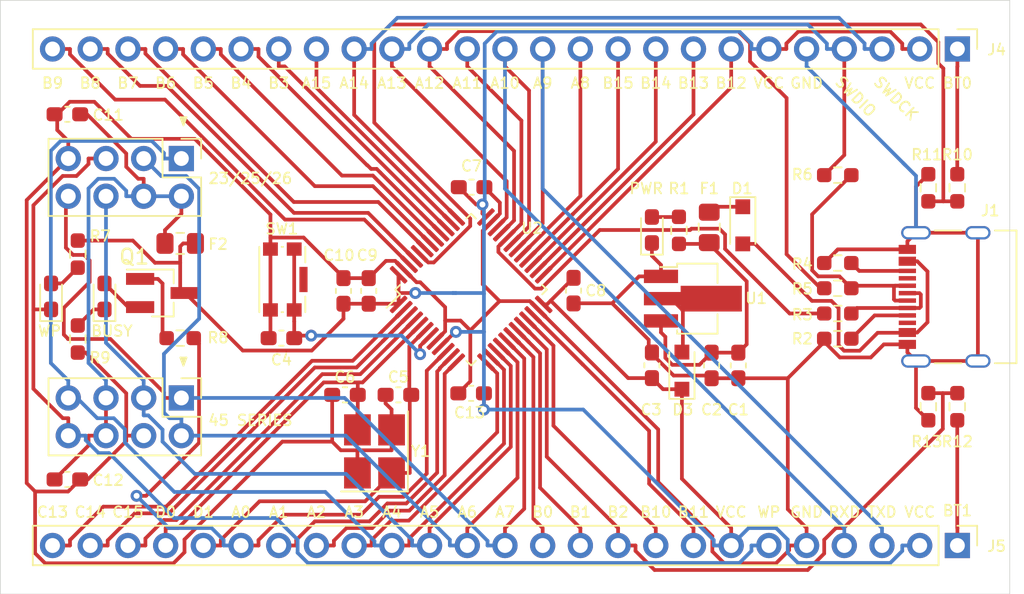
<source format=kicad_pcb>
(kicad_pcb (version 20171130) (host pcbnew 5.1.8+dfsg1-1~bpo10+1)

  (general
    (thickness 1.6)
    (drawings 61)
    (tracks 796)
    (zones 0)
    (modules 43)
    (nets 59)
  )

  (page A4)
  (layers
    (0 F.Cu signal)
    (31 B.Cu signal)
    (33 F.Adhes user)
    (35 F.Paste user)
    (37 F.SilkS user)
    (38 B.Mask user)
    (39 F.Mask user)
    (40 Dwgs.User user)
    (41 Cmts.User user)
    (42 Eco1.User user)
    (43 Eco2.User user)
    (44 Edge.Cuts user)
    (45 Margin user)
    (46 B.CrtYd user)
    (47 F.CrtYd user)
    (49 F.Fab user hide)
  )

  (setup
    (last_trace_width 0.25)
    (trace_clearance 0.2)
    (zone_clearance 0.508)
    (zone_45_only no)
    (trace_min 0.2)
    (via_size 0.8)
    (via_drill 0.4)
    (via_min_size 0.4)
    (via_min_drill 0.3)
    (blind_buried_vias_allowed yes)
    (uvia_size 0.3)
    (uvia_drill 0.1)
    (uvias_allowed yes)
    (uvia_min_size 0.2)
    (uvia_min_drill 0.1)
    (edge_width 0.05)
    (segment_width 0.2)
    (pcb_text_width 0.3)
    (pcb_text_size 1.5 1.5)
    (mod_edge_width 0.12)
    (mod_text_size 0.72 0.72)
    (mod_text_width 0.12)
    (pad_size 1.524 1.524)
    (pad_drill 0.762)
    (pad_to_mask_clearance 0)
    (aux_axis_origin 80.685 95.925)
    (visible_elements FFFFFFFF)
    (pcbplotparams
      (layerselection 0x010e8_ffffffff)
      (usegerberextensions true)
      (usegerberattributes false)
      (usegerberadvancedattributes true)
      (creategerberjobfile true)
      (excludeedgelayer true)
      (linewidth 0.100000)
      (plotframeref false)
      (viasonmask false)
      (mode 1)
      (useauxorigin true)
      (hpglpennumber 1)
      (hpglpenspeed 20)
      (hpglpendiameter 15.000000)
      (psnegative false)
      (psa4output false)
      (plotreference true)
      (plotvalue true)
      (plotinvisibletext false)
      (padsonsilk false)
      (subtractmaskfromsilk false)
      (outputformat 1)
      (mirror false)
      (drillshape 0)
      (scaleselection 1)
      (outputdirectory "gerber/"))
  )

  (net 0 "")
  (net 1 GND)
  (net 2 VCC)
  (net 3 +5V)
  (net 4 "Net-(D1-Pad1)")
  (net 5 "Net-(D2-Pad2)")
  (net 6 "Net-(J1-PadB5)")
  (net 7 "Net-(J1-PadA6)")
  (net 8 "Net-(J1-PadA5)")
  (net 9 "Net-(J1-PadA7)")
  (net 10 /NRST)
  (net 11 /OSC_OUT)
  (net 12 /OSC_IN)
  (net 13 /PB9)
  (net 14 /PB8)
  (net 15 /PB7)
  (net 16 /PB6)
  (net 17 /PB5)
  (net 18 /PB4)
  (net 19 /PB3)
  (net 20 /PA15)
  (net 21 /PA14)
  (net 22 /PA13)
  (net 23 /PA12)
  (net 24 /PA11)
  (net 25 /PA10)
  (net 26 /PA9)
  (net 27 /PA8)
  (net 28 /PB15)
  (net 29 /PB14)
  (net 30 /PB13)
  (net 31 /PB12)
  (net 32 /BOOT0_UP)
  (net 33 /PC13)
  (net 34 /PC14)
  (net 35 /PC15)
  (net 36 /PA0)
  (net 37 /PA1)
  (net 38 /PA2)
  (net 39 /PA3)
  (net 40 /PB0)
  (net 41 /PB1)
  (net 42 /PB2)
  (net 43 /PB10)
  (net 44 /PB11)
  (net 45 /BOOT1_UP)
  (net 46 "Net-(D3-Pad2)")
  (net 47 /DI)
  (net 48 /CLK)
  (net 49 /nWP)
  (net 50 /DO)
  (net 51 /CS)
  (net 52 "Net-(D4-Pad2)")
  (net 53 "Net-(D5-Pad2)")
  (net 54 "Net-(D5-Pad1)")
  (net 55 "Net-(R10-Pad2)")
  (net 56 "Net-(C1-Pad1)")
  (net 57 "Net-(C11-Pad1)")
  (net 58 "Net-(Q1-Pad1)")

  (net_class Default 这是默认网络类。
    (clearance 0.2)
    (trace_width 0.25)
    (via_dia 0.8)
    (via_drill 0.4)
    (uvia_dia 0.3)
    (uvia_drill 0.1)
    (add_net +5V)
    (add_net /BOOT0_UP)
    (add_net /BOOT1_UP)
    (add_net /CLK)
    (add_net /CS)
    (add_net /DI)
    (add_net /DO)
    (add_net /NRST)
    (add_net /OSC_IN)
    (add_net /OSC_OUT)
    (add_net /PA0)
    (add_net /PA1)
    (add_net /PA10)
    (add_net /PA11)
    (add_net /PA12)
    (add_net /PA13)
    (add_net /PA14)
    (add_net /PA15)
    (add_net /PA2)
    (add_net /PA3)
    (add_net /PA8)
    (add_net /PA9)
    (add_net /PB0)
    (add_net /PB1)
    (add_net /PB10)
    (add_net /PB11)
    (add_net /PB12)
    (add_net /PB13)
    (add_net /PB14)
    (add_net /PB15)
    (add_net /PB2)
    (add_net /PB3)
    (add_net /PB4)
    (add_net /PB5)
    (add_net /PB6)
    (add_net /PB7)
    (add_net /PB8)
    (add_net /PB9)
    (add_net /PC13)
    (add_net /PC14)
    (add_net /PC15)
    (add_net /nWP)
    (add_net GND)
    (add_net "Net-(C1-Pad1)")
    (add_net "Net-(C11-Pad1)")
    (add_net "Net-(D1-Pad1)")
    (add_net "Net-(D2-Pad2)")
    (add_net "Net-(D3-Pad2)")
    (add_net "Net-(D4-Pad2)")
    (add_net "Net-(D5-Pad1)")
    (add_net "Net-(D5-Pad2)")
    (add_net "Net-(J1-PadA5)")
    (add_net "Net-(J1-PadA6)")
    (add_net "Net-(J1-PadA7)")
    (add_net "Net-(J1-PadB5)")
    (add_net "Net-(Q1-Pad1)")
    (add_net "Net-(R10-Pad2)")
    (add_net VCC)
  )

  (module Package_TO_SOT_SMD:SOT-23_Handsoldering (layer F.Cu) (tedit 5A0AB76C) (tstamp 5FD847FE)
    (at 91.6 75.64)
    (descr "SOT-23, Handsoldering")
    (tags SOT-23)
    (path /5FDBF8FE)
    (attr smd)
    (fp_text reference Q1 (at -1.9 -2.44) (layer F.SilkS)
      (effects (font (size 1 1) (thickness 0.15)))
    )
    (fp_text value S9012 (at 0 2.5) (layer F.Fab)
      (effects (font (size 1 1) (thickness 0.15)))
    )
    (fp_line (start 0.76 1.58) (end 0.76 0.65) (layer F.SilkS) (width 0.12))
    (fp_line (start 0.76 -1.58) (end 0.76 -0.65) (layer F.SilkS) (width 0.12))
    (fp_line (start -2.7 -1.75) (end 2.7 -1.75) (layer F.CrtYd) (width 0.05))
    (fp_line (start 2.7 -1.75) (end 2.7 1.75) (layer F.CrtYd) (width 0.05))
    (fp_line (start 2.7 1.75) (end -2.7 1.75) (layer F.CrtYd) (width 0.05))
    (fp_line (start -2.7 1.75) (end -2.7 -1.75) (layer F.CrtYd) (width 0.05))
    (fp_line (start 0.76 -1.58) (end -2.4 -1.58) (layer F.SilkS) (width 0.12))
    (fp_line (start -0.7 -0.95) (end -0.7 1.5) (layer F.Fab) (width 0.1))
    (fp_line (start -0.15 -1.52) (end 0.7 -1.52) (layer F.Fab) (width 0.1))
    (fp_line (start -0.7 -0.95) (end -0.15 -1.52) (layer F.Fab) (width 0.1))
    (fp_line (start 0.7 -1.52) (end 0.7 1.52) (layer F.Fab) (width 0.1))
    (fp_line (start -0.7 1.52) (end 0.7 1.52) (layer F.Fab) (width 0.1))
    (fp_line (start 0.76 1.58) (end -0.7 1.58) (layer F.SilkS) (width 0.12))
    (fp_text user %R (at 0 0 90) (layer F.Fab)
      (effects (font (size 0.5 0.5) (thickness 0.075)))
    )
    (pad 3 smd rect (at 1.5 0) (size 1.9 0.8) (layers F.Cu F.Paste F.Mask)
      (net 2 VCC))
    (pad 2 smd rect (at -1.5 0.95) (size 1.9 0.8) (layers F.Cu F.Paste F.Mask)
      (net 53 "Net-(D5-Pad2)"))
    (pad 1 smd rect (at -1.5 -0.95) (size 1.9 0.8) (layers F.Cu F.Paste F.Mask)
      (net 58 "Net-(Q1-Pad1)"))
    (model ${KISYS3DMOD}/Package_TO_SOT_SMD.3dshapes/SOT-23.wrl
      (at (xyz 0 0 0))
      (scale (xyz 1 1 1))
      (rotate (xyz 0 0 0))
    )
  )

  (module LED_SMD:LED_0603_1608Metric_Pad1.05x0.95mm_HandSolder (layer F.Cu) (tedit 5F68FEF1) (tstamp 5FD7A7C7)
    (at 87.7 75.87 90)
    (descr "LED SMD 0603 (1608 Metric), square (rectangular) end terminal, IPC_7351 nominal, (Body size source: http://www.tortai-tech.com/upload/download/2011102023233369053.pdf), generated with kicad-footprint-generator")
    (tags "LED handsolder")
    (path /5FF9A509)
    (attr smd)
    (fp_text reference D5 (at 2.27 0.1 180) (layer F.SilkS) hide
      (effects (font (size 1 1) (thickness 0.15)))
    )
    (fp_text value "LED(YELLOW)" (at 0 1.43 90) (layer F.Fab)
      (effects (font (size 1 1) (thickness 0.15)))
    )
    (fp_line (start 0.8 -0.4) (end -0.5 -0.4) (layer F.Fab) (width 0.1))
    (fp_line (start -0.5 -0.4) (end -0.8 -0.1) (layer F.Fab) (width 0.1))
    (fp_line (start -0.8 -0.1) (end -0.8 0.4) (layer F.Fab) (width 0.1))
    (fp_line (start -0.8 0.4) (end 0.8 0.4) (layer F.Fab) (width 0.1))
    (fp_line (start 0.8 0.4) (end 0.8 -0.4) (layer F.Fab) (width 0.1))
    (fp_line (start 0.8 -0.735) (end -1.66 -0.735) (layer F.SilkS) (width 0.12))
    (fp_line (start -1.66 -0.735) (end -1.66 0.735) (layer F.SilkS) (width 0.12))
    (fp_line (start -1.66 0.735) (end 0.8 0.735) (layer F.SilkS) (width 0.12))
    (fp_line (start -1.65 0.73) (end -1.65 -0.73) (layer F.CrtYd) (width 0.05))
    (fp_line (start -1.65 -0.73) (end 1.65 -0.73) (layer F.CrtYd) (width 0.05))
    (fp_line (start 1.65 -0.73) (end 1.65 0.73) (layer F.CrtYd) (width 0.05))
    (fp_line (start 1.65 0.73) (end -1.65 0.73) (layer F.CrtYd) (width 0.05))
    (fp_text user %R (at 0 0 90) (layer F.Fab)
      (effects (font (size 0.4 0.4) (thickness 0.06)))
    )
    (pad 2 smd roundrect (at 0.875 0 90) (size 1.05 0.95) (layers F.Cu F.Paste F.Mask) (roundrect_rratio 0.25)
      (net 53 "Net-(D5-Pad2)"))
    (pad 1 smd roundrect (at -0.875 0 90) (size 1.05 0.95) (layers F.Cu F.Paste F.Mask) (roundrect_rratio 0.25)
      (net 54 "Net-(D5-Pad1)"))
    (model ${KISYS3DMOD}/LED_SMD.3dshapes/LED_0603_1608Metric.wrl
      (at (xyz 0 0 0))
      (scale (xyz 1 1 1))
      (rotate (xyz 0 0 0))
    )
  )

  (module LED_SMD:LED_0603_1608Metric_Pad1.05x0.95mm_HandSolder (layer F.Cu) (tedit 5F68FEF1) (tstamp 5FD7A800)
    (at 84.1 75.87 90)
    (descr "LED SMD 0603 (1608 Metric), square (rectangular) end terminal, IPC_7351 nominal, (Body size source: http://www.tortai-tech.com/upload/download/2011102023233369053.pdf), generated with kicad-footprint-generator")
    (tags "LED handsolder")
    (path /5FF812B9)
    (attr smd)
    (fp_text reference D4 (at 2.27 0 180) (layer F.SilkS) hide
      (effects (font (size 1 1) (thickness 0.15)))
    )
    (fp_text value "LED(BLUE)" (at 0 1.43 90) (layer F.Fab)
      (effects (font (size 1 1) (thickness 0.15)))
    )
    (fp_line (start 0.8 -0.4) (end -0.5 -0.4) (layer F.Fab) (width 0.1))
    (fp_line (start -0.5 -0.4) (end -0.8 -0.1) (layer F.Fab) (width 0.1))
    (fp_line (start -0.8 -0.1) (end -0.8 0.4) (layer F.Fab) (width 0.1))
    (fp_line (start -0.8 0.4) (end 0.8 0.4) (layer F.Fab) (width 0.1))
    (fp_line (start 0.8 0.4) (end 0.8 -0.4) (layer F.Fab) (width 0.1))
    (fp_line (start 0.8 -0.735) (end -1.66 -0.735) (layer F.SilkS) (width 0.12))
    (fp_line (start -1.66 -0.735) (end -1.66 0.735) (layer F.SilkS) (width 0.12))
    (fp_line (start -1.66 0.735) (end 0.8 0.735) (layer F.SilkS) (width 0.12))
    (fp_line (start -1.65 0.73) (end -1.65 -0.73) (layer F.CrtYd) (width 0.05))
    (fp_line (start -1.65 -0.73) (end 1.65 -0.73) (layer F.CrtYd) (width 0.05))
    (fp_line (start 1.65 -0.73) (end 1.65 0.73) (layer F.CrtYd) (width 0.05))
    (fp_line (start 1.65 0.73) (end -1.65 0.73) (layer F.CrtYd) (width 0.05))
    (fp_text user %R (at 0 0 90) (layer F.Fab)
      (effects (font (size 0.4 0.4) (thickness 0.06)))
    )
    (pad 2 smd roundrect (at 0.875 0 90) (size 1.05 0.95) (layers F.Cu F.Paste F.Mask) (roundrect_rratio 0.25)
      (net 52 "Net-(D4-Pad2)"))
    (pad 1 smd roundrect (at -0.875 0 90) (size 1.05 0.95) (layers F.Cu F.Paste F.Mask) (roundrect_rratio 0.25)
      (net 49 /nWP))
    (model ${KISYS3DMOD}/LED_SMD.3dshapes/LED_0603_1608Metric.wrl
      (at (xyz 0 0 0))
      (scale (xyz 1 1 1))
      (rotate (xyz 0 0 0))
    )
  )

  (module Crystal:Crystal_SMD_3225-4Pin_3.2x2.5mm_HandSoldering (layer F.Cu) (tedit 5A0FD1B2) (tstamp 5FD8E674)
    (at 105.89 86.31 90)
    (descr "SMD Crystal SERIES SMD3225/4 http://www.txccrystal.com/images/pdf/7m-accuracy.pdf, hand-soldering, 3.2x2.5mm^2 package")
    (tags "SMD SMT crystal hand-soldering")
    (path /6000B4E6)
    (attr smd)
    (fp_text reference Y1 (at 0.01 3.11 180) (layer F.SilkS)
      (effects (font (size 0.72 0.72) (thickness 0.12)))
    )
    (fp_text value 8MHz (at 0 3.05 90) (layer F.Fab)
      (effects (font (size 1 1) (thickness 0.15)))
    )
    (fp_line (start 2.8 -2.3) (end -2.8 -2.3) (layer F.CrtYd) (width 0.05))
    (fp_line (start 2.8 2.3) (end 2.8 -2.3) (layer F.CrtYd) (width 0.05))
    (fp_line (start -2.8 2.3) (end 2.8 2.3) (layer F.CrtYd) (width 0.05))
    (fp_line (start -2.8 -2.3) (end -2.8 2.3) (layer F.CrtYd) (width 0.05))
    (fp_line (start -2.7 2.25) (end 2.7 2.25) (layer F.SilkS) (width 0.12))
    (fp_line (start -2.7 -2.25) (end -2.7 2.25) (layer F.SilkS) (width 0.12))
    (fp_line (start -1.6 0.25) (end -0.6 1.25) (layer F.Fab) (width 0.1))
    (fp_line (start 1.6 -1.25) (end -1.6 -1.25) (layer F.Fab) (width 0.1))
    (fp_line (start 1.6 1.25) (end 1.6 -1.25) (layer F.Fab) (width 0.1))
    (fp_line (start -1.6 1.25) (end 1.6 1.25) (layer F.Fab) (width 0.1))
    (fp_line (start -1.6 -1.25) (end -1.6 1.25) (layer F.Fab) (width 0.1))
    (fp_text user %R (at 0 0 180) (layer F.Fab)
      (effects (font (size 0.7 0.7) (thickness 0.105)))
    )
    (pad 4 smd rect (at -1.45 -1.15 90) (size 2.1 1.8) (layers F.Cu F.Paste F.Mask)
      (net 1 GND))
    (pad 3 smd rect (at 1.45 -1.15 90) (size 2.1 1.8) (layers F.Cu F.Paste F.Mask)
      (net 12 /OSC_IN))
    (pad 2 smd rect (at 1.45 1.15 90) (size 2.1 1.8) (layers F.Cu F.Paste F.Mask)
      (net 1 GND))
    (pad 1 smd rect (at -1.45 1.15 90) (size 2.1 1.8) (layers F.Cu F.Paste F.Mask)
      (net 11 /OSC_OUT))
    (model ${KISYS3DMOD}/Crystal.3dshapes/Crystal_SMD_3225-4Pin_3.2x2.5mm_HandSoldering.wrl
      (at (xyz 0 0 0))
      (scale (xyz 1 1 1))
      (rotate (xyz 0 0 0))
    )
  )

  (module Package_QFP:LQFP-48_7x7mm_P0.5mm (layer F.Cu) (tedit 5D9F72AF) (tstamp 5FD77426)
    (at 112.4 75.41 45)
    (descr "LQFP, 48 Pin (https://www.analog.com/media/en/technical-documentation/data-sheets/ltc2358-16.pdf), generated with kicad-footprint-generator ipc_gullwing_generator.py")
    (tags "LQFP QFP")
    (path /5FCC5088)
    (attr smd)
    (fp_text reference U2 (at 5.824138 -0.025862) (layer F.SilkS)
      (effects (font (size 0.72 0.72) (thickness 0.12)))
    )
    (fp_text value STM32F103C8T6 (at 0 5.85 45) (layer F.Fab)
      (effects (font (size 1 1) (thickness 0.15)))
    )
    (fp_line (start 5.15 3.15) (end 5.15 0) (layer F.CrtYd) (width 0.05))
    (fp_line (start 3.75 3.15) (end 5.15 3.15) (layer F.CrtYd) (width 0.05))
    (fp_line (start 3.75 3.75) (end 3.75 3.15) (layer F.CrtYd) (width 0.05))
    (fp_line (start 3.15 3.75) (end 3.75 3.75) (layer F.CrtYd) (width 0.05))
    (fp_line (start 3.15 5.15) (end 3.15 3.75) (layer F.CrtYd) (width 0.05))
    (fp_line (start 0 5.15) (end 3.15 5.15) (layer F.CrtYd) (width 0.05))
    (fp_line (start -5.15 3.15) (end -5.15 0) (layer F.CrtYd) (width 0.05))
    (fp_line (start -3.75 3.15) (end -5.15 3.15) (layer F.CrtYd) (width 0.05))
    (fp_line (start -3.75 3.75) (end -3.75 3.15) (layer F.CrtYd) (width 0.05))
    (fp_line (start -3.15 3.75) (end -3.75 3.75) (layer F.CrtYd) (width 0.05))
    (fp_line (start -3.15 5.15) (end -3.15 3.75) (layer F.CrtYd) (width 0.05))
    (fp_line (start 0 5.15) (end -3.15 5.15) (layer F.CrtYd) (width 0.05))
    (fp_line (start 5.15 -3.15) (end 5.15 0) (layer F.CrtYd) (width 0.05))
    (fp_line (start 3.75 -3.15) (end 5.15 -3.15) (layer F.CrtYd) (width 0.05))
    (fp_line (start 3.75 -3.75) (end 3.75 -3.15) (layer F.CrtYd) (width 0.05))
    (fp_line (start 3.15 -3.75) (end 3.75 -3.75) (layer F.CrtYd) (width 0.05))
    (fp_line (start 3.15 -5.15) (end 3.15 -3.75) (layer F.CrtYd) (width 0.05))
    (fp_line (start 0 -5.15) (end 3.15 -5.15) (layer F.CrtYd) (width 0.05))
    (fp_line (start -5.15 -3.15) (end -5.15 0) (layer F.CrtYd) (width 0.05))
    (fp_line (start -3.75 -3.15) (end -5.15 -3.15) (layer F.CrtYd) (width 0.05))
    (fp_line (start -3.75 -3.75) (end -3.75 -3.15) (layer F.CrtYd) (width 0.05))
    (fp_line (start -3.15 -3.75) (end -3.75 -3.75) (layer F.CrtYd) (width 0.05))
    (fp_line (start -3.15 -5.15) (end -3.15 -3.75) (layer F.CrtYd) (width 0.05))
    (fp_line (start 0 -5.15) (end -3.15 -5.15) (layer F.CrtYd) (width 0.05))
    (fp_line (start -3.5 -2.5) (end -2.5 -3.5) (layer F.Fab) (width 0.1))
    (fp_line (start -3.5 3.5) (end -3.5 -2.5) (layer F.Fab) (width 0.1))
    (fp_line (start 3.5 3.5) (end -3.5 3.5) (layer F.Fab) (width 0.1))
    (fp_line (start 3.5 -3.5) (end 3.5 3.5) (layer F.Fab) (width 0.1))
    (fp_line (start -2.5 -3.5) (end 3.5 -3.5) (layer F.Fab) (width 0.1))
    (fp_line (start -3.61 -3.16) (end -4.9 -3.16) (layer F.SilkS) (width 0.12))
    (fp_line (start -3.61 -3.61) (end -3.61 -3.16) (layer F.SilkS) (width 0.12))
    (fp_line (start -3.16 -3.61) (end -3.61 -3.61) (layer F.SilkS) (width 0.12))
    (fp_line (start 3.61 -3.61) (end 3.61 -3.16) (layer F.SilkS) (width 0.12))
    (fp_line (start 3.16 -3.61) (end 3.61 -3.61) (layer F.SilkS) (width 0.12))
    (fp_line (start -3.61 3.61) (end -3.61 3.16) (layer F.SilkS) (width 0.12))
    (fp_line (start -3.16 3.61) (end -3.61 3.61) (layer F.SilkS) (width 0.12))
    (fp_line (start 3.61 3.61) (end 3.61 3.16) (layer F.SilkS) (width 0.12))
    (fp_line (start 3.16 3.61) (end 3.61 3.61) (layer F.SilkS) (width 0.12))
    (fp_text user %R (at 0 0 45) (layer F.Fab)
      (effects (font (size 1 1) (thickness 0.15)))
    )
    (pad 48 smd roundrect (at -2.75 -4.1625 45) (size 0.3 1.475) (layers F.Cu F.Paste F.Mask) (roundrect_rratio 0.25)
      (net 2 VCC))
    (pad 47 smd roundrect (at -2.25 -4.1625 45) (size 0.3 1.475) (layers F.Cu F.Paste F.Mask) (roundrect_rratio 0.25)
      (net 1 GND))
    (pad 46 smd roundrect (at -1.75 -4.1625 45) (size 0.3 1.475) (layers F.Cu F.Paste F.Mask) (roundrect_rratio 0.25)
      (net 13 /PB9))
    (pad 45 smd roundrect (at -1.25 -4.1625 45) (size 0.3 1.475) (layers F.Cu F.Paste F.Mask) (roundrect_rratio 0.25)
      (net 14 /PB8))
    (pad 44 smd roundrect (at -0.75 -4.1625 45) (size 0.3 1.475) (layers F.Cu F.Paste F.Mask) (roundrect_rratio 0.25)
      (net 55 "Net-(R10-Pad2)"))
    (pad 43 smd roundrect (at -0.25 -4.1625 45) (size 0.3 1.475) (layers F.Cu F.Paste F.Mask) (roundrect_rratio 0.25)
      (net 15 /PB7))
    (pad 42 smd roundrect (at 0.25 -4.1625 45) (size 0.3 1.475) (layers F.Cu F.Paste F.Mask) (roundrect_rratio 0.25)
      (net 16 /PB6))
    (pad 41 smd roundrect (at 0.75 -4.1625 45) (size 0.3 1.475) (layers F.Cu F.Paste F.Mask) (roundrect_rratio 0.25)
      (net 17 /PB5))
    (pad 40 smd roundrect (at 1.25 -4.1625 45) (size 0.3 1.475) (layers F.Cu F.Paste F.Mask) (roundrect_rratio 0.25)
      (net 18 /PB4))
    (pad 39 smd roundrect (at 1.75 -4.1625 45) (size 0.3 1.475) (layers F.Cu F.Paste F.Mask) (roundrect_rratio 0.25)
      (net 19 /PB3))
    (pad 38 smd roundrect (at 2.25 -4.1625 45) (size 0.3 1.475) (layers F.Cu F.Paste F.Mask) (roundrect_rratio 0.25)
      (net 20 /PA15))
    (pad 37 smd roundrect (at 2.75 -4.1625 45) (size 0.3 1.475) (layers F.Cu F.Paste F.Mask) (roundrect_rratio 0.25)
      (net 21 /PA14))
    (pad 36 smd roundrect (at 4.1625 -2.75 45) (size 1.475 0.3) (layers F.Cu F.Paste F.Mask) (roundrect_rratio 0.25)
      (net 2 VCC))
    (pad 35 smd roundrect (at 4.1625 -2.25 45) (size 1.475 0.3) (layers F.Cu F.Paste F.Mask) (roundrect_rratio 0.25)
      (net 1 GND))
    (pad 34 smd roundrect (at 4.1625 -1.75 45) (size 1.475 0.3) (layers F.Cu F.Paste F.Mask) (roundrect_rratio 0.25)
      (net 22 /PA13))
    (pad 33 smd roundrect (at 4.1625 -1.25 45) (size 1.475 0.3) (layers F.Cu F.Paste F.Mask) (roundrect_rratio 0.25)
      (net 23 /PA12))
    (pad 32 smd roundrect (at 4.1625 -0.75 45) (size 1.475 0.3) (layers F.Cu F.Paste F.Mask) (roundrect_rratio 0.25)
      (net 24 /PA11))
    (pad 31 smd roundrect (at 4.1625 -0.25 45) (size 1.475 0.3) (layers F.Cu F.Paste F.Mask) (roundrect_rratio 0.25)
      (net 25 /PA10))
    (pad 30 smd roundrect (at 4.1625 0.25 45) (size 1.475 0.3) (layers F.Cu F.Paste F.Mask) (roundrect_rratio 0.25)
      (net 26 /PA9))
    (pad 29 smd roundrect (at 4.1625 0.75 45) (size 1.475 0.3) (layers F.Cu F.Paste F.Mask) (roundrect_rratio 0.25)
      (net 27 /PA8))
    (pad 28 smd roundrect (at 4.1625 1.25 45) (size 1.475 0.3) (layers F.Cu F.Paste F.Mask) (roundrect_rratio 0.25)
      (net 28 /PB15))
    (pad 27 smd roundrect (at 4.1625 1.75 45) (size 1.475 0.3) (layers F.Cu F.Paste F.Mask) (roundrect_rratio 0.25)
      (net 29 /PB14))
    (pad 26 smd roundrect (at 4.1625 2.25 45) (size 1.475 0.3) (layers F.Cu F.Paste F.Mask) (roundrect_rratio 0.25)
      (net 30 /PB13))
    (pad 25 smd roundrect (at 4.1625 2.75 45) (size 1.475 0.3) (layers F.Cu F.Paste F.Mask) (roundrect_rratio 0.25)
      (net 31 /PB12))
    (pad 24 smd roundrect (at 2.75 4.1625 45) (size 0.3 1.475) (layers F.Cu F.Paste F.Mask) (roundrect_rratio 0.25)
      (net 2 VCC))
    (pad 23 smd roundrect (at 2.25 4.1625 45) (size 0.3 1.475) (layers F.Cu F.Paste F.Mask) (roundrect_rratio 0.25)
      (net 1 GND))
    (pad 22 smd roundrect (at 1.75 4.1625 45) (size 0.3 1.475) (layers F.Cu F.Paste F.Mask) (roundrect_rratio 0.25)
      (net 44 /PB11))
    (pad 21 smd roundrect (at 1.25 4.1625 45) (size 0.3 1.475) (layers F.Cu F.Paste F.Mask) (roundrect_rratio 0.25)
      (net 43 /PB10))
    (pad 20 smd roundrect (at 0.75 4.1625 45) (size 0.3 1.475) (layers F.Cu F.Paste F.Mask) (roundrect_rratio 0.25)
      (net 42 /PB2))
    (pad 19 smd roundrect (at 0.25 4.1625 45) (size 0.3 1.475) (layers F.Cu F.Paste F.Mask) (roundrect_rratio 0.25)
      (net 41 /PB1))
    (pad 18 smd roundrect (at -0.25 4.1625 45) (size 0.3 1.475) (layers F.Cu F.Paste F.Mask) (roundrect_rratio 0.25)
      (net 40 /PB0))
    (pad 17 smd roundrect (at -0.75 4.1625 45) (size 0.3 1.475) (layers F.Cu F.Paste F.Mask) (roundrect_rratio 0.25)
      (net 47 /DI))
    (pad 16 smd roundrect (at -1.25 4.1625 45) (size 0.3 1.475) (layers F.Cu F.Paste F.Mask) (roundrect_rratio 0.25)
      (net 50 /DO))
    (pad 15 smd roundrect (at -1.75 4.1625 45) (size 0.3 1.475) (layers F.Cu F.Paste F.Mask) (roundrect_rratio 0.25)
      (net 48 /CLK))
    (pad 14 smd roundrect (at -2.25 4.1625 45) (size 0.3 1.475) (layers F.Cu F.Paste F.Mask) (roundrect_rratio 0.25)
      (net 51 /CS))
    (pad 13 smd roundrect (at -2.75 4.1625 45) (size 0.3 1.475) (layers F.Cu F.Paste F.Mask) (roundrect_rratio 0.25)
      (net 39 /PA3))
    (pad 12 smd roundrect (at -4.1625 2.75 45) (size 1.475 0.3) (layers F.Cu F.Paste F.Mask) (roundrect_rratio 0.25)
      (net 38 /PA2))
    (pad 11 smd roundrect (at -4.1625 2.25 45) (size 1.475 0.3) (layers F.Cu F.Paste F.Mask) (roundrect_rratio 0.25)
      (net 37 /PA1))
    (pad 10 smd roundrect (at -4.1625 1.75 45) (size 1.475 0.3) (layers F.Cu F.Paste F.Mask) (roundrect_rratio 0.25)
      (net 36 /PA0))
    (pad 9 smd roundrect (at -4.1625 1.25 45) (size 1.475 0.3) (layers F.Cu F.Paste F.Mask) (roundrect_rratio 0.25)
      (net 2 VCC))
    (pad 8 smd roundrect (at -4.1625 0.75 45) (size 1.475 0.3) (layers F.Cu F.Paste F.Mask) (roundrect_rratio 0.25)
      (net 1 GND))
    (pad 7 smd roundrect (at -4.1625 0.25 45) (size 1.475 0.3) (layers F.Cu F.Paste F.Mask) (roundrect_rratio 0.25)
      (net 10 /NRST))
    (pad 6 smd roundrect (at -4.1625 -0.25 45) (size 1.475 0.3) (layers F.Cu F.Paste F.Mask) (roundrect_rratio 0.25)
      (net 11 /OSC_OUT))
    (pad 5 smd roundrect (at -4.1625 -0.75 45) (size 1.475 0.3) (layers F.Cu F.Paste F.Mask) (roundrect_rratio 0.25)
      (net 12 /OSC_IN))
    (pad 4 smd roundrect (at -4.1625 -1.25 45) (size 1.475 0.3) (layers F.Cu F.Paste F.Mask) (roundrect_rratio 0.25)
      (net 35 /PC15))
    (pad 3 smd roundrect (at -4.1625 -1.75 45) (size 1.475 0.3) (layers F.Cu F.Paste F.Mask) (roundrect_rratio 0.25)
      (net 34 /PC14))
    (pad 2 smd roundrect (at -4.1625 -2.25 45) (size 1.475 0.3) (layers F.Cu F.Paste F.Mask) (roundrect_rratio 0.25)
      (net 33 /PC13))
    (pad 1 smd roundrect (at -4.1625 -2.75 45) (size 1.475 0.3) (layers F.Cu F.Paste F.Mask) (roundrect_rratio 0.25)
      (net 2 VCC))
    (model ${KISYS3DMOD}/Package_QFP.3dshapes/LQFP-48_7x7mm_P0.5mm.wrl
      (at (xyz 0 0 0))
      (scale (xyz 1 1 1))
      (rotate (xyz 0 0 0))
    )
  )

  (module Package_TO_SOT_SMD:SOT-89-3_Handsoldering (layer F.Cu) (tedit 5C33D6DD) (tstamp 5FD78A4C)
    (at 127.34 76.02)
    (descr "SOT-89-3 Handsoldering")
    (tags "SOT-89-3 Handsoldering")
    (path /5FC5C36B)
    (attr smd)
    (fp_text reference U1 (at 4.26 -0.02) (layer F.SilkS)
      (effects (font (size 0.72 0.72) (thickness 0.12)))
    )
    (fp_text value AMS1117-3.3 (at 0.3 3.5) (layer F.Fab)
      (effects (font (size 1 1) (thickness 0.15)))
    )
    (fp_line (start -1.06 2.36) (end -1.06 2.13) (layer F.SilkS) (width 0.12))
    (fp_line (start -1.06 -2.36) (end -1.06 -2.13) (layer F.SilkS) (width 0.12))
    (fp_line (start -1.06 -2.36) (end 1.66 -2.36) (layer F.SilkS) (width 0.12))
    (fp_line (start -3.55 2.5) (end -3.55 -2.5) (layer F.CrtYd) (width 0.05))
    (fp_line (start -3.55 2.5) (end 3.55 2.5) (layer F.CrtYd) (width 0.05))
    (fp_line (start 3.55 -2.5) (end -3.55 -2.5) (layer F.CrtYd) (width 0.05))
    (fp_line (start 3.55 -2.5) (end 3.55 2.5) (layer F.CrtYd) (width 0.05))
    (fp_line (start 0.05 -2.25) (end 1.55 -2.25) (layer F.Fab) (width 0.1))
    (fp_line (start -0.95 2.25) (end -0.95 -1.25) (layer F.Fab) (width 0.1))
    (fp_line (start 1.55 2.25) (end -0.95 2.25) (layer F.Fab) (width 0.1))
    (fp_line (start 1.55 -2.25) (end 1.55 2.25) (layer F.Fab) (width 0.1))
    (fp_line (start -0.95 -1.25) (end 0.05 -2.25) (layer F.Fab) (width 0.1))
    (fp_line (start 1.66 -2.36) (end 1.66 -1.05) (layer F.SilkS) (width 0.12))
    (fp_line (start -2.2 -2.13) (end -1.06 -2.13) (layer F.SilkS) (width 0.12))
    (fp_line (start 1.66 2.36) (end -1.06 2.36) (layer F.SilkS) (width 0.12))
    (fp_line (start 1.66 1.05) (end 1.66 2.36) (layer F.SilkS) (width 0.12))
    (fp_text user %R (at 0.5 0 90) (layer F.Fab)
      (effects (font (size 1 1) (thickness 0.15)))
    )
    (pad 2 smd custom (at -2.0625 0) (size 2.475 0.9) (layers F.Cu F.Paste F.Mask)
      (net 46 "Net-(D3-Pad2)") (zone_connect 2)
      (options (clearance outline) (anchor rect))
      (primitives
        (gr_poly (pts
           (xy 1.2375 -0.8665) (xy 5.3625 -0.8665) (xy 5.3625 0.8665) (xy 1.2375 0.8665)) (width 0))
      ))
    (pad 3 smd rect (at -2.15 1.5) (size 2.3 0.9) (layers F.Cu F.Paste F.Mask)
      (net 56 "Net-(C1-Pad1)"))
    (pad 1 smd rect (at -2.15 -1.5) (size 2.3 0.9) (layers F.Cu F.Paste F.Mask)
      (net 1 GND))
    (model ${KISYS3DMOD}/Package_TO_SOT_SMD.3dshapes/SOT-89-3.wrl
      (at (xyz 0 0 0))
      (scale (xyz 1 1 1))
      (rotate (xyz 0 0 0))
    )
  )

  (module Button_Switch_SMD:SW_Push_1P1T-SH_NO_CK_KMR2xxG (layer F.Cu) (tedit 5D8D2A01) (tstamp 5FD8E5ED)
    (at 99.68 74.73 270)
    (descr "CK components KMR2 tactile switch with ground pin http://www.ckswitches.com/media/1479/kmr2.pdf")
    (tags "tactile switch kmr2")
    (path /5FCBC286)
    (attr smd)
    (fp_text reference SW1 (at -3.41 0.03 180) (layer F.SilkS)
      (effects (font (size 0.72 0.72) (thickness 0.12)))
    )
    (fp_text value KMR241G (at 0 2.55 90) (layer F.Fab)
      (effects (font (size 1 1) (thickness 0.15)))
    )
    (fp_line (start -1.15 -1.55) (end -2.2 -1.55) (layer F.SilkS) (width 0.12))
    (fp_line (start -2.1 -1.4) (end 2.1 -1.4) (layer F.Fab) (width 0.1))
    (fp_line (start 2.1 -1.4) (end 2.1 1.4) (layer F.Fab) (width 0.1))
    (fp_line (start 2.1 1.4) (end -2.1 1.4) (layer F.Fab) (width 0.1))
    (fp_line (start -2.1 1.4) (end -2.1 -1.4) (layer F.Fab) (width 0.1))
    (fp_line (start 2.2 0.05) (end 2.2 -0.05) (layer F.SilkS) (width 0.12))
    (fp_line (start -2.8 -1.8) (end 2.8 -1.8) (layer F.CrtYd) (width 0.05))
    (fp_line (start 2.8 -1.8) (end 2.8 1.8) (layer F.CrtYd) (width 0.05))
    (fp_line (start 2.8 1.8) (end -2.8 1.8) (layer F.CrtYd) (width 0.05))
    (fp_line (start -2.8 1.8) (end -2.8 -1.8) (layer F.CrtYd) (width 0.05))
    (fp_circle (center 0 0) (end 0 0.8) (layer F.Fab) (width 0.1))
    (fp_line (start -2.2 1.55) (end 2.2 1.55) (layer F.SilkS) (width 0.12))
    (fp_line (start 2.2 -1.55) (end 1.15 -1.55) (layer F.SilkS) (width 0.12))
    (fp_line (start -2.2 0.05) (end -2.2 -0.05) (layer F.SilkS) (width 0.12))
    (fp_text user %R (at -3.49 -0.08 180) (layer F.Fab)
      (effects (font (size 1 1) (thickness 0.15)))
    )
    (pad SH smd rect (at 0 -1.425 270) (size 1.7 0.55) (layers F.Cu F.Paste F.Mask))
    (pad 1 smd rect (at -2.05 -0.8 270) (size 0.9 1) (layers F.Cu F.Paste F.Mask)
      (net 10 /NRST))
    (pad 2 smd rect (at -2.05 0.8 270) (size 0.9 1) (layers F.Cu F.Paste F.Mask)
      (net 1 GND))
    (pad 1 smd rect (at 2.05 -0.8 270) (size 0.9 1) (layers F.Cu F.Paste F.Mask)
      (net 10 /NRST))
    (pad 2 smd rect (at 2.05 0.8 270) (size 0.9 1) (layers F.Cu F.Paste F.Mask)
      (net 1 GND))
    (model ${KISYS3DMOD}/Button_Switch_SMD.3dshapes/SW_Push_1P1T-SH_NO_CK_KMR2xxG.wrl
      (at (xyz 0 0 0))
      (scale (xyz 1 1 1))
      (rotate (xyz 0 0 0))
    )
  )

  (module Resistor_SMD:R_0603_1608Metric_Pad0.98x0.95mm_HandSolder (layer F.Cu) (tedit 5F68FEEE) (tstamp 5FD8E5D5)
    (at 143.2 83.3 270)
    (descr "Resistor SMD 0603 (1608 Metric), square (rectangular) end terminal, IPC_7351 nominal with elongated pad for handsoldering. (Body size source: IPC-SM-782 page 72, https://www.pcb-3d.com/wordpress/wp-content/uploads/ipc-sm-782a_amendment_1_and_2.pdf), generated with kicad-footprint-generator")
    (tags "resistor handsolder")
    (path /5FD6DE8C)
    (attr smd)
    (fp_text reference R13 (at 2.35 0.1 180) (layer F.SilkS)
      (effects (font (size 0.72 0.72) (thickness 0.12)))
    )
    (fp_text value 10K (at 0 1.43 90) (layer F.Fab)
      (effects (font (size 1 1) (thickness 0.15)))
    )
    (fp_line (start 1.65 0.73) (end -1.65 0.73) (layer F.CrtYd) (width 0.05))
    (fp_line (start 1.65 -0.73) (end 1.65 0.73) (layer F.CrtYd) (width 0.05))
    (fp_line (start -1.65 -0.73) (end 1.65 -0.73) (layer F.CrtYd) (width 0.05))
    (fp_line (start -1.65 0.73) (end -1.65 -0.73) (layer F.CrtYd) (width 0.05))
    (fp_line (start -0.254724 0.5225) (end 0.254724 0.5225) (layer F.SilkS) (width 0.12))
    (fp_line (start -0.254724 -0.5225) (end 0.254724 -0.5225) (layer F.SilkS) (width 0.12))
    (fp_line (start 0.8 0.4125) (end -0.8 0.4125) (layer F.Fab) (width 0.1))
    (fp_line (start 0.8 -0.4125) (end 0.8 0.4125) (layer F.Fab) (width 0.1))
    (fp_line (start -0.8 -0.4125) (end 0.8 -0.4125) (layer F.Fab) (width 0.1))
    (fp_line (start -0.8 0.4125) (end -0.8 -0.4125) (layer F.Fab) (width 0.1))
    (fp_text user %R (at 0 0 90) (layer F.Fab)
      (effects (font (size 0.4 0.4) (thickness 0.06)))
    )
    (pad 2 smd roundrect (at 0.9125 0 270) (size 0.975 0.95) (layers F.Cu F.Paste F.Mask) (roundrect_rratio 0.25)
      (net 1 GND))
    (pad 1 smd roundrect (at -0.9125 0 270) (size 0.975 0.95) (layers F.Cu F.Paste F.Mask) (roundrect_rratio 0.25)
      (net 42 /PB2))
    (model ${KISYS3DMOD}/Resistor_SMD.3dshapes/R_0603_1608Metric.wrl
      (at (xyz 0 0 0))
      (scale (xyz 1 1 1))
      (rotate (xyz 0 0 0))
    )
  )

  (module Resistor_SMD:R_0603_1608Metric_Pad0.98x0.95mm_HandSolder (layer F.Cu) (tedit 5F68FEEE) (tstamp 5FD8E5C4)
    (at 145.15 83.3 90)
    (descr "Resistor SMD 0603 (1608 Metric), square (rectangular) end terminal, IPC_7351 nominal with elongated pad for handsoldering. (Body size source: IPC-SM-782 page 72, https://www.pcb-3d.com/wordpress/wp-content/uploads/ipc-sm-782a_amendment_1_and_2.pdf), generated with kicad-footprint-generator")
    (tags "resistor handsolder")
    (path /5FD6DE86)
    (attr smd)
    (fp_text reference R12 (at -2.35 0 180) (layer F.SilkS)
      (effects (font (size 0.72 0.72) (thickness 0.12)))
    )
    (fp_text value 1K (at 0 1.43 90) (layer F.Fab)
      (effects (font (size 1 1) (thickness 0.15)))
    )
    (fp_line (start 1.65 0.73) (end -1.65 0.73) (layer F.CrtYd) (width 0.05))
    (fp_line (start 1.65 -0.73) (end 1.65 0.73) (layer F.CrtYd) (width 0.05))
    (fp_line (start -1.65 -0.73) (end 1.65 -0.73) (layer F.CrtYd) (width 0.05))
    (fp_line (start -1.65 0.73) (end -1.65 -0.73) (layer F.CrtYd) (width 0.05))
    (fp_line (start -0.254724 0.5225) (end 0.254724 0.5225) (layer F.SilkS) (width 0.12))
    (fp_line (start -0.254724 -0.5225) (end 0.254724 -0.5225) (layer F.SilkS) (width 0.12))
    (fp_line (start 0.8 0.4125) (end -0.8 0.4125) (layer F.Fab) (width 0.1))
    (fp_line (start 0.8 -0.4125) (end 0.8 0.4125) (layer F.Fab) (width 0.1))
    (fp_line (start -0.8 -0.4125) (end 0.8 -0.4125) (layer F.Fab) (width 0.1))
    (fp_line (start -0.8 0.4125) (end -0.8 -0.4125) (layer F.Fab) (width 0.1))
    (fp_text user %R (at 0 0 90) (layer F.Fab)
      (effects (font (size 0.4 0.4) (thickness 0.06)))
    )
    (pad 2 smd roundrect (at 0.9125 0 90) (size 0.975 0.95) (layers F.Cu F.Paste F.Mask) (roundrect_rratio 0.25)
      (net 42 /PB2))
    (pad 1 smd roundrect (at -0.9125 0 90) (size 0.975 0.95) (layers F.Cu F.Paste F.Mask) (roundrect_rratio 0.25)
      (net 45 /BOOT1_UP))
    (model ${KISYS3DMOD}/Resistor_SMD.3dshapes/R_0603_1608Metric.wrl
      (at (xyz 0 0 0))
      (scale (xyz 1 1 1))
      (rotate (xyz 0 0 0))
    )
  )

  (module Resistor_SMD:R_0603_1608Metric_Pad0.98x0.95mm_HandSolder (layer F.Cu) (tedit 5F68FEEE) (tstamp 5FD8E5B3)
    (at 143.2 68.55 90)
    (descr "Resistor SMD 0603 (1608 Metric), square (rectangular) end terminal, IPC_7351 nominal with elongated pad for handsoldering. (Body size source: IPC-SM-782 page 72, https://www.pcb-3d.com/wordpress/wp-content/uploads/ipc-sm-782a_amendment_1_and_2.pdf), generated with kicad-footprint-generator")
    (tags "resistor handsolder")
    (path /5FD64B00)
    (attr smd)
    (fp_text reference R11 (at 2.23 -0.1 180) (layer F.SilkS)
      (effects (font (size 0.72 0.72) (thickness 0.12)))
    )
    (fp_text value 10K (at 0 1.43 90) (layer F.Fab)
      (effects (font (size 1 1) (thickness 0.15)))
    )
    (fp_line (start 1.65 0.73) (end -1.65 0.73) (layer F.CrtYd) (width 0.05))
    (fp_line (start 1.65 -0.73) (end 1.65 0.73) (layer F.CrtYd) (width 0.05))
    (fp_line (start -1.65 -0.73) (end 1.65 -0.73) (layer F.CrtYd) (width 0.05))
    (fp_line (start -1.65 0.73) (end -1.65 -0.73) (layer F.CrtYd) (width 0.05))
    (fp_line (start -0.254724 0.5225) (end 0.254724 0.5225) (layer F.SilkS) (width 0.12))
    (fp_line (start -0.254724 -0.5225) (end 0.254724 -0.5225) (layer F.SilkS) (width 0.12))
    (fp_line (start 0.8 0.4125) (end -0.8 0.4125) (layer F.Fab) (width 0.1))
    (fp_line (start 0.8 -0.4125) (end 0.8 0.4125) (layer F.Fab) (width 0.1))
    (fp_line (start -0.8 -0.4125) (end 0.8 -0.4125) (layer F.Fab) (width 0.1))
    (fp_line (start -0.8 0.4125) (end -0.8 -0.4125) (layer F.Fab) (width 0.1))
    (fp_text user %R (at 0 0 90) (layer F.Fab)
      (effects (font (size 0.4 0.4) (thickness 0.06)))
    )
    (pad 2 smd roundrect (at 0.9125 0 90) (size 0.975 0.95) (layers F.Cu F.Paste F.Mask) (roundrect_rratio 0.25)
      (net 1 GND))
    (pad 1 smd roundrect (at -0.9125 0 90) (size 0.975 0.95) (layers F.Cu F.Paste F.Mask) (roundrect_rratio 0.25)
      (net 55 "Net-(R10-Pad2)"))
    (model ${KISYS3DMOD}/Resistor_SMD.3dshapes/R_0603_1608Metric.wrl
      (at (xyz 0 0 0))
      (scale (xyz 1 1 1))
      (rotate (xyz 0 0 0))
    )
  )

  (module Resistor_SMD:R_0603_1608Metric_Pad0.98x0.95mm_HandSolder (layer F.Cu) (tedit 5F68FEEE) (tstamp 5FD8E5A2)
    (at 145.15 68.55 270)
    (descr "Resistor SMD 0603 (1608 Metric), square (rectangular) end terminal, IPC_7351 nominal with elongated pad for handsoldering. (Body size source: IPC-SM-782 page 72, https://www.pcb-3d.com/wordpress/wp-content/uploads/ipc-sm-782a_amendment_1_and_2.pdf), generated with kicad-footprint-generator")
    (tags "resistor handsolder")
    (path /5FD641EF)
    (attr smd)
    (fp_text reference R10 (at -2.23 0 180) (layer F.SilkS)
      (effects (font (size 0.72 0.72) (thickness 0.12)))
    )
    (fp_text value 1K (at 0 1.43 90) (layer F.Fab)
      (effects (font (size 1 1) (thickness 0.15)))
    )
    (fp_line (start 1.65 0.73) (end -1.65 0.73) (layer F.CrtYd) (width 0.05))
    (fp_line (start 1.65 -0.73) (end 1.65 0.73) (layer F.CrtYd) (width 0.05))
    (fp_line (start -1.65 -0.73) (end 1.65 -0.73) (layer F.CrtYd) (width 0.05))
    (fp_line (start -1.65 0.73) (end -1.65 -0.73) (layer F.CrtYd) (width 0.05))
    (fp_line (start -0.254724 0.5225) (end 0.254724 0.5225) (layer F.SilkS) (width 0.12))
    (fp_line (start -0.254724 -0.5225) (end 0.254724 -0.5225) (layer F.SilkS) (width 0.12))
    (fp_line (start 0.8 0.4125) (end -0.8 0.4125) (layer F.Fab) (width 0.1))
    (fp_line (start 0.8 -0.4125) (end 0.8 0.4125) (layer F.Fab) (width 0.1))
    (fp_line (start -0.8 -0.4125) (end 0.8 -0.4125) (layer F.Fab) (width 0.1))
    (fp_line (start -0.8 0.4125) (end -0.8 -0.4125) (layer F.Fab) (width 0.1))
    (fp_text user %R (at 0 0 90) (layer F.Fab)
      (effects (font (size 0.4 0.4) (thickness 0.06)))
    )
    (pad 2 smd roundrect (at 0.9125 0 270) (size 0.975 0.95) (layers F.Cu F.Paste F.Mask) (roundrect_rratio 0.25)
      (net 55 "Net-(R10-Pad2)"))
    (pad 1 smd roundrect (at -0.9125 0 270) (size 0.975 0.95) (layers F.Cu F.Paste F.Mask) (roundrect_rratio 0.25)
      (net 32 /BOOT0_UP))
    (model ${KISYS3DMOD}/Resistor_SMD.3dshapes/R_0603_1608Metric.wrl
      (at (xyz 0 0 0))
      (scale (xyz 1 1 1))
      (rotate (xyz 0 0 0))
    )
  )

  (module Resistor_SMD:R_0603_1608Metric_Pad0.98x0.95mm_HandSolder (layer F.Cu) (tedit 5F68FEEE) (tstamp 5FD7A794)
    (at 85.9 78.74 270)
    (descr "Resistor SMD 0603 (1608 Metric), square (rectangular) end terminal, IPC_7351 nominal with elongated pad for handsoldering. (Body size source: IPC-SM-782 page 72, https://www.pcb-3d.com/wordpress/wp-content/uploads/ipc-sm-782a_amendment_1_and_2.pdf), generated with kicad-footprint-generator")
    (tags "resistor handsolder")
    (path /5FF9B1B9)
    (attr smd)
    (fp_text reference R9 (at 1.26 -1.5 180) (layer F.SilkS)
      (effects (font (size 0.72 0.72) (thickness 0.12)))
    )
    (fp_text value 1K (at 0 1.43 90) (layer F.Fab)
      (effects (font (size 1 1) (thickness 0.15)))
    )
    (fp_line (start 1.65 0.73) (end -1.65 0.73) (layer F.CrtYd) (width 0.05))
    (fp_line (start 1.65 -0.73) (end 1.65 0.73) (layer F.CrtYd) (width 0.05))
    (fp_line (start -1.65 -0.73) (end 1.65 -0.73) (layer F.CrtYd) (width 0.05))
    (fp_line (start -1.65 0.73) (end -1.65 -0.73) (layer F.CrtYd) (width 0.05))
    (fp_line (start -0.254724 0.5225) (end 0.254724 0.5225) (layer F.SilkS) (width 0.12))
    (fp_line (start -0.254724 -0.5225) (end 0.254724 -0.5225) (layer F.SilkS) (width 0.12))
    (fp_line (start 0.8 0.4125) (end -0.8 0.4125) (layer F.Fab) (width 0.1))
    (fp_line (start 0.8 -0.4125) (end 0.8 0.4125) (layer F.Fab) (width 0.1))
    (fp_line (start -0.8 -0.4125) (end 0.8 -0.4125) (layer F.Fab) (width 0.1))
    (fp_line (start -0.8 0.4125) (end -0.8 -0.4125) (layer F.Fab) (width 0.1))
    (fp_text user %R (at 0 0 90) (layer F.Fab)
      (effects (font (size 0.4 0.4) (thickness 0.06)))
    )
    (pad 2 smd roundrect (at 0.9125 0 270) (size 0.975 0.95) (layers F.Cu F.Paste F.Mask) (roundrect_rratio 0.25)
      (net 1 GND))
    (pad 1 smd roundrect (at -0.9125 0 270) (size 0.975 0.95) (layers F.Cu F.Paste F.Mask) (roundrect_rratio 0.25)
      (net 54 "Net-(D5-Pad1)"))
    (model ${KISYS3DMOD}/Resistor_SMD.3dshapes/R_0603_1608Metric.wrl
      (at (xyz 0 0 0))
      (scale (xyz 1 1 1))
      (rotate (xyz 0 0 0))
    )
  )

  (module Resistor_SMD:R_0603_1608Metric_Pad0.98x0.95mm_HandSolder (layer F.Cu) (tedit 5F68FEEE) (tstamp 5FD7A866)
    (at 92.8 78.68)
    (descr "Resistor SMD 0603 (1608 Metric), square (rectangular) end terminal, IPC_7351 nominal with elongated pad for handsoldering. (Body size source: IPC-SM-782 page 72, https://www.pcb-3d.com/wordpress/wp-content/uploads/ipc-sm-782a_amendment_1_and_2.pdf), generated with kicad-footprint-generator")
    (tags "resistor handsolder")
    (path /5FF9BAF5)
    (attr smd)
    (fp_text reference R8 (at 2.55 -0.03) (layer F.SilkS)
      (effects (font (size 0.72 0.72) (thickness 0.12)))
    )
    (fp_text value 10K (at 0 1.43) (layer F.Fab)
      (effects (font (size 1 1) (thickness 0.15)))
    )
    (fp_line (start 1.65 0.73) (end -1.65 0.73) (layer F.CrtYd) (width 0.05))
    (fp_line (start 1.65 -0.73) (end 1.65 0.73) (layer F.CrtYd) (width 0.05))
    (fp_line (start -1.65 -0.73) (end 1.65 -0.73) (layer F.CrtYd) (width 0.05))
    (fp_line (start -1.65 0.73) (end -1.65 -0.73) (layer F.CrtYd) (width 0.05))
    (fp_line (start -0.254724 0.5225) (end 0.254724 0.5225) (layer F.SilkS) (width 0.12))
    (fp_line (start -0.254724 -0.5225) (end 0.254724 -0.5225) (layer F.SilkS) (width 0.12))
    (fp_line (start 0.8 0.4125) (end -0.8 0.4125) (layer F.Fab) (width 0.1))
    (fp_line (start 0.8 -0.4125) (end 0.8 0.4125) (layer F.Fab) (width 0.1))
    (fp_line (start -0.8 -0.4125) (end 0.8 -0.4125) (layer F.Fab) (width 0.1))
    (fp_line (start -0.8 0.4125) (end -0.8 -0.4125) (layer F.Fab) (width 0.1))
    (fp_text user %R (at 0 0) (layer F.Fab)
      (effects (font (size 0.4 0.4) (thickness 0.06)))
    )
    (pad 2 smd roundrect (at 0.9125 0) (size 0.975 0.95) (layers F.Cu F.Paste F.Mask) (roundrect_rratio 0.25)
      (net 36 /PA0))
    (pad 1 smd roundrect (at -0.9125 0) (size 0.975 0.95) (layers F.Cu F.Paste F.Mask) (roundrect_rratio 0.25)
      (net 58 "Net-(Q1-Pad1)"))
    (model ${KISYS3DMOD}/Resistor_SMD.3dshapes/R_0603_1608Metric.wrl
      (at (xyz 0 0 0))
      (scale (xyz 1 1 1))
      (rotate (xyz 0 0 0))
    )
  )

  (module Resistor_SMD:R_0603_1608Metric_Pad0.98x0.95mm_HandSolder (layer F.Cu) (tedit 5F68FEEE) (tstamp 5FD7A94D)
    (at 85.9 73.02 90)
    (descr "Resistor SMD 0603 (1608 Metric), square (rectangular) end terminal, IPC_7351 nominal with elongated pad for handsoldering. (Body size source: IPC-SM-782 page 72, https://www.pcb-3d.com/wordpress/wp-content/uploads/ipc-sm-782a_amendment_1_and_2.pdf), generated with kicad-footprint-generator")
    (tags "resistor handsolder")
    (path /5FF8086C)
    (attr smd)
    (fp_text reference R7 (at 1.22 1.51 180) (layer F.SilkS)
      (effects (font (size 0.72 0.72) (thickness 0.12)))
    )
    (fp_text value 1K (at 0 1.43 90) (layer F.Fab)
      (effects (font (size 1 1) (thickness 0.15)))
    )
    (fp_line (start 1.65 0.73) (end -1.65 0.73) (layer F.CrtYd) (width 0.05))
    (fp_line (start 1.65 -0.73) (end 1.65 0.73) (layer F.CrtYd) (width 0.05))
    (fp_line (start -1.65 -0.73) (end 1.65 -0.73) (layer F.CrtYd) (width 0.05))
    (fp_line (start -1.65 0.73) (end -1.65 -0.73) (layer F.CrtYd) (width 0.05))
    (fp_line (start -0.254724 0.5225) (end 0.254724 0.5225) (layer F.SilkS) (width 0.12))
    (fp_line (start -0.254724 -0.5225) (end 0.254724 -0.5225) (layer F.SilkS) (width 0.12))
    (fp_line (start 0.8 0.4125) (end -0.8 0.4125) (layer F.Fab) (width 0.1))
    (fp_line (start 0.8 -0.4125) (end 0.8 0.4125) (layer F.Fab) (width 0.1))
    (fp_line (start -0.8 -0.4125) (end 0.8 -0.4125) (layer F.Fab) (width 0.1))
    (fp_line (start -0.8 0.4125) (end -0.8 -0.4125) (layer F.Fab) (width 0.1))
    (fp_text user %R (at 0 0 90) (layer F.Fab)
      (effects (font (size 0.4 0.4) (thickness 0.06)))
    )
    (pad 2 smd roundrect (at 0.9125 0 90) (size 0.975 0.95) (layers F.Cu F.Paste F.Mask) (roundrect_rratio 0.25)
      (net 2 VCC))
    (pad 1 smd roundrect (at -0.9125 0 90) (size 0.975 0.95) (layers F.Cu F.Paste F.Mask) (roundrect_rratio 0.25)
      (net 52 "Net-(D4-Pad2)"))
    (model ${KISYS3DMOD}/Resistor_SMD.3dshapes/R_0603_1608Metric.wrl
      (at (xyz 0 0 0))
      (scale (xyz 1 1 1))
      (rotate (xyz 0 0 0))
    )
  )

  (module Resistor_SMD:R_0603_1608Metric_Pad0.98x0.95mm_HandSolder (layer F.Cu) (tedit 5F68FEEE) (tstamp 5FD8E55E)
    (at 137.1 67.7)
    (descr "Resistor SMD 0603 (1608 Metric), square (rectangular) end terminal, IPC_7351 nominal with elongated pad for handsoldering. (Body size source: IPC-SM-782 page 72, https://www.pcb-3d.com/wordpress/wp-content/uploads/ipc-sm-782a_amendment_1_and_2.pdf), generated with kicad-footprint-generator")
    (tags "resistor handsolder")
    (path /5FE7DBA6)
    (attr smd)
    (fp_text reference R6 (at -2.39 -0.04) (layer F.SilkS)
      (effects (font (size 0.72 0.72) (thickness 0.12)))
    )
    (fp_text value 1K5 (at 0 1.43) (layer F.Fab)
      (effects (font (size 1 1) (thickness 0.15)))
    )
    (fp_line (start 1.65 0.73) (end -1.65 0.73) (layer F.CrtYd) (width 0.05))
    (fp_line (start 1.65 -0.73) (end 1.65 0.73) (layer F.CrtYd) (width 0.05))
    (fp_line (start -1.65 -0.73) (end 1.65 -0.73) (layer F.CrtYd) (width 0.05))
    (fp_line (start -1.65 0.73) (end -1.65 -0.73) (layer F.CrtYd) (width 0.05))
    (fp_line (start -0.254724 0.5225) (end 0.254724 0.5225) (layer F.SilkS) (width 0.12))
    (fp_line (start -0.254724 -0.5225) (end 0.254724 -0.5225) (layer F.SilkS) (width 0.12))
    (fp_line (start 0.8 0.4125) (end -0.8 0.4125) (layer F.Fab) (width 0.1))
    (fp_line (start 0.8 -0.4125) (end 0.8 0.4125) (layer F.Fab) (width 0.1))
    (fp_line (start -0.8 -0.4125) (end 0.8 -0.4125) (layer F.Fab) (width 0.1))
    (fp_line (start -0.8 0.4125) (end -0.8 -0.4125) (layer F.Fab) (width 0.1))
    (fp_text user %R (at 0 0) (layer F.Fab)
      (effects (font (size 0.4 0.4) (thickness 0.06)))
    )
    (pad 2 smd roundrect (at 0.9125 0) (size 0.975 0.95) (layers F.Cu F.Paste F.Mask) (roundrect_rratio 0.25)
      (net 7 "Net-(J1-PadA6)"))
    (pad 1 smd roundrect (at -0.9125 0) (size 0.975 0.95) (layers F.Cu F.Paste F.Mask) (roundrect_rratio 0.25)
      (net 22 /PA13))
    (model ${KISYS3DMOD}/Resistor_SMD.3dshapes/R_0603_1608Metric.wrl
      (at (xyz 0 0 0))
      (scale (xyz 1 1 1))
      (rotate (xyz 0 0 0))
    )
  )

  (module Resistor_SMD:R_0603_1608Metric_Pad0.98x0.95mm_HandSolder (layer F.Cu) (tedit 5F68FEEE) (tstamp 5FD8E54D)
    (at 137.1 75.32)
    (descr "Resistor SMD 0603 (1608 Metric), square (rectangular) end terminal, IPC_7351 nominal with elongated pad for handsoldering. (Body size source: IPC-SM-782 page 72, https://www.pcb-3d.com/wordpress/wp-content/uploads/ipc-sm-782a_amendment_1_and_2.pdf), generated with kicad-footprint-generator")
    (tags "resistor handsolder")
    (path /5FC2C4E5)
    (attr smd)
    (fp_text reference R5 (at -2.39 0.04) (layer F.SilkS)
      (effects (font (size 0.72 0.72) (thickness 0.12)))
    )
    (fp_text value 22 (at 0 1.43) (layer F.Fab)
      (effects (font (size 1 1) (thickness 0.15)))
    )
    (fp_line (start 1.65 0.73) (end -1.65 0.73) (layer F.CrtYd) (width 0.05))
    (fp_line (start 1.65 -0.73) (end 1.65 0.73) (layer F.CrtYd) (width 0.05))
    (fp_line (start -1.65 -0.73) (end 1.65 -0.73) (layer F.CrtYd) (width 0.05))
    (fp_line (start -1.65 0.73) (end -1.65 -0.73) (layer F.CrtYd) (width 0.05))
    (fp_line (start -0.254724 0.5225) (end 0.254724 0.5225) (layer F.SilkS) (width 0.12))
    (fp_line (start -0.254724 -0.5225) (end 0.254724 -0.5225) (layer F.SilkS) (width 0.12))
    (fp_line (start 0.8 0.4125) (end -0.8 0.4125) (layer F.Fab) (width 0.1))
    (fp_line (start 0.8 -0.4125) (end 0.8 0.4125) (layer F.Fab) (width 0.1))
    (fp_line (start -0.8 -0.4125) (end 0.8 -0.4125) (layer F.Fab) (width 0.1))
    (fp_line (start -0.8 0.4125) (end -0.8 -0.4125) (layer F.Fab) (width 0.1))
    (fp_text user %R (at 0 0) (layer F.Fab)
      (effects (font (size 0.4 0.4) (thickness 0.06)))
    )
    (pad 2 smd roundrect (at 0.9125 0) (size 0.975 0.95) (layers F.Cu F.Paste F.Mask) (roundrect_rratio 0.25)
      (net 7 "Net-(J1-PadA6)"))
    (pad 1 smd roundrect (at -0.9125 0) (size 0.975 0.95) (layers F.Cu F.Paste F.Mask) (roundrect_rratio 0.25)
      (net 23 /PA12))
    (model ${KISYS3DMOD}/Resistor_SMD.3dshapes/R_0603_1608Metric.wrl
      (at (xyz 0 0 0))
      (scale (xyz 1 1 1))
      (rotate (xyz 0 0 0))
    )
  )

  (module Resistor_SMD:R_0603_1608Metric_Pad0.98x0.95mm_HandSolder (layer F.Cu) (tedit 5F68FEEE) (tstamp 5FD8E53C)
    (at 137.1 73.62 180)
    (descr "Resistor SMD 0603 (1608 Metric), square (rectangular) end terminal, IPC_7351 nominal with elongated pad for handsoldering. (Body size source: IPC-SM-782 page 72, https://www.pcb-3d.com/wordpress/wp-content/uploads/ipc-sm-782a_amendment_1_and_2.pdf), generated with kicad-footprint-generator")
    (tags "resistor handsolder")
    (path /5FC25EA8)
    (attr smd)
    (fp_text reference R4 (at 2.39 -0.07) (layer F.SilkS)
      (effects (font (size 0.72 0.72) (thickness 0.12)))
    )
    (fp_text value 5.1K (at 0 1.43) (layer F.Fab)
      (effects (font (size 1 1) (thickness 0.15)))
    )
    (fp_line (start 1.65 0.73) (end -1.65 0.73) (layer F.CrtYd) (width 0.05))
    (fp_line (start 1.65 -0.73) (end 1.65 0.73) (layer F.CrtYd) (width 0.05))
    (fp_line (start -1.65 -0.73) (end 1.65 -0.73) (layer F.CrtYd) (width 0.05))
    (fp_line (start -1.65 0.73) (end -1.65 -0.73) (layer F.CrtYd) (width 0.05))
    (fp_line (start -0.254724 0.5225) (end 0.254724 0.5225) (layer F.SilkS) (width 0.12))
    (fp_line (start -0.254724 -0.5225) (end 0.254724 -0.5225) (layer F.SilkS) (width 0.12))
    (fp_line (start 0.8 0.4125) (end -0.8 0.4125) (layer F.Fab) (width 0.1))
    (fp_line (start 0.8 -0.4125) (end 0.8 0.4125) (layer F.Fab) (width 0.1))
    (fp_line (start -0.8 -0.4125) (end 0.8 -0.4125) (layer F.Fab) (width 0.1))
    (fp_line (start -0.8 0.4125) (end -0.8 -0.4125) (layer F.Fab) (width 0.1))
    (fp_text user %R (at 0 0) (layer F.Fab)
      (effects (font (size 0.4 0.4) (thickness 0.06)))
    )
    (pad 2 smd roundrect (at 0.9125 0 180) (size 0.975 0.95) (layers F.Cu F.Paste F.Mask) (roundrect_rratio 0.25)
      (net 1 GND))
    (pad 1 smd roundrect (at -0.9125 0 180) (size 0.975 0.95) (layers F.Cu F.Paste F.Mask) (roundrect_rratio 0.25)
      (net 6 "Net-(J1-PadB5)"))
    (model ${KISYS3DMOD}/Resistor_SMD.3dshapes/R_0603_1608Metric.wrl
      (at (xyz 0 0 0))
      (scale (xyz 1 1 1))
      (rotate (xyz 0 0 0))
    )
  )

  (module Resistor_SMD:R_0603_1608Metric_Pad0.98x0.95mm_HandSolder (layer F.Cu) (tedit 5F68FEEE) (tstamp 5FD8E52B)
    (at 137.1 77.02)
    (descr "Resistor SMD 0603 (1608 Metric), square (rectangular) end terminal, IPC_7351 nominal with elongated pad for handsoldering. (Body size source: IPC-SM-782 page 72, https://www.pcb-3d.com/wordpress/wp-content/uploads/ipc-sm-782a_amendment_1_and_2.pdf), generated with kicad-footprint-generator")
    (tags "resistor handsolder")
    (path /5FC2CF19)
    (attr smd)
    (fp_text reference R3 (at -2.39 0.08) (layer F.SilkS)
      (effects (font (size 0.72 0.72) (thickness 0.12)))
    )
    (fp_text value 22 (at 0 1.43) (layer F.Fab)
      (effects (font (size 1 1) (thickness 0.15)))
    )
    (fp_line (start 1.65 0.73) (end -1.65 0.73) (layer F.CrtYd) (width 0.05))
    (fp_line (start 1.65 -0.73) (end 1.65 0.73) (layer F.CrtYd) (width 0.05))
    (fp_line (start -1.65 -0.73) (end 1.65 -0.73) (layer F.CrtYd) (width 0.05))
    (fp_line (start -1.65 0.73) (end -1.65 -0.73) (layer F.CrtYd) (width 0.05))
    (fp_line (start -0.254724 0.5225) (end 0.254724 0.5225) (layer F.SilkS) (width 0.12))
    (fp_line (start -0.254724 -0.5225) (end 0.254724 -0.5225) (layer F.SilkS) (width 0.12))
    (fp_line (start 0.8 0.4125) (end -0.8 0.4125) (layer F.Fab) (width 0.1))
    (fp_line (start 0.8 -0.4125) (end 0.8 0.4125) (layer F.Fab) (width 0.1))
    (fp_line (start -0.8 -0.4125) (end 0.8 -0.4125) (layer F.Fab) (width 0.1))
    (fp_line (start -0.8 0.4125) (end -0.8 -0.4125) (layer F.Fab) (width 0.1))
    (fp_text user %R (at 0 0) (layer F.Fab)
      (effects (font (size 0.4 0.4) (thickness 0.06)))
    )
    (pad 2 smd roundrect (at 0.9125 0) (size 0.975 0.95) (layers F.Cu F.Paste F.Mask) (roundrect_rratio 0.25)
      (net 9 "Net-(J1-PadA7)"))
    (pad 1 smd roundrect (at -0.9125 0) (size 0.975 0.95) (layers F.Cu F.Paste F.Mask) (roundrect_rratio 0.25)
      (net 24 /PA11))
    (model ${KISYS3DMOD}/Resistor_SMD.3dshapes/R_0603_1608Metric.wrl
      (at (xyz 0 0 0))
      (scale (xyz 1 1 1))
      (rotate (xyz 0 0 0))
    )
  )

  (module Resistor_SMD:R_0603_1608Metric_Pad0.98x0.95mm_HandSolder (layer F.Cu) (tedit 5F68FEEE) (tstamp 5FD8E51A)
    (at 137.1 78.72)
    (descr "Resistor SMD 0603 (1608 Metric), square (rectangular) end terminal, IPC_7351 nominal with elongated pad for handsoldering. (Body size source: IPC-SM-782 page 72, https://www.pcb-3d.com/wordpress/wp-content/uploads/ipc-sm-782a_amendment_1_and_2.pdf), generated with kicad-footprint-generator")
    (tags "resistor handsolder")
    (path /5FC301F0)
    (attr smd)
    (fp_text reference R2 (at -2.39 0) (layer F.SilkS)
      (effects (font (size 0.72 0.72) (thickness 0.12)))
    )
    (fp_text value 5.1K (at 0 1.43) (layer F.Fab)
      (effects (font (size 1 1) (thickness 0.15)))
    )
    (fp_line (start 1.65 0.73) (end -1.65 0.73) (layer F.CrtYd) (width 0.05))
    (fp_line (start 1.65 -0.73) (end 1.65 0.73) (layer F.CrtYd) (width 0.05))
    (fp_line (start -1.65 -0.73) (end 1.65 -0.73) (layer F.CrtYd) (width 0.05))
    (fp_line (start -1.65 0.73) (end -1.65 -0.73) (layer F.CrtYd) (width 0.05))
    (fp_line (start -0.254724 0.5225) (end 0.254724 0.5225) (layer F.SilkS) (width 0.12))
    (fp_line (start -0.254724 -0.5225) (end 0.254724 -0.5225) (layer F.SilkS) (width 0.12))
    (fp_line (start 0.8 0.4125) (end -0.8 0.4125) (layer F.Fab) (width 0.1))
    (fp_line (start 0.8 -0.4125) (end 0.8 0.4125) (layer F.Fab) (width 0.1))
    (fp_line (start -0.8 -0.4125) (end 0.8 -0.4125) (layer F.Fab) (width 0.1))
    (fp_line (start -0.8 0.4125) (end -0.8 -0.4125) (layer F.Fab) (width 0.1))
    (fp_text user %R (at 0 0) (layer F.Fab)
      (effects (font (size 0.4 0.4) (thickness 0.06)))
    )
    (pad 2 smd roundrect (at 0.9125 0) (size 0.975 0.95) (layers F.Cu F.Paste F.Mask) (roundrect_rratio 0.25)
      (net 8 "Net-(J1-PadA5)"))
    (pad 1 smd roundrect (at -0.9125 0) (size 0.975 0.95) (layers F.Cu F.Paste F.Mask) (roundrect_rratio 0.25)
      (net 1 GND))
    (model ${KISYS3DMOD}/Resistor_SMD.3dshapes/R_0603_1608Metric.wrl
      (at (xyz 0 0 0))
      (scale (xyz 1 1 1))
      (rotate (xyz 0 0 0))
    )
  )

  (module Resistor_SMD:R_0603_1608Metric_Pad0.98x0.95mm_HandSolder (layer F.Cu) (tedit 5F68FEEE) (tstamp 5FD78B5F)
    (at 126.4 71.42 90)
    (descr "Resistor SMD 0603 (1608 Metric), square (rectangular) end terminal, IPC_7351 nominal with elongated pad for handsoldering. (Body size source: IPC-SM-782 page 72, https://www.pcb-3d.com/wordpress/wp-content/uploads/ipc-sm-782a_amendment_1_and_2.pdf), generated with kicad-footprint-generator")
    (tags "resistor handsolder")
    (path /5FC5E281)
    (attr smd)
    (fp_text reference R1 (at 2.82 0 180) (layer F.SilkS)
      (effects (font (size 0.72 0.72) (thickness 0.12)))
    )
    (fp_text value 1K (at 0 1.43 90) (layer F.Fab)
      (effects (font (size 1 1) (thickness 0.15)))
    )
    (fp_line (start 1.65 0.73) (end -1.65 0.73) (layer F.CrtYd) (width 0.05))
    (fp_line (start 1.65 -0.73) (end 1.65 0.73) (layer F.CrtYd) (width 0.05))
    (fp_line (start -1.65 -0.73) (end 1.65 -0.73) (layer F.CrtYd) (width 0.05))
    (fp_line (start -1.65 0.73) (end -1.65 -0.73) (layer F.CrtYd) (width 0.05))
    (fp_line (start -0.254724 0.5225) (end 0.254724 0.5225) (layer F.SilkS) (width 0.12))
    (fp_line (start -0.254724 -0.5225) (end 0.254724 -0.5225) (layer F.SilkS) (width 0.12))
    (fp_line (start 0.8 0.4125) (end -0.8 0.4125) (layer F.Fab) (width 0.1))
    (fp_line (start 0.8 -0.4125) (end 0.8 0.4125) (layer F.Fab) (width 0.1))
    (fp_line (start -0.8 -0.4125) (end 0.8 -0.4125) (layer F.Fab) (width 0.1))
    (fp_line (start -0.8 0.4125) (end -0.8 -0.4125) (layer F.Fab) (width 0.1))
    (fp_text user %R (at 0 0 90) (layer F.Fab)
      (effects (font (size 0.4 0.4) (thickness 0.06)))
    )
    (pad 2 smd roundrect (at 0.9125 0 90) (size 0.975 0.95) (layers F.Cu F.Paste F.Mask) (roundrect_rratio 0.25)
      (net 5 "Net-(D2-Pad2)"))
    (pad 1 smd roundrect (at -0.9125 0 90) (size 0.975 0.95) (layers F.Cu F.Paste F.Mask) (roundrect_rratio 0.25)
      (net 56 "Net-(C1-Pad1)"))
    (model ${KISYS3DMOD}/Resistor_SMD.3dshapes/R_0603_1608Metric.wrl
      (at (xyz 0 0 0))
      (scale (xyz 1 1 1))
      (rotate (xyz 0 0 0))
    )
  )

  (module Connector_PinHeader_2.54mm:PinHeader_1x25_P2.54mm_Vertical (layer F.Cu) (tedit 59FED5CC) (tstamp 5FD7A2A7)
    (at 145.16 92.65 270)
    (descr "Through hole straight pin header, 1x25, 2.54mm pitch, single row")
    (tags "Through hole pin header THT 1x25 2.54mm single row")
    (path /5FF4D7A7)
    (fp_text reference J5 (at 0.05 -2.64 180) (layer F.SilkS)
      (effects (font (size 0.72 0.72) (thickness 0.12)))
    )
    (fp_text value Conn_01x25_Male (at 0 63.29 90) (layer F.Fab)
      (effects (font (size 1 1) (thickness 0.15)))
    )
    (fp_line (start 1.8 -1.8) (end -1.8 -1.8) (layer F.CrtYd) (width 0.05))
    (fp_line (start 1.8 62.75) (end 1.8 -1.8) (layer F.CrtYd) (width 0.05))
    (fp_line (start -1.8 62.75) (end 1.8 62.75) (layer F.CrtYd) (width 0.05))
    (fp_line (start -1.8 -1.8) (end -1.8 62.75) (layer F.CrtYd) (width 0.05))
    (fp_line (start -1.33 -1.33) (end 0 -1.33) (layer F.SilkS) (width 0.12))
    (fp_line (start -1.33 0) (end -1.33 -1.33) (layer F.SilkS) (width 0.12))
    (fp_line (start -1.33 1.27) (end 1.33 1.27) (layer F.SilkS) (width 0.12))
    (fp_line (start 1.33 1.27) (end 1.33 62.29) (layer F.SilkS) (width 0.12))
    (fp_line (start -1.33 1.27) (end -1.33 62.29) (layer F.SilkS) (width 0.12))
    (fp_line (start -1.33 62.29) (end 1.33 62.29) (layer F.SilkS) (width 0.12))
    (fp_line (start -1.27 -0.635) (end -0.635 -1.27) (layer F.Fab) (width 0.1))
    (fp_line (start -1.27 62.23) (end -1.27 -0.635) (layer F.Fab) (width 0.1))
    (fp_line (start 1.27 62.23) (end -1.27 62.23) (layer F.Fab) (width 0.1))
    (fp_line (start 1.27 -1.27) (end 1.27 62.23) (layer F.Fab) (width 0.1))
    (fp_line (start -0.635 -1.27) (end 1.27 -1.27) (layer F.Fab) (width 0.1))
    (fp_text user %R (at 0 30.48) (layer F.Fab)
      (effects (font (size 1 1) (thickness 0.15)))
    )
    (pad 25 thru_hole oval (at 0 60.96 270) (size 1.7 1.7) (drill 1) (layers *.Cu *.Mask)
      (net 33 /PC13))
    (pad 24 thru_hole oval (at 0 58.42 270) (size 1.7 1.7) (drill 1) (layers *.Cu *.Mask)
      (net 34 /PC14))
    (pad 23 thru_hole oval (at 0 55.88 270) (size 1.7 1.7) (drill 1) (layers *.Cu *.Mask)
      (net 35 /PC15))
    (pad 22 thru_hole oval (at 0 53.34 270) (size 1.7 1.7) (drill 1) (layers *.Cu *.Mask)
      (net 12 /OSC_IN))
    (pad 21 thru_hole oval (at 0 50.8 270) (size 1.7 1.7) (drill 1) (layers *.Cu *.Mask)
      (net 11 /OSC_OUT))
    (pad 20 thru_hole oval (at 0 48.26 270) (size 1.7 1.7) (drill 1) (layers *.Cu *.Mask)
      (net 36 /PA0))
    (pad 19 thru_hole oval (at 0 45.72 270) (size 1.7 1.7) (drill 1) (layers *.Cu *.Mask)
      (net 37 /PA1))
    (pad 18 thru_hole oval (at 0 43.18 270) (size 1.7 1.7) (drill 1) (layers *.Cu *.Mask)
      (net 38 /PA2))
    (pad 17 thru_hole oval (at 0 40.64 270) (size 1.7 1.7) (drill 1) (layers *.Cu *.Mask)
      (net 39 /PA3))
    (pad 16 thru_hole oval (at 0 38.1 270) (size 1.7 1.7) (drill 1) (layers *.Cu *.Mask)
      (net 51 /CS))
    (pad 15 thru_hole oval (at 0 35.56 270) (size 1.7 1.7) (drill 1) (layers *.Cu *.Mask)
      (net 48 /CLK))
    (pad 14 thru_hole oval (at 0 33.02 270) (size 1.7 1.7) (drill 1) (layers *.Cu *.Mask)
      (net 50 /DO))
    (pad 13 thru_hole oval (at 0 30.48 270) (size 1.7 1.7) (drill 1) (layers *.Cu *.Mask)
      (net 47 /DI))
    (pad 12 thru_hole oval (at 0 27.94 270) (size 1.7 1.7) (drill 1) (layers *.Cu *.Mask)
      (net 40 /PB0))
    (pad 11 thru_hole oval (at 0 25.4 270) (size 1.7 1.7) (drill 1) (layers *.Cu *.Mask)
      (net 41 /PB1))
    (pad 10 thru_hole oval (at 0 22.86 270) (size 1.7 1.7) (drill 1) (layers *.Cu *.Mask)
      (net 42 /PB2))
    (pad 9 thru_hole oval (at 0 20.32 270) (size 1.7 1.7) (drill 1) (layers *.Cu *.Mask)
      (net 43 /PB10))
    (pad 8 thru_hole oval (at 0 17.78 270) (size 1.7 1.7) (drill 1) (layers *.Cu *.Mask)
      (net 44 /PB11))
    (pad 7 thru_hole oval (at 0 15.24 270) (size 1.7 1.7) (drill 1) (layers *.Cu *.Mask)
      (net 2 VCC))
    (pad 6 thru_hole oval (at 0 12.7 270) (size 1.7 1.7) (drill 1) (layers *.Cu *.Mask)
      (net 49 /nWP))
    (pad 5 thru_hole oval (at 0 10.16 270) (size 1.7 1.7) (drill 1) (layers *.Cu *.Mask)
      (net 1 GND))
    (pad 4 thru_hole oval (at 0 7.62 270) (size 1.7 1.7) (drill 1) (layers *.Cu *.Mask)
      (net 25 /PA10))
    (pad 3 thru_hole oval (at 0 5.08 270) (size 1.7 1.7) (drill 1) (layers *.Cu *.Mask)
      (net 26 /PA9))
    (pad 2 thru_hole oval (at 0 2.54 270) (size 1.7 1.7) (drill 1) (layers *.Cu *.Mask)
      (net 2 VCC))
    (pad 1 thru_hole rect (at 0 0 270) (size 1.7 1.7) (drill 1) (layers *.Cu *.Mask)
      (net 45 /BOOT1_UP))
    (model ${KISYS3DMOD}/Connector_PinHeader_2.54mm.3dshapes/PinHeader_1x25_P2.54mm_Vertical.wrl
      (at (xyz 0 0 0))
      (scale (xyz 1 1 1))
      (rotate (xyz 0 0 0))
    )
  )

  (module Connector_PinHeader_2.54mm:PinHeader_1x25_P2.54mm_Vertical (layer F.Cu) (tedit 59FED5CC) (tstamp 5FD778C0)
    (at 145.16 59.2 270)
    (descr "Through hole straight pin header, 1x25, 2.54mm pitch, single row")
    (tags "Through hole pin header THT 1x25 2.54mm single row")
    (path /5FEE856C)
    (fp_text reference J4 (at 0.05 -2.64 180) (layer F.SilkS)
      (effects (font (size 0.72 0.72) (thickness 0.12)))
    )
    (fp_text value Conn_01x25_Male (at 0 63.29 90) (layer F.Fab)
      (effects (font (size 1 1) (thickness 0.15)))
    )
    (fp_line (start 1.8 -1.8) (end -1.8 -1.8) (layer F.CrtYd) (width 0.05))
    (fp_line (start 1.8 62.75) (end 1.8 -1.8) (layer F.CrtYd) (width 0.05))
    (fp_line (start -1.8 62.75) (end 1.8 62.75) (layer F.CrtYd) (width 0.05))
    (fp_line (start -1.8 -1.8) (end -1.8 62.75) (layer F.CrtYd) (width 0.05))
    (fp_line (start -1.33 -1.33) (end 0 -1.33) (layer F.SilkS) (width 0.12))
    (fp_line (start -1.33 0) (end -1.33 -1.33) (layer F.SilkS) (width 0.12))
    (fp_line (start -1.33 1.27) (end 1.33 1.27) (layer F.SilkS) (width 0.12))
    (fp_line (start 1.33 1.27) (end 1.33 62.29) (layer F.SilkS) (width 0.12))
    (fp_line (start -1.33 1.27) (end -1.33 62.29) (layer F.SilkS) (width 0.12))
    (fp_line (start -1.33 62.29) (end 1.33 62.29) (layer F.SilkS) (width 0.12))
    (fp_line (start -1.27 -0.635) (end -0.635 -1.27) (layer F.Fab) (width 0.1))
    (fp_line (start -1.27 62.23) (end -1.27 -0.635) (layer F.Fab) (width 0.1))
    (fp_line (start 1.27 62.23) (end -1.27 62.23) (layer F.Fab) (width 0.1))
    (fp_line (start 1.27 -1.27) (end 1.27 62.23) (layer F.Fab) (width 0.1))
    (fp_line (start -0.635 -1.27) (end 1.27 -1.27) (layer F.Fab) (width 0.1))
    (fp_text user %R (at 0 30.48) (layer F.Fab)
      (effects (font (size 1 1) (thickness 0.15)))
    )
    (pad 25 thru_hole oval (at 0 60.96 270) (size 1.7 1.7) (drill 1) (layers *.Cu *.Mask)
      (net 13 /PB9))
    (pad 24 thru_hole oval (at 0 58.42 270) (size 1.7 1.7) (drill 1) (layers *.Cu *.Mask)
      (net 14 /PB8))
    (pad 23 thru_hole oval (at 0 55.88 270) (size 1.7 1.7) (drill 1) (layers *.Cu *.Mask)
      (net 15 /PB7))
    (pad 22 thru_hole oval (at 0 53.34 270) (size 1.7 1.7) (drill 1) (layers *.Cu *.Mask)
      (net 16 /PB6))
    (pad 21 thru_hole oval (at 0 50.8 270) (size 1.7 1.7) (drill 1) (layers *.Cu *.Mask)
      (net 17 /PB5))
    (pad 20 thru_hole oval (at 0 48.26 270) (size 1.7 1.7) (drill 1) (layers *.Cu *.Mask)
      (net 18 /PB4))
    (pad 19 thru_hole oval (at 0 45.72 270) (size 1.7 1.7) (drill 1) (layers *.Cu *.Mask)
      (net 19 /PB3))
    (pad 18 thru_hole oval (at 0 43.18 270) (size 1.7 1.7) (drill 1) (layers *.Cu *.Mask)
      (net 20 /PA15))
    (pad 17 thru_hole oval (at 0 40.64 270) (size 1.7 1.7) (drill 1) (layers *.Cu *.Mask)
      (net 21 /PA14))
    (pad 16 thru_hole oval (at 0 38.1 270) (size 1.7 1.7) (drill 1) (layers *.Cu *.Mask)
      (net 22 /PA13))
    (pad 15 thru_hole oval (at 0 35.56 270) (size 1.7 1.7) (drill 1) (layers *.Cu *.Mask)
      (net 23 /PA12))
    (pad 14 thru_hole oval (at 0 33.02 270) (size 1.7 1.7) (drill 1) (layers *.Cu *.Mask)
      (net 24 /PA11))
    (pad 13 thru_hole oval (at 0 30.48 270) (size 1.7 1.7) (drill 1) (layers *.Cu *.Mask)
      (net 25 /PA10))
    (pad 12 thru_hole oval (at 0 27.94 270) (size 1.7 1.7) (drill 1) (layers *.Cu *.Mask)
      (net 26 /PA9))
    (pad 11 thru_hole oval (at 0 25.4 270) (size 1.7 1.7) (drill 1) (layers *.Cu *.Mask)
      (net 27 /PA8))
    (pad 10 thru_hole oval (at 0 22.86 270) (size 1.7 1.7) (drill 1) (layers *.Cu *.Mask)
      (net 28 /PB15))
    (pad 9 thru_hole oval (at 0 20.32 270) (size 1.7 1.7) (drill 1) (layers *.Cu *.Mask)
      (net 29 /PB14))
    (pad 8 thru_hole oval (at 0 17.78 270) (size 1.7 1.7) (drill 1) (layers *.Cu *.Mask)
      (net 30 /PB13))
    (pad 7 thru_hole oval (at 0 15.24 270) (size 1.7 1.7) (drill 1) (layers *.Cu *.Mask)
      (net 31 /PB12))
    (pad 6 thru_hole oval (at 0 12.7 270) (size 1.7 1.7) (drill 1) (layers *.Cu *.Mask)
      (net 2 VCC))
    (pad 5 thru_hole oval (at 0 10.16 270) (size 1.7 1.7) (drill 1) (layers *.Cu *.Mask)
      (net 1 GND))
    (pad 4 thru_hole oval (at 0 7.62 270) (size 1.7 1.7) (drill 1) (layers *.Cu *.Mask)
      (net 22 /PA13))
    (pad 3 thru_hole oval (at 0 5.08 270) (size 1.7 1.7) (drill 1) (layers *.Cu *.Mask)
      (net 21 /PA14))
    (pad 2 thru_hole oval (at 0 2.54 270) (size 1.7 1.7) (drill 1) (layers *.Cu *.Mask)
      (net 2 VCC))
    (pad 1 thru_hole rect (at 0 0 270) (size 1.7 1.7) (drill 1) (layers *.Cu *.Mask)
      (net 32 /BOOT0_UP))
    (model ${KISYS3DMOD}/Connector_PinHeader_2.54mm.3dshapes/PinHeader_1x25_P2.54mm_Vertical.wrl
      (at (xyz 0 0 0))
      (scale (xyz 1 1 1))
      (rotate (xyz 0 0 0))
    )
  )

  (module Connector_PinHeader_2.54mm:PinHeader_2x04_P2.54mm_Vertical (layer F.Cu) (tedit 59FED5CC) (tstamp 5FD7A74A)
    (at 92.88 82.71 270)
    (descr "Through hole straight pin header, 2x04, 2.54mm pitch, double rows")
    (tags "Through hole pin header THT 2x04 2.54mm double row")
    (path /5FD77FE5)
    (fp_text reference J3 (at 3.904 -2.42 180) (layer F.SilkS) hide
      (effects (font (size 0.72 0.72) (thickness 0.12)))
    )
    (fp_text value Conn_02x04_Odd_Even (at 1.27 9.95 90) (layer F.Fab)
      (effects (font (size 1 1) (thickness 0.15)))
    )
    (fp_line (start 4.35 -1.8) (end -1.8 -1.8) (layer F.CrtYd) (width 0.05))
    (fp_line (start 4.35 9.4) (end 4.35 -1.8) (layer F.CrtYd) (width 0.05))
    (fp_line (start -1.8 9.4) (end 4.35 9.4) (layer F.CrtYd) (width 0.05))
    (fp_line (start -1.8 -1.8) (end -1.8 9.4) (layer F.CrtYd) (width 0.05))
    (fp_line (start -1.33 -1.33) (end 0 -1.33) (layer F.SilkS) (width 0.12))
    (fp_line (start -1.33 0) (end -1.33 -1.33) (layer F.SilkS) (width 0.12))
    (fp_line (start 1.27 -1.33) (end 3.87 -1.33) (layer F.SilkS) (width 0.12))
    (fp_line (start 1.27 1.27) (end 1.27 -1.33) (layer F.SilkS) (width 0.12))
    (fp_line (start -1.33 1.27) (end 1.27 1.27) (layer F.SilkS) (width 0.12))
    (fp_line (start 3.87 -1.33) (end 3.87 8.95) (layer F.SilkS) (width 0.12))
    (fp_line (start -1.33 1.27) (end -1.33 8.95) (layer F.SilkS) (width 0.12))
    (fp_line (start -1.33 8.95) (end 3.87 8.95) (layer F.SilkS) (width 0.12))
    (fp_line (start -1.27 0) (end 0 -1.27) (layer F.Fab) (width 0.1))
    (fp_line (start -1.27 8.89) (end -1.27 0) (layer F.Fab) (width 0.1))
    (fp_line (start 3.81 8.89) (end -1.27 8.89) (layer F.Fab) (width 0.1))
    (fp_line (start 3.81 -1.27) (end 3.81 8.89) (layer F.Fab) (width 0.1))
    (fp_line (start 0 -1.27) (end 3.81 -1.27) (layer F.Fab) (width 0.1))
    (fp_text user %R (at 1.27 3.81) (layer F.Fab)
      (effects (font (size 1 1) (thickness 0.15)))
    )
    (pad 8 thru_hole oval (at 2.54 7.62 270) (size 1.7 1.7) (drill 1) (layers *.Cu *.Mask)
      (net 49 /nWP))
    (pad 7 thru_hole oval (at 0 7.62 270) (size 1.7 1.7) (drill 1) (layers *.Cu *.Mask)
      (net 51 /CS))
    (pad 6 thru_hole oval (at 2.54 5.08 270) (size 1.7 1.7) (drill 1) (layers *.Cu *.Mask)
      (net 57 "Net-(C11-Pad1)"))
    (pad 5 thru_hole oval (at 0 5.08 270) (size 1.7 1.7) (drill 1) (layers *.Cu *.Mask)
      (net 57 "Net-(C11-Pad1)"))
    (pad 4 thru_hole oval (at 2.54 2.54 270) (size 1.7 1.7) (drill 1) (layers *.Cu *.Mask)
      (net 1 GND))
    (pad 3 thru_hole oval (at 0 2.54 270) (size 1.7 1.7) (drill 1) (layers *.Cu *.Mask)
      (net 48 /CLK))
    (pad 2 thru_hole oval (at 2.54 0 270) (size 1.7 1.7) (drill 1) (layers *.Cu *.Mask)
      (net 50 /DO))
    (pad 1 thru_hole rect (at 0 0 270) (size 1.7 1.7) (drill 1) (layers *.Cu *.Mask)
      (net 47 /DI))
    (model ${KISYS3DMOD}/Connector_PinHeader_2.54mm.3dshapes/PinHeader_2x04_P2.54mm_Vertical.wrl
      (at (xyz 0 0 0))
      (scale (xyz 1 1 1))
      (rotate (xyz 0 0 0))
    )
  )

  (module Connector_PinHeader_2.54mm:PinHeader_2x04_P2.54mm_Vertical (layer F.Cu) (tedit 59FED5CC) (tstamp 5FD7A903)
    (at 92.88 66.58 270)
    (descr "Through hole straight pin header, 2x04, 2.54mm pitch, double rows")
    (tags "Through hole pin header THT 2x04 2.54mm double row")
    (path /5FD7752F)
    (fp_text reference J2 (at 4.032 -2.47 180) (layer F.SilkS) hide
      (effects (font (size 0.72 0.72) (thickness 0.12)))
    )
    (fp_text value Conn_02x04_Odd_Even (at 1.27 9.95 90) (layer F.Fab)
      (effects (font (size 1 1) (thickness 0.15)))
    )
    (fp_line (start 4.35 -1.8) (end -1.8 -1.8) (layer F.CrtYd) (width 0.05))
    (fp_line (start 4.35 9.4) (end 4.35 -1.8) (layer F.CrtYd) (width 0.05))
    (fp_line (start -1.8 9.4) (end 4.35 9.4) (layer F.CrtYd) (width 0.05))
    (fp_line (start -1.8 -1.8) (end -1.8 9.4) (layer F.CrtYd) (width 0.05))
    (fp_line (start -1.33 -1.33) (end 0 -1.33) (layer F.SilkS) (width 0.12))
    (fp_line (start -1.33 0) (end -1.33 -1.33) (layer F.SilkS) (width 0.12))
    (fp_line (start 1.27 -1.33) (end 3.87 -1.33) (layer F.SilkS) (width 0.12))
    (fp_line (start 1.27 1.27) (end 1.27 -1.33) (layer F.SilkS) (width 0.12))
    (fp_line (start -1.33 1.27) (end 1.27 1.27) (layer F.SilkS) (width 0.12))
    (fp_line (start 3.87 -1.33) (end 3.87 8.95) (layer F.SilkS) (width 0.12))
    (fp_line (start -1.33 1.27) (end -1.33 8.95) (layer F.SilkS) (width 0.12))
    (fp_line (start -1.33 8.95) (end 3.87 8.95) (layer F.SilkS) (width 0.12))
    (fp_line (start -1.27 0) (end 0 -1.27) (layer F.Fab) (width 0.1))
    (fp_line (start -1.27 8.89) (end -1.27 0) (layer F.Fab) (width 0.1))
    (fp_line (start 3.81 8.89) (end -1.27 8.89) (layer F.Fab) (width 0.1))
    (fp_line (start 3.81 -1.27) (end 3.81 8.89) (layer F.Fab) (width 0.1))
    (fp_line (start 0 -1.27) (end 3.81 -1.27) (layer F.Fab) (width 0.1))
    (fp_text user %R (at 1.27 3.81) (layer F.Fab)
      (effects (font (size 1 1) (thickness 0.15)))
    )
    (pad 8 thru_hole oval (at 2.54 7.62 270) (size 1.7 1.7) (drill 1) (layers *.Cu *.Mask)
      (net 47 /DI))
    (pad 7 thru_hole oval (at 0 7.62 270) (size 1.7 1.7) (drill 1) (layers *.Cu *.Mask)
      (net 1 GND))
    (pad 6 thru_hole oval (at 2.54 5.08 270) (size 1.7 1.7) (drill 1) (layers *.Cu *.Mask)
      (net 48 /CLK))
    (pad 5 thru_hole oval (at 0 5.08 270) (size 1.7 1.7) (drill 1) (layers *.Cu *.Mask)
      (net 49 /nWP))
    (pad 4 thru_hole oval (at 2.54 2.54 270) (size 1.7 1.7) (drill 1) (layers *.Cu *.Mask)
      (net 57 "Net-(C11-Pad1)"))
    (pad 3 thru_hole oval (at 0 2.54 270) (size 1.7 1.7) (drill 1) (layers *.Cu *.Mask)
      (net 50 /DO))
    (pad 2 thru_hole oval (at 2.54 0 270) (size 1.7 1.7) (drill 1) (layers *.Cu *.Mask)
      (net 57 "Net-(C11-Pad1)"))
    (pad 1 thru_hole rect (at 0 0 270) (size 1.7 1.7) (drill 1) (layers *.Cu *.Mask)
      (net 51 /CS))
    (model ${KISYS3DMOD}/Connector_PinHeader_2.54mm.3dshapes/PinHeader_2x04_P2.54mm_Vertical.wrl
      (at (xyz 0 0 0))
      (scale (xyz 1 1 1))
      (rotate (xyz 0 0 0))
    )
  )

  (module Connector_USB:USB_C_Receptacle_Palconn_UTC16-G (layer F.Cu) (tedit 5CF432E0) (tstamp 5FD79079)
    (at 144.3 75.9 90)
    (descr http://www.palpilot.com/wp-content/uploads/2017/05/UTC027-GKN-OR-Rev-A.pdf)
    (tags "USB C Type-C Receptacle USB2.0")
    (path /5FC22B26)
    (attr smd)
    (fp_text reference J1 (at 5.81 3.07 180) (layer F.SilkS)
      (effects (font (size 0.72 0.72) (thickness 0.12)))
    )
    (fp_text value USB_C_Receptacle_USB2.0 (at 0 6.24 90) (layer F.Fab)
      (effects (font (size 1 1) (thickness 0.15)))
    )
    (fp_line (start -4.47 -2.48) (end 4.47 -2.48) (layer F.Fab) (width 0.1))
    (fp_line (start 4.47 -2.48) (end 4.47 4.84) (layer F.Fab) (width 0.1))
    (fp_line (start 4.47 4.84) (end -4.47 4.84) (layer F.Fab) (width 0.1))
    (fp_line (start -4.47 -2.48) (end -4.47 4.84) (layer F.Fab) (width 0.1))
    (fp_line (start -5.27 5.34) (end 5.27 5.34) (layer F.CrtYd) (width 0.05))
    (fp_line (start -5.27 -3.59) (end -5.27 5.34) (layer F.CrtYd) (width 0.05))
    (fp_line (start 5.27 -3.59) (end -5.27 -3.59) (layer F.CrtYd) (width 0.05))
    (fp_line (start 5.27 5.34) (end 5.27 -3.59) (layer F.CrtYd) (width 0.05))
    (fp_line (start -4.47 4.34) (end 4.47 4.34) (layer Dwgs.User) (width 0.1))
    (fp_line (start -4.47 -0.67) (end -4.47 1.13) (layer F.SilkS) (width 0.12))
    (fp_line (start -4.47 4.84) (end -4.47 3.38) (layer F.SilkS) (width 0.12))
    (fp_line (start 4.47 4.84) (end 4.47 3.38) (layer F.SilkS) (width 0.12))
    (fp_line (start 4.47 -0.67) (end 4.47 1.13) (layer F.SilkS) (width 0.12))
    (fp_line (start 4.47 4.84) (end -4.47 4.84) (layer F.SilkS) (width 0.12))
    (fp_text user "PCB Edge" (at 0 3.43 90) (layer Dwgs.User)
      (effects (font (size 1 1) (thickness 0.15)))
    )
    (fp_text user %R (at 0 1.18 180) (layer F.Fab)
      (effects (font (size 1 1) (thickness 0.15)))
    )
    (pad A12 smd rect (at 3.2 -2.51 90) (size 0.6 1.16) (layers F.Cu F.Paste F.Mask)
      (net 1 GND))
    (pad A9 smd rect (at 2.4 -2.51 90) (size 0.6 1.16) (layers F.Cu F.Paste F.Mask)
      (net 3 +5V))
    (pad B1 smd rect (at 3.2 -2.51 90) (size 0.6 1.16) (layers F.Cu F.Paste F.Mask)
      (net 1 GND))
    (pad B4 smd rect (at 2.4 -2.51 90) (size 0.6 1.16) (layers F.Cu F.Paste F.Mask)
      (net 3 +5V))
    (pad B12 smd rect (at -3.2 -2.51 90) (size 0.6 1.16) (layers F.Cu F.Paste F.Mask)
      (net 1 GND))
    (pad A1 smd rect (at -3.2 -2.51 90) (size 0.6 1.16) (layers F.Cu F.Paste F.Mask)
      (net 1 GND))
    (pad B9 smd rect (at -2.4 -2.51 90) (size 0.6 1.16) (layers F.Cu F.Paste F.Mask)
      (net 3 +5V))
    (pad A4 smd rect (at -2.4 -2.51 90) (size 0.6 1.16) (layers F.Cu F.Paste F.Mask)
      (net 3 +5V))
    (pad "" np_thru_hole circle (at -2.89 -1.45 270) (size 0.6 0.6) (drill 0.6) (layers *.Cu *.Mask))
    (pad "" np_thru_hole circle (at 2.89 -1.45 270) (size 0.6 0.6) (drill 0.6) (layers *.Cu *.Mask))
    (pad B5 smd rect (at 1.75 -2.51 270) (size 0.3 1.16) (layers F.Cu F.Paste F.Mask)
      (net 6 "Net-(J1-PadB5)"))
    (pad B6 smd rect (at 0.75 -2.51 270) (size 0.3 1.16) (layers F.Cu F.Paste F.Mask)
      (net 7 "Net-(J1-PadA6)"))
    (pad A8 smd rect (at 1.25 -2.51 270) (size 0.3 1.16) (layers F.Cu F.Paste F.Mask))
    (pad A5 smd rect (at -1.25 -2.51 270) (size 0.3 1.16) (layers F.Cu F.Paste F.Mask)
      (net 8 "Net-(J1-PadA5)"))
    (pad B8 smd rect (at -1.75 -2.51 270) (size 0.3 1.16) (layers F.Cu F.Paste F.Mask))
    (pad A7 smd rect (at 0.25 -2.51 270) (size 0.3 1.16) (layers F.Cu F.Paste F.Mask)
      (net 9 "Net-(J1-PadA7)"))
    (pad A6 smd rect (at -0.25 -2.51 270) (size 0.3 1.16) (layers F.Cu F.Paste F.Mask)
      (net 7 "Net-(J1-PadA6)"))
    (pad B7 smd rect (at -0.75 -2.51 270) (size 0.3 1.16) (layers F.Cu F.Paste F.Mask)
      (net 9 "Net-(J1-PadA7)"))
    (pad S1 thru_hole oval (at 4.32 2.24 180) (size 1.7 0.9) (drill oval 1.4 0.6) (layers *.Cu *.Mask)
      (net 1 GND))
    (pad S1 thru_hole oval (at -4.32 2.24 180) (size 1.7 0.9) (drill oval 1.4 0.6) (layers *.Cu *.Mask)
      (net 1 GND))
    (pad S1 thru_hole oval (at 4.32 -1.93 180) (size 2 0.9) (drill oval 1.7 0.6) (layers *.Cu *.Mask)
      (net 1 GND))
    (pad S1 thru_hole oval (at -4.32 -1.93 180) (size 2 0.9) (drill oval 1.7 0.6) (layers *.Cu *.Mask)
      (net 1 GND))
    (model ${KISYS3DMOD}/Connector_USB.3dshapes/USB_C_Receptacle_Palconn_UTC16-G.wrl
      (at (xyz 0 0 0))
      (scale (xyz 1 1 1))
      (rotate (xyz 0 0 0))
    )
  )

  (module Fuse:Fuse_0805_2012Metric_Pad1.15x1.40mm_HandSolder (layer F.Cu) (tedit 5F68FEF1) (tstamp 5FD7A8C6)
    (at 92.8 72.3 180)
    (descr "Fuse SMD 0805 (2012 Metric), square (rectangular) end terminal, IPC_7351 nominal with elongated pad for handsoldering. (Body size source: https://docs.google.com/spreadsheets/d/1BsfQQcO9C6DZCsRaXUlFlo91Tg2WpOkGARC1WS5S8t0/edit?usp=sharing), generated with kicad-footprint-generator")
    (tags "fuse handsolder")
    (path /600510ED)
    (attr smd)
    (fp_text reference F2 (at -2.55 -0.05) (layer F.SilkS)
      (effects (font (size 0.72 0.72) (thickness 0.12)))
    )
    (fp_text value 100mA (at 0 1.65) (layer F.Fab)
      (effects (font (size 1 1) (thickness 0.15)))
    )
    (fp_line (start 1.85 0.95) (end -1.85 0.95) (layer F.CrtYd) (width 0.05))
    (fp_line (start 1.85 -0.95) (end 1.85 0.95) (layer F.CrtYd) (width 0.05))
    (fp_line (start -1.85 -0.95) (end 1.85 -0.95) (layer F.CrtYd) (width 0.05))
    (fp_line (start -1.85 0.95) (end -1.85 -0.95) (layer F.CrtYd) (width 0.05))
    (fp_line (start -0.261252 0.71) (end 0.261252 0.71) (layer F.SilkS) (width 0.12))
    (fp_line (start -0.261252 -0.71) (end 0.261252 -0.71) (layer F.SilkS) (width 0.12))
    (fp_line (start 1 0.6) (end -1 0.6) (layer F.Fab) (width 0.1))
    (fp_line (start 1 -0.6) (end 1 0.6) (layer F.Fab) (width 0.1))
    (fp_line (start -1 -0.6) (end 1 -0.6) (layer F.Fab) (width 0.1))
    (fp_line (start -1 0.6) (end -1 -0.6) (layer F.Fab) (width 0.1))
    (fp_text user %R (at 0 0) (layer F.Fab)
      (effects (font (size 0.5 0.5) (thickness 0.08)))
    )
    (pad 2 smd roundrect (at 1.025 0 180) (size 1.15 1.4) (layers F.Cu F.Paste F.Mask) (roundrect_rratio 0.2173904347826087)
      (net 57 "Net-(C11-Pad1)"))
    (pad 1 smd roundrect (at -1.025 0 180) (size 1.15 1.4) (layers F.Cu F.Paste F.Mask) (roundrect_rratio 0.2173904347826087)
      (net 2 VCC))
    (model ${KISYS3DMOD}/Fuse.3dshapes/Fuse_0805_2012Metric.wrl
      (at (xyz 0 0 0))
      (scale (xyz 1 1 1))
      (rotate (xyz 0 0 0))
    )
  )

  (module Fuse:Fuse_0805_2012Metric_Pad1.15x1.40mm_HandSolder (layer F.Cu) (tedit 5F68FEF1) (tstamp 5FD78A8A)
    (at 128.44 71.22 90)
    (descr "Fuse SMD 0805 (2012 Metric), square (rectangular) end terminal, IPC_7351 nominal with elongated pad for handsoldering. (Body size source: https://docs.google.com/spreadsheets/d/1BsfQQcO9C6DZCsRaXUlFlo91Tg2WpOkGARC1WS5S8t0/edit?usp=sharing), generated with kicad-footprint-generator")
    (tags "fuse handsolder")
    (path /5FC5B41F)
    (attr smd)
    (fp_text reference F1 (at 2.62 0 180) (layer F.SilkS)
      (effects (font (size 0.72 0.72) (thickness 0.12)))
    )
    (fp_text value 500mA (at 0 1.65 90) (layer F.Fab)
      (effects (font (size 1 1) (thickness 0.15)))
    )
    (fp_line (start 1.85 0.95) (end -1.85 0.95) (layer F.CrtYd) (width 0.05))
    (fp_line (start 1.85 -0.95) (end 1.85 0.95) (layer F.CrtYd) (width 0.05))
    (fp_line (start -1.85 -0.95) (end 1.85 -0.95) (layer F.CrtYd) (width 0.05))
    (fp_line (start -1.85 0.95) (end -1.85 -0.95) (layer F.CrtYd) (width 0.05))
    (fp_line (start -0.261252 0.71) (end 0.261252 0.71) (layer F.SilkS) (width 0.12))
    (fp_line (start -0.261252 -0.71) (end 0.261252 -0.71) (layer F.SilkS) (width 0.12))
    (fp_line (start 1 0.6) (end -1 0.6) (layer F.Fab) (width 0.1))
    (fp_line (start 1 -0.6) (end 1 0.6) (layer F.Fab) (width 0.1))
    (fp_line (start -1 -0.6) (end 1 -0.6) (layer F.Fab) (width 0.1))
    (fp_line (start -1 0.6) (end -1 -0.6) (layer F.Fab) (width 0.1))
    (fp_text user %R (at 0 0 90) (layer F.Fab)
      (effects (font (size 0.5 0.5) (thickness 0.08)))
    )
    (pad 2 smd roundrect (at 1.025 0 90) (size 1.15 1.4) (layers F.Cu F.Paste F.Mask) (roundrect_rratio 0.2173904347826087)
      (net 4 "Net-(D1-Pad1)"))
    (pad 1 smd roundrect (at -1.025 0 90) (size 1.15 1.4) (layers F.Cu F.Paste F.Mask) (roundrect_rratio 0.2173904347826087)
      (net 56 "Net-(C1-Pad1)"))
    (model ${KISYS3DMOD}/Fuse.3dshapes/Fuse_0805_2012Metric.wrl
      (at (xyz 0 0 0))
      (scale (xyz 1 1 1))
      (rotate (xyz 0 0 0))
    )
  )

  (module Diode_SMD:D_SOD-323_HandSoldering (layer F.Cu) (tedit 58641869) (tstamp 5FD78B21)
    (at 126.6 80.87 90)
    (descr SOD-323)
    (tags SOD-323)
    (path /5FC5A462)
    (attr smd)
    (fp_text reference D3 (at -2.63 0.06 180) (layer F.SilkS)
      (effects (font (size 0.72 0.72) (thickness 0.12)))
    )
    (fp_text value 1N5817WS (at 0.1 1.9 90) (layer F.Fab)
      (effects (font (size 1 1) (thickness 0.15)))
    )
    (fp_line (start -1.9 -0.85) (end 1.25 -0.85) (layer F.SilkS) (width 0.12))
    (fp_line (start -1.9 0.85) (end 1.25 0.85) (layer F.SilkS) (width 0.12))
    (fp_line (start -2 -0.95) (end -2 0.95) (layer F.CrtYd) (width 0.05))
    (fp_line (start -2 0.95) (end 2 0.95) (layer F.CrtYd) (width 0.05))
    (fp_line (start 2 -0.95) (end 2 0.95) (layer F.CrtYd) (width 0.05))
    (fp_line (start -2 -0.95) (end 2 -0.95) (layer F.CrtYd) (width 0.05))
    (fp_line (start -0.9 -0.7) (end 0.9 -0.7) (layer F.Fab) (width 0.1))
    (fp_line (start 0.9 -0.7) (end 0.9 0.7) (layer F.Fab) (width 0.1))
    (fp_line (start 0.9 0.7) (end -0.9 0.7) (layer F.Fab) (width 0.1))
    (fp_line (start -0.9 0.7) (end -0.9 -0.7) (layer F.Fab) (width 0.1))
    (fp_line (start -0.3 -0.35) (end -0.3 0.35) (layer F.Fab) (width 0.1))
    (fp_line (start -0.3 0) (end -0.5 0) (layer F.Fab) (width 0.1))
    (fp_line (start -0.3 0) (end 0.2 -0.35) (layer F.Fab) (width 0.1))
    (fp_line (start 0.2 -0.35) (end 0.2 0.35) (layer F.Fab) (width 0.1))
    (fp_line (start 0.2 0.35) (end -0.3 0) (layer F.Fab) (width 0.1))
    (fp_line (start 0.2 0) (end 0.45 0) (layer F.Fab) (width 0.1))
    (fp_line (start -1.9 -0.85) (end -1.9 0.85) (layer F.SilkS) (width 0.12))
    (fp_text user %R (at -2.82 -0.02 180) (layer F.Fab)
      (effects (font (size 1 1) (thickness 0.15)))
    )
    (pad 2 smd rect (at 1.25 0 90) (size 1 1) (layers F.Cu F.Paste F.Mask)
      (net 46 "Net-(D3-Pad2)"))
    (pad 1 smd rect (at -1.25 0 90) (size 1 1) (layers F.Cu F.Paste F.Mask)
      (net 2 VCC))
    (model ${KISYS3DMOD}/Diode_SMD.3dshapes/D_SOD-323.wrl
      (at (xyz 0 0 0))
      (scale (xyz 1 1 1))
      (rotate (xyz 0 0 0))
    )
  )

  (module LED_SMD:LED_0603_1608Metric_Pad1.05x0.95mm_HandSolder (layer F.Cu) (tedit 5F68FEF1) (tstamp 5FD78BC1)
    (at 124.58 71.395 90)
    (descr "LED SMD 0603 (1608 Metric), square (rectangular) end terminal, IPC_7351 nominal, (Body size source: http://www.tortai-tech.com/upload/download/2011102023233369053.pdf), generated with kicad-footprint-generator")
    (tags "LED handsolder")
    (path /5FC5EBD3)
    (attr smd)
    (fp_text reference D2 (at 2.795 0 180) (layer F.SilkS) hide
      (effects (font (size 0.72 0.72) (thickness 0.12)))
    )
    (fp_text value "LED(RED)" (at 0 1.43 90) (layer F.Fab)
      (effects (font (size 1 1) (thickness 0.15)))
    )
    (fp_line (start 1.65 0.73) (end -1.65 0.73) (layer F.CrtYd) (width 0.05))
    (fp_line (start 1.65 -0.73) (end 1.65 0.73) (layer F.CrtYd) (width 0.05))
    (fp_line (start -1.65 -0.73) (end 1.65 -0.73) (layer F.CrtYd) (width 0.05))
    (fp_line (start -1.65 0.73) (end -1.65 -0.73) (layer F.CrtYd) (width 0.05))
    (fp_line (start -1.66 0.735) (end 0.8 0.735) (layer F.SilkS) (width 0.12))
    (fp_line (start -1.66 -0.735) (end -1.66 0.735) (layer F.SilkS) (width 0.12))
    (fp_line (start 0.8 -0.735) (end -1.66 -0.735) (layer F.SilkS) (width 0.12))
    (fp_line (start 0.8 0.4) (end 0.8 -0.4) (layer F.Fab) (width 0.1))
    (fp_line (start -0.8 0.4) (end 0.8 0.4) (layer F.Fab) (width 0.1))
    (fp_line (start -0.8 -0.1) (end -0.8 0.4) (layer F.Fab) (width 0.1))
    (fp_line (start -0.5 -0.4) (end -0.8 -0.1) (layer F.Fab) (width 0.1))
    (fp_line (start 0.8 -0.4) (end -0.5 -0.4) (layer F.Fab) (width 0.1))
    (fp_text user %R (at 0 0 90) (layer F.Fab)
      (effects (font (size 0.4 0.4) (thickness 0.06)))
    )
    (pad 2 smd roundrect (at 0.875 0 90) (size 1.05 0.95) (layers F.Cu F.Paste F.Mask) (roundrect_rratio 0.25)
      (net 5 "Net-(D2-Pad2)"))
    (pad 1 smd roundrect (at -0.875 0 90) (size 1.05 0.95) (layers F.Cu F.Paste F.Mask) (roundrect_rratio 0.25)
      (net 1 GND))
    (model ${KISYS3DMOD}/LED_SMD.3dshapes/LED_0603_1608Metric.wrl
      (at (xyz 0 0 0))
      (scale (xyz 1 1 1))
      (rotate (xyz 0 0 0))
    )
  )

  (module Diode_SMD:D_SOD-323_HandSoldering (layer F.Cu) (tedit 58641869) (tstamp 5FD8E3AE)
    (at 130.7 71.08 270)
    (descr SOD-323)
    (tags SOD-323)
    (path /5FC5A63A)
    (attr smd)
    (fp_text reference D1 (at -2.48 0.04 180) (layer F.SilkS)
      (effects (font (size 0.72 0.72) (thickness 0.12)))
    )
    (fp_text value 1N5817WS (at 0.1 1.9 90) (layer F.Fab)
      (effects (font (size 1 1) (thickness 0.15)))
    )
    (fp_line (start -1.9 -0.85) (end 1.25 -0.85) (layer F.SilkS) (width 0.12))
    (fp_line (start -1.9 0.85) (end 1.25 0.85) (layer F.SilkS) (width 0.12))
    (fp_line (start -2 -0.95) (end -2 0.95) (layer F.CrtYd) (width 0.05))
    (fp_line (start -2 0.95) (end 2 0.95) (layer F.CrtYd) (width 0.05))
    (fp_line (start 2 -0.95) (end 2 0.95) (layer F.CrtYd) (width 0.05))
    (fp_line (start -2 -0.95) (end 2 -0.95) (layer F.CrtYd) (width 0.05))
    (fp_line (start -0.9 -0.7) (end 0.9 -0.7) (layer F.Fab) (width 0.1))
    (fp_line (start 0.9 -0.7) (end 0.9 0.7) (layer F.Fab) (width 0.1))
    (fp_line (start 0.9 0.7) (end -0.9 0.7) (layer F.Fab) (width 0.1))
    (fp_line (start -0.9 0.7) (end -0.9 -0.7) (layer F.Fab) (width 0.1))
    (fp_line (start -0.3 -0.35) (end -0.3 0.35) (layer F.Fab) (width 0.1))
    (fp_line (start -0.3 0) (end -0.5 0) (layer F.Fab) (width 0.1))
    (fp_line (start -0.3 0) (end 0.2 -0.35) (layer F.Fab) (width 0.1))
    (fp_line (start 0.2 -0.35) (end 0.2 0.35) (layer F.Fab) (width 0.1))
    (fp_line (start 0.2 0.35) (end -0.3 0) (layer F.Fab) (width 0.1))
    (fp_line (start 0.2 0) (end 0.45 0) (layer F.Fab) (width 0.1))
    (fp_line (start -1.9 -0.85) (end -1.9 0.85) (layer F.SilkS) (width 0.12))
    (fp_text user %R (at -2.77 0.02 180) (layer F.Fab)
      (effects (font (size 1 1) (thickness 0.15)))
    )
    (pad 2 smd rect (at 1.25 0 270) (size 1 1) (layers F.Cu F.Paste F.Mask)
      (net 3 +5V))
    (pad 1 smd rect (at -1.25 0 270) (size 1 1) (layers F.Cu F.Paste F.Mask)
      (net 4 "Net-(D1-Pad1)"))
    (model ${KISYS3DMOD}/Diode_SMD.3dshapes/D_SOD-323.wrl
      (at (xyz 0 0 0))
      (scale (xyz 1 1 1))
      (rotate (xyz 0 0 0))
    )
  )

  (module Capacitor_SMD:C_0603_1608Metric_Pad1.08x0.95mm_HandSolder (layer F.Cu) (tedit 5F68FEEF) (tstamp 5FD8E396)
    (at 112.4 82.4 180)
    (descr "Capacitor SMD 0603 (1608 Metric), square (rectangular) end terminal, IPC_7351 nominal with elongated pad for handsoldering. (Body size source: IPC-SM-782 page 76, https://www.pcb-3d.com/wordpress/wp-content/uploads/ipc-sm-782a_amendment_1_and_2.pdf), generated with kicad-footprint-generator")
    (tags "capacitor handsolder")
    (path /5FFB5985)
    (attr smd)
    (fp_text reference C13 (at 0.1 -1.3) (layer F.SilkS)
      (effects (font (size 0.72 0.72) (thickness 0.12)))
    )
    (fp_text value 10nF (at 0 1.43) (layer F.Fab)
      (effects (font (size 1 1) (thickness 0.15)))
    )
    (fp_line (start 1.65 0.73) (end -1.65 0.73) (layer F.CrtYd) (width 0.05))
    (fp_line (start 1.65 -0.73) (end 1.65 0.73) (layer F.CrtYd) (width 0.05))
    (fp_line (start -1.65 -0.73) (end 1.65 -0.73) (layer F.CrtYd) (width 0.05))
    (fp_line (start -1.65 0.73) (end -1.65 -0.73) (layer F.CrtYd) (width 0.05))
    (fp_line (start -0.146267 0.51) (end 0.146267 0.51) (layer F.SilkS) (width 0.12))
    (fp_line (start -0.146267 -0.51) (end 0.146267 -0.51) (layer F.SilkS) (width 0.12))
    (fp_line (start 0.8 0.4) (end -0.8 0.4) (layer F.Fab) (width 0.1))
    (fp_line (start 0.8 -0.4) (end 0.8 0.4) (layer F.Fab) (width 0.1))
    (fp_line (start -0.8 -0.4) (end 0.8 -0.4) (layer F.Fab) (width 0.1))
    (fp_line (start -0.8 0.4) (end -0.8 -0.4) (layer F.Fab) (width 0.1))
    (fp_text user %R (at 0 0) (layer F.Fab)
      (effects (font (size 0.4 0.4) (thickness 0.06)))
    )
    (pad 2 smd roundrect (at 0.8625 0 180) (size 1.075 0.95) (layers F.Cu F.Paste F.Mask) (roundrect_rratio 0.25)
      (net 1 GND))
    (pad 1 smd roundrect (at -0.8625 0 180) (size 1.075 0.95) (layers F.Cu F.Paste F.Mask) (roundrect_rratio 0.25)
      (net 2 VCC))
    (model ${KISYS3DMOD}/Capacitor_SMD.3dshapes/C_0603_1608Metric.wrl
      (at (xyz 0 0 0))
      (scale (xyz 1 1 1))
      (rotate (xyz 0 0 0))
    )
  )

  (module Capacitor_SMD:C_0603_1608Metric_Pad1.08x0.95mm_HandSolder (layer F.Cu) (tedit 5F68FEEF) (tstamp 5FD7A896)
    (at 85.2 88.2)
    (descr "Capacitor SMD 0603 (1608 Metric), square (rectangular) end terminal, IPC_7351 nominal with elongated pad for handsoldering. (Body size source: IPC-SM-782 page 76, https://www.pcb-3d.com/wordpress/wp-content/uploads/ipc-sm-782a_amendment_1_and_2.pdf), generated with kicad-footprint-generator")
    (tags "capacitor handsolder")
    (path /5FDE229E)
    (attr smd)
    (fp_text reference C12 (at 2.75 0.05) (layer F.SilkS)
      (effects (font (size 0.72 0.72) (thickness 0.12)))
    )
    (fp_text value 100nF (at 0 1.43) (layer F.Fab)
      (effects (font (size 1 1) (thickness 0.15)))
    )
    (fp_line (start 1.65 0.73) (end -1.65 0.73) (layer F.CrtYd) (width 0.05))
    (fp_line (start 1.65 -0.73) (end 1.65 0.73) (layer F.CrtYd) (width 0.05))
    (fp_line (start -1.65 -0.73) (end 1.65 -0.73) (layer F.CrtYd) (width 0.05))
    (fp_line (start -1.65 0.73) (end -1.65 -0.73) (layer F.CrtYd) (width 0.05))
    (fp_line (start -0.146267 0.51) (end 0.146267 0.51) (layer F.SilkS) (width 0.12))
    (fp_line (start -0.146267 -0.51) (end 0.146267 -0.51) (layer F.SilkS) (width 0.12))
    (fp_line (start 0.8 0.4) (end -0.8 0.4) (layer F.Fab) (width 0.1))
    (fp_line (start 0.8 -0.4) (end 0.8 0.4) (layer F.Fab) (width 0.1))
    (fp_line (start -0.8 -0.4) (end 0.8 -0.4) (layer F.Fab) (width 0.1))
    (fp_line (start -0.8 0.4) (end -0.8 -0.4) (layer F.Fab) (width 0.1))
    (fp_text user %R (at 0 0) (layer F.Fab)
      (effects (font (size 0.4 0.4) (thickness 0.06)))
    )
    (pad 2 smd roundrect (at 0.8625 0) (size 1.075 0.95) (layers F.Cu F.Paste F.Mask) (roundrect_rratio 0.25)
      (net 1 GND))
    (pad 1 smd roundrect (at -0.8625 0) (size 1.075 0.95) (layers F.Cu F.Paste F.Mask) (roundrect_rratio 0.25)
      (net 57 "Net-(C11-Pad1)"))
    (model ${KISYS3DMOD}/Capacitor_SMD.3dshapes/C_0603_1608Metric.wrl
      (at (xyz 0 0 0))
      (scale (xyz 1 1 1))
      (rotate (xyz 0 0 0))
    )
  )

  (module Capacitor_SMD:C_0603_1608Metric_Pad1.08x0.95mm_HandSolder (layer F.Cu) (tedit 5F68FEEF) (tstamp 5FD7A836)
    (at 85.2 63.6 180)
    (descr "Capacitor SMD 0603 (1608 Metric), square (rectangular) end terminal, IPC_7351 nominal with elongated pad for handsoldering. (Body size source: IPC-SM-782 page 76, https://www.pcb-3d.com/wordpress/wp-content/uploads/ipc-sm-782a_amendment_1_and_2.pdf), generated with kicad-footprint-generator")
    (tags "capacitor handsolder")
    (path /5FDDD88B)
    (attr smd)
    (fp_text reference C11 (at -2.75 -0.05) (layer F.SilkS)
      (effects (font (size 0.72 0.72) (thickness 0.12)))
    )
    (fp_text value 100nF (at 0 1.43) (layer F.Fab)
      (effects (font (size 1 1) (thickness 0.15)))
    )
    (fp_line (start 1.65 0.73) (end -1.65 0.73) (layer F.CrtYd) (width 0.05))
    (fp_line (start 1.65 -0.73) (end 1.65 0.73) (layer F.CrtYd) (width 0.05))
    (fp_line (start -1.65 -0.73) (end 1.65 -0.73) (layer F.CrtYd) (width 0.05))
    (fp_line (start -1.65 0.73) (end -1.65 -0.73) (layer F.CrtYd) (width 0.05))
    (fp_line (start -0.146267 0.51) (end 0.146267 0.51) (layer F.SilkS) (width 0.12))
    (fp_line (start -0.146267 -0.51) (end 0.146267 -0.51) (layer F.SilkS) (width 0.12))
    (fp_line (start 0.8 0.4) (end -0.8 0.4) (layer F.Fab) (width 0.1))
    (fp_line (start 0.8 -0.4) (end 0.8 0.4) (layer F.Fab) (width 0.1))
    (fp_line (start -0.8 -0.4) (end 0.8 -0.4) (layer F.Fab) (width 0.1))
    (fp_line (start -0.8 0.4) (end -0.8 -0.4) (layer F.Fab) (width 0.1))
    (fp_text user %R (at 0 0) (layer F.Fab)
      (effects (font (size 0.4 0.4) (thickness 0.06)))
    )
    (pad 2 smd roundrect (at 0.8625 0 180) (size 1.075 0.95) (layers F.Cu F.Paste F.Mask) (roundrect_rratio 0.25)
      (net 1 GND))
    (pad 1 smd roundrect (at -0.8625 0 180) (size 1.075 0.95) (layers F.Cu F.Paste F.Mask) (roundrect_rratio 0.25)
      (net 57 "Net-(C11-Pad1)"))
    (model ${KISYS3DMOD}/Capacitor_SMD.3dshapes/C_0603_1608Metric.wrl
      (at (xyz 0 0 0))
      (scale (xyz 1 1 1))
      (rotate (xyz 0 0 0))
    )
  )

  (module Capacitor_SMD:C_0603_1608Metric_Pad1.08x0.95mm_HandSolder (layer F.Cu) (tedit 5F68FEEF) (tstamp 5FD8E363)
    (at 103.8 75.5 90)
    (descr "Capacitor SMD 0603 (1608 Metric), square (rectangular) end terminal, IPC_7351 nominal with elongated pad for handsoldering. (Body size source: IPC-SM-782 page 76, https://www.pcb-3d.com/wordpress/wp-content/uploads/ipc-sm-782a_amendment_1_and_2.pdf), generated with kicad-footprint-generator")
    (tags "capacitor handsolder")
    (path /5FFC49F9)
    (attr smd)
    (fp_text reference C10 (at 2.4 -0.3 180) (layer F.SilkS)
      (effects (font (size 0.72 0.72) (thickness 0.12)))
    )
    (fp_text value 100nF (at 0 1.43 90) (layer F.Fab)
      (effects (font (size 1 1) (thickness 0.15)))
    )
    (fp_line (start 1.65 0.73) (end -1.65 0.73) (layer F.CrtYd) (width 0.05))
    (fp_line (start 1.65 -0.73) (end 1.65 0.73) (layer F.CrtYd) (width 0.05))
    (fp_line (start -1.65 -0.73) (end 1.65 -0.73) (layer F.CrtYd) (width 0.05))
    (fp_line (start -1.65 0.73) (end -1.65 -0.73) (layer F.CrtYd) (width 0.05))
    (fp_line (start -0.146267 0.51) (end 0.146267 0.51) (layer F.SilkS) (width 0.12))
    (fp_line (start -0.146267 -0.51) (end 0.146267 -0.51) (layer F.SilkS) (width 0.12))
    (fp_line (start 0.8 0.4) (end -0.8 0.4) (layer F.Fab) (width 0.1))
    (fp_line (start 0.8 -0.4) (end 0.8 0.4) (layer F.Fab) (width 0.1))
    (fp_line (start -0.8 -0.4) (end 0.8 -0.4) (layer F.Fab) (width 0.1))
    (fp_line (start -0.8 0.4) (end -0.8 -0.4) (layer F.Fab) (width 0.1))
    (fp_text user %R (at 0 0 90) (layer F.Fab)
      (effects (font (size 0.4 0.4) (thickness 0.06)))
    )
    (pad 2 smd roundrect (at 0.8625 0 90) (size 1.075 0.95) (layers F.Cu F.Paste F.Mask) (roundrect_rratio 0.25)
      (net 1 GND))
    (pad 1 smd roundrect (at -0.8625 0 90) (size 1.075 0.95) (layers F.Cu F.Paste F.Mask) (roundrect_rratio 0.25)
      (net 2 VCC))
    (model ${KISYS3DMOD}/Capacitor_SMD.3dshapes/C_0603_1608Metric.wrl
      (at (xyz 0 0 0))
      (scale (xyz 1 1 1))
      (rotate (xyz 0 0 0))
    )
  )

  (module Capacitor_SMD:C_0603_1608Metric_Pad1.08x0.95mm_HandSolder (layer F.Cu) (tedit 5F68FEEF) (tstamp 5FD8E352)
    (at 105.5 75.5 90)
    (descr "Capacitor SMD 0603 (1608 Metric), square (rectangular) end terminal, IPC_7351 nominal with elongated pad for handsoldering. (Body size source: IPC-SM-782 page 76, https://www.pcb-3d.com/wordpress/wp-content/uploads/ipc-sm-782a_amendment_1_and_2.pdf), generated with kicad-footprint-generator")
    (tags "capacitor handsolder")
    (path /5FFC1936)
    (attr smd)
    (fp_text reference C9 (at 2.4 -0.1 180) (layer F.SilkS)
      (effects (font (size 0.72 0.72) (thickness 0.12)))
    )
    (fp_text value 100nF (at 0 1.43 90) (layer F.Fab)
      (effects (font (size 1 1) (thickness 0.15)))
    )
    (fp_line (start 1.65 0.73) (end -1.65 0.73) (layer F.CrtYd) (width 0.05))
    (fp_line (start 1.65 -0.73) (end 1.65 0.73) (layer F.CrtYd) (width 0.05))
    (fp_line (start -1.65 -0.73) (end 1.65 -0.73) (layer F.CrtYd) (width 0.05))
    (fp_line (start -1.65 0.73) (end -1.65 -0.73) (layer F.CrtYd) (width 0.05))
    (fp_line (start -0.146267 0.51) (end 0.146267 0.51) (layer F.SilkS) (width 0.12))
    (fp_line (start -0.146267 -0.51) (end 0.146267 -0.51) (layer F.SilkS) (width 0.12))
    (fp_line (start 0.8 0.4) (end -0.8 0.4) (layer F.Fab) (width 0.1))
    (fp_line (start 0.8 -0.4) (end 0.8 0.4) (layer F.Fab) (width 0.1))
    (fp_line (start -0.8 -0.4) (end 0.8 -0.4) (layer F.Fab) (width 0.1))
    (fp_line (start -0.8 0.4) (end -0.8 -0.4) (layer F.Fab) (width 0.1))
    (fp_text user %R (at 0 0 90) (layer F.Fab)
      (effects (font (size 0.4 0.4) (thickness 0.06)))
    )
    (pad 2 smd roundrect (at 0.8625 0 90) (size 1.075 0.95) (layers F.Cu F.Paste F.Mask) (roundrect_rratio 0.25)
      (net 1 GND))
    (pad 1 smd roundrect (at -0.8625 0 90) (size 1.075 0.95) (layers F.Cu F.Paste F.Mask) (roundrect_rratio 0.25)
      (net 2 VCC))
    (model ${KISYS3DMOD}/Capacitor_SMD.3dshapes/C_0603_1608Metric.wrl
      (at (xyz 0 0 0))
      (scale (xyz 1 1 1))
      (rotate (xyz 0 0 0))
    )
  )

  (module Capacitor_SMD:C_0603_1608Metric_Pad1.08x0.95mm_HandSolder (layer F.Cu) (tedit 5F68FEEF) (tstamp 5FD8E341)
    (at 119.3 75.48 270)
    (descr "Capacitor SMD 0603 (1608 Metric), square (rectangular) end terminal, IPC_7351 nominal with elongated pad for handsoldering. (Body size source: IPC-SM-782 page 76, https://www.pcb-3d.com/wordpress/wp-content/uploads/ipc-sm-782a_amendment_1_and_2.pdf), generated with kicad-footprint-generator")
    (tags "capacitor handsolder")
    (path /5FFBE975)
    (attr smd)
    (fp_text reference C8 (at 0 -1.5 180) (layer F.SilkS)
      (effects (font (size 0.72 0.72) (thickness 0.12)))
    )
    (fp_text value 100nF (at 0 1.43 90) (layer F.Fab)
      (effects (font (size 1 1) (thickness 0.15)))
    )
    (fp_line (start 1.65 0.73) (end -1.65 0.73) (layer F.CrtYd) (width 0.05))
    (fp_line (start 1.65 -0.73) (end 1.65 0.73) (layer F.CrtYd) (width 0.05))
    (fp_line (start -1.65 -0.73) (end 1.65 -0.73) (layer F.CrtYd) (width 0.05))
    (fp_line (start -1.65 0.73) (end -1.65 -0.73) (layer F.CrtYd) (width 0.05))
    (fp_line (start -0.146267 0.51) (end 0.146267 0.51) (layer F.SilkS) (width 0.12))
    (fp_line (start -0.146267 -0.51) (end 0.146267 -0.51) (layer F.SilkS) (width 0.12))
    (fp_line (start 0.8 0.4) (end -0.8 0.4) (layer F.Fab) (width 0.1))
    (fp_line (start 0.8 -0.4) (end 0.8 0.4) (layer F.Fab) (width 0.1))
    (fp_line (start -0.8 -0.4) (end 0.8 -0.4) (layer F.Fab) (width 0.1))
    (fp_line (start -0.8 0.4) (end -0.8 -0.4) (layer F.Fab) (width 0.1))
    (fp_text user %R (at 0 0 90) (layer F.Fab)
      (effects (font (size 0.4 0.4) (thickness 0.06)))
    )
    (pad 2 smd roundrect (at 0.8625 0 270) (size 1.075 0.95) (layers F.Cu F.Paste F.Mask) (roundrect_rratio 0.25)
      (net 1 GND))
    (pad 1 smd roundrect (at -0.8625 0 270) (size 1.075 0.95) (layers F.Cu F.Paste F.Mask) (roundrect_rratio 0.25)
      (net 2 VCC))
    (model ${KISYS3DMOD}/Capacitor_SMD.3dshapes/C_0603_1608Metric.wrl
      (at (xyz 0 0 0))
      (scale (xyz 1 1 1))
      (rotate (xyz 0 0 0))
    )
  )

  (module Capacitor_SMD:C_0603_1608Metric_Pad1.08x0.95mm_HandSolder (layer F.Cu) (tedit 5F68FEEF) (tstamp 5FD8E330)
    (at 112.43 68.51)
    (descr "Capacitor SMD 0603 (1608 Metric), square (rectangular) end terminal, IPC_7351 nominal with elongated pad for handsoldering. (Body size source: IPC-SM-782 page 76, https://www.pcb-3d.com/wordpress/wp-content/uploads/ipc-sm-782a_amendment_1_and_2.pdf), generated with kicad-footprint-generator")
    (tags "capacitor handsolder")
    (path /5FFB1A23)
    (attr smd)
    (fp_text reference C7 (at 0 -1.43) (layer F.SilkS)
      (effects (font (size 0.72 0.72) (thickness 0.12)))
    )
    (fp_text value 100nF (at 0 1.43) (layer F.Fab)
      (effects (font (size 1 1) (thickness 0.15)))
    )
    (fp_line (start 1.65 0.73) (end -1.65 0.73) (layer F.CrtYd) (width 0.05))
    (fp_line (start 1.65 -0.73) (end 1.65 0.73) (layer F.CrtYd) (width 0.05))
    (fp_line (start -1.65 -0.73) (end 1.65 -0.73) (layer F.CrtYd) (width 0.05))
    (fp_line (start -1.65 0.73) (end -1.65 -0.73) (layer F.CrtYd) (width 0.05))
    (fp_line (start -0.146267 0.51) (end 0.146267 0.51) (layer F.SilkS) (width 0.12))
    (fp_line (start -0.146267 -0.51) (end 0.146267 -0.51) (layer F.SilkS) (width 0.12))
    (fp_line (start 0.8 0.4) (end -0.8 0.4) (layer F.Fab) (width 0.1))
    (fp_line (start 0.8 -0.4) (end 0.8 0.4) (layer F.Fab) (width 0.1))
    (fp_line (start -0.8 -0.4) (end 0.8 -0.4) (layer F.Fab) (width 0.1))
    (fp_line (start -0.8 0.4) (end -0.8 -0.4) (layer F.Fab) (width 0.1))
    (fp_text user %R (at 0 0) (layer F.Fab)
      (effects (font (size 0.4 0.4) (thickness 0.06)))
    )
    (pad 2 smd roundrect (at 0.8625 0) (size 1.075 0.95) (layers F.Cu F.Paste F.Mask) (roundrect_rratio 0.25)
      (net 1 GND))
    (pad 1 smd roundrect (at -0.8625 0) (size 1.075 0.95) (layers F.Cu F.Paste F.Mask) (roundrect_rratio 0.25)
      (net 2 VCC))
    (model ${KISYS3DMOD}/Capacitor_SMD.3dshapes/C_0603_1608Metric.wrl
      (at (xyz 0 0 0))
      (scale (xyz 1 1 1))
      (rotate (xyz 0 0 0))
    )
  )

  (module Capacitor_SMD:C_0603_1608Metric_Pad1.08x0.95mm_HandSolder (layer F.Cu) (tedit 5F68FEEF) (tstamp 5FD8E31F)
    (at 103.9 82.5 180)
    (descr "Capacitor SMD 0603 (1608 Metric), square (rectangular) end terminal, IPC_7351 nominal with elongated pad for handsoldering. (Body size source: IPC-SM-782 page 76, https://www.pcb-3d.com/wordpress/wp-content/uploads/ipc-sm-782a_amendment_1_and_2.pdf), generated with kicad-footprint-generator")
    (tags "capacitor handsolder")
    (path /5FCDB93E)
    (attr smd)
    (fp_text reference C6 (at 0 1.2) (layer F.SilkS)
      (effects (font (size 0.72 0.72) (thickness 0.12)))
    )
    (fp_text value 22pF (at 0 1.43) (layer F.Fab)
      (effects (font (size 1 1) (thickness 0.15)))
    )
    (fp_line (start -0.8 0.4) (end -0.8 -0.4) (layer F.Fab) (width 0.1))
    (fp_line (start -0.8 -0.4) (end 0.8 -0.4) (layer F.Fab) (width 0.1))
    (fp_line (start 0.8 -0.4) (end 0.8 0.4) (layer F.Fab) (width 0.1))
    (fp_line (start 0.8 0.4) (end -0.8 0.4) (layer F.Fab) (width 0.1))
    (fp_line (start -0.146267 -0.51) (end 0.146267 -0.51) (layer F.SilkS) (width 0.12))
    (fp_line (start -0.146267 0.51) (end 0.146267 0.51) (layer F.SilkS) (width 0.12))
    (fp_line (start -1.65 0.73) (end -1.65 -0.73) (layer F.CrtYd) (width 0.05))
    (fp_line (start -1.65 -0.73) (end 1.65 -0.73) (layer F.CrtYd) (width 0.05))
    (fp_line (start 1.65 -0.73) (end 1.65 0.73) (layer F.CrtYd) (width 0.05))
    (fp_line (start 1.65 0.73) (end -1.65 0.73) (layer F.CrtYd) (width 0.05))
    (fp_text user %R (at 0 0) (layer F.Fab)
      (effects (font (size 0.4 0.4) (thickness 0.06)))
    )
    (pad 1 smd roundrect (at -0.8625 0 180) (size 1.075 0.95) (layers F.Cu F.Paste F.Mask) (roundrect_rratio 0.25)
      (net 12 /OSC_IN))
    (pad 2 smd roundrect (at 0.8625 0 180) (size 1.075 0.95) (layers F.Cu F.Paste F.Mask) (roundrect_rratio 0.25)
      (net 1 GND))
    (model ${KISYS3DMOD}/Capacitor_SMD.3dshapes/C_0603_1608Metric.wrl
      (at (xyz 0 0 0))
      (scale (xyz 1 1 1))
      (rotate (xyz 0 0 0))
    )
  )

  (module Capacitor_SMD:C_0603_1608Metric_Pad1.08x0.95mm_HandSolder (layer F.Cu) (tedit 5F68FEEF) (tstamp 5FD8E30E)
    (at 107.5 82.5 180)
    (descr "Capacitor SMD 0603 (1608 Metric), square (rectangular) end terminal, IPC_7351 nominal with elongated pad for handsoldering. (Body size source: IPC-SM-782 page 76, https://www.pcb-3d.com/wordpress/wp-content/uploads/ipc-sm-782a_amendment_1_and_2.pdf), generated with kicad-footprint-generator")
    (tags "capacitor handsolder")
    (path /5FCDAECE)
    (attr smd)
    (fp_text reference C5 (at 0 1.2) (layer F.SilkS)
      (effects (font (size 0.72 0.72) (thickness 0.12)))
    )
    (fp_text value 22pF (at 0 1.43) (layer F.Fab)
      (effects (font (size 1 1) (thickness 0.15)))
    )
    (fp_line (start 1.65 0.73) (end -1.65 0.73) (layer F.CrtYd) (width 0.05))
    (fp_line (start 1.65 -0.73) (end 1.65 0.73) (layer F.CrtYd) (width 0.05))
    (fp_line (start -1.65 -0.73) (end 1.65 -0.73) (layer F.CrtYd) (width 0.05))
    (fp_line (start -1.65 0.73) (end -1.65 -0.73) (layer F.CrtYd) (width 0.05))
    (fp_line (start -0.146267 0.51) (end 0.146267 0.51) (layer F.SilkS) (width 0.12))
    (fp_line (start -0.146267 -0.51) (end 0.146267 -0.51) (layer F.SilkS) (width 0.12))
    (fp_line (start 0.8 0.4) (end -0.8 0.4) (layer F.Fab) (width 0.1))
    (fp_line (start 0.8 -0.4) (end 0.8 0.4) (layer F.Fab) (width 0.1))
    (fp_line (start -0.8 -0.4) (end 0.8 -0.4) (layer F.Fab) (width 0.1))
    (fp_line (start -0.8 0.4) (end -0.8 -0.4) (layer F.Fab) (width 0.1))
    (fp_text user %R (at 0 0) (layer F.Fab)
      (effects (font (size 0.4 0.4) (thickness 0.06)))
    )
    (pad 2 smd roundrect (at 0.8625 0 180) (size 1.075 0.95) (layers F.Cu F.Paste F.Mask) (roundrect_rratio 0.25)
      (net 1 GND))
    (pad 1 smd roundrect (at -0.8625 0 180) (size 1.075 0.95) (layers F.Cu F.Paste F.Mask) (roundrect_rratio 0.25)
      (net 11 /OSC_OUT))
    (model ${KISYS3DMOD}/Capacitor_SMD.3dshapes/C_0603_1608Metric.wrl
      (at (xyz 0 0 0))
      (scale (xyz 1 1 1))
      (rotate (xyz 0 0 0))
    )
  )

  (module Capacitor_SMD:C_0603_1608Metric_Pad1.08x0.95mm_HandSolder (layer F.Cu) (tedit 5F68FEEF) (tstamp 5FD8E2FD)
    (at 99.62 78.68 180)
    (descr "Capacitor SMD 0603 (1608 Metric), square (rectangular) end terminal, IPC_7351 nominal with elongated pad for handsoldering. (Body size source: IPC-SM-782 page 76, https://www.pcb-3d.com/wordpress/wp-content/uploads/ipc-sm-782a_amendment_1_and_2.pdf), generated with kicad-footprint-generator")
    (tags "capacitor handsolder")
    (path /5FCBAEB9)
    (attr smd)
    (fp_text reference C4 (at 0 -1.46) (layer F.SilkS)
      (effects (font (size 0.72 0.72) (thickness 0.12)))
    )
    (fp_text value 100nF (at 0 1.43) (layer F.Fab)
      (effects (font (size 1 1) (thickness 0.15)))
    )
    (fp_line (start 1.65 0.73) (end -1.65 0.73) (layer F.CrtYd) (width 0.05))
    (fp_line (start 1.65 -0.73) (end 1.65 0.73) (layer F.CrtYd) (width 0.05))
    (fp_line (start -1.65 -0.73) (end 1.65 -0.73) (layer F.CrtYd) (width 0.05))
    (fp_line (start -1.65 0.73) (end -1.65 -0.73) (layer F.CrtYd) (width 0.05))
    (fp_line (start -0.146267 0.51) (end 0.146267 0.51) (layer F.SilkS) (width 0.12))
    (fp_line (start -0.146267 -0.51) (end 0.146267 -0.51) (layer F.SilkS) (width 0.12))
    (fp_line (start 0.8 0.4) (end -0.8 0.4) (layer F.Fab) (width 0.1))
    (fp_line (start 0.8 -0.4) (end 0.8 0.4) (layer F.Fab) (width 0.1))
    (fp_line (start -0.8 -0.4) (end 0.8 -0.4) (layer F.Fab) (width 0.1))
    (fp_line (start -0.8 0.4) (end -0.8 -0.4) (layer F.Fab) (width 0.1))
    (fp_text user %R (at 0 0) (layer F.Fab)
      (effects (font (size 0.4 0.4) (thickness 0.06)))
    )
    (pad 2 smd roundrect (at 0.8625 0 180) (size 1.075 0.95) (layers F.Cu F.Paste F.Mask) (roundrect_rratio 0.25)
      (net 1 GND))
    (pad 1 smd roundrect (at -0.8625 0 180) (size 1.075 0.95) (layers F.Cu F.Paste F.Mask) (roundrect_rratio 0.25)
      (net 10 /NRST))
    (model ${KISYS3DMOD}/Capacitor_SMD.3dshapes/C_0603_1608Metric.wrl
      (at (xyz 0 0 0))
      (scale (xyz 1 1 1))
      (rotate (xyz 0 0 0))
    )
  )

  (module Capacitor_SMD:C_0603_1608Metric_Pad1.08x0.95mm_HandSolder (layer F.Cu) (tedit 5F68FEEF) (tstamp 5FD78AEA)
    (at 124.58 80.51 90)
    (descr "Capacitor SMD 0603 (1608 Metric), square (rectangular) end terminal, IPC_7351 nominal with elongated pad for handsoldering. (Body size source: IPC-SM-782 page 76, https://www.pcb-3d.com/wordpress/wp-content/uploads/ipc-sm-782a_amendment_1_and_2.pdf), generated with kicad-footprint-generator")
    (tags "capacitor handsolder")
    (path /5FC67C45)
    (attr smd)
    (fp_text reference C3 (at -2.99 -0.05 180) (layer F.SilkS)
      (effects (font (size 0.72 0.72) (thickness 0.12)))
    )
    (fp_text value 10uF (at 0 1.43 90) (layer F.Fab)
      (effects (font (size 1 1) (thickness 0.15)))
    )
    (fp_line (start 1.65 0.73) (end -1.65 0.73) (layer F.CrtYd) (width 0.05))
    (fp_line (start 1.65 -0.73) (end 1.65 0.73) (layer F.CrtYd) (width 0.05))
    (fp_line (start -1.65 -0.73) (end 1.65 -0.73) (layer F.CrtYd) (width 0.05))
    (fp_line (start -1.65 0.73) (end -1.65 -0.73) (layer F.CrtYd) (width 0.05))
    (fp_line (start -0.146267 0.51) (end 0.146267 0.51) (layer F.SilkS) (width 0.12))
    (fp_line (start -0.146267 -0.51) (end 0.146267 -0.51) (layer F.SilkS) (width 0.12))
    (fp_line (start 0.8 0.4) (end -0.8 0.4) (layer F.Fab) (width 0.1))
    (fp_line (start 0.8 -0.4) (end 0.8 0.4) (layer F.Fab) (width 0.1))
    (fp_line (start -0.8 -0.4) (end 0.8 -0.4) (layer F.Fab) (width 0.1))
    (fp_line (start -0.8 0.4) (end -0.8 -0.4) (layer F.Fab) (width 0.1))
    (fp_text user %R (at 0 0 90) (layer F.Fab)
      (effects (font (size 0.4 0.4) (thickness 0.06)))
    )
    (pad 2 smd roundrect (at 0.8625 0 90) (size 1.075 0.95) (layers F.Cu F.Paste F.Mask) (roundrect_rratio 0.25)
      (net 1 GND))
    (pad 1 smd roundrect (at -0.8625 0 90) (size 1.075 0.95) (layers F.Cu F.Paste F.Mask) (roundrect_rratio 0.25)
      (net 2 VCC))
    (model ${KISYS3DMOD}/Capacitor_SMD.3dshapes/C_0603_1608Metric.wrl
      (at (xyz 0 0 0))
      (scale (xyz 1 1 1))
      (rotate (xyz 0 0 0))
    )
  )

  (module Capacitor_SMD:C_0603_1608Metric_Pad1.08x0.95mm_HandSolder (layer F.Cu) (tedit 5F68FEEF) (tstamp 5FD78ABA)
    (at 128.6 80.52 270)
    (descr "Capacitor SMD 0603 (1608 Metric), square (rectangular) end terminal, IPC_7351 nominal with elongated pad for handsoldering. (Body size source: IPC-SM-782 page 76, https://www.pcb-3d.com/wordpress/wp-content/uploads/ipc-sm-782a_amendment_1_and_2.pdf), generated with kicad-footprint-generator")
    (tags "capacitor handsolder")
    (path /5FC676D1)
    (attr smd)
    (fp_text reference C2 (at 2.98 0 180) (layer F.SilkS)
      (effects (font (size 0.72 0.72) (thickness 0.12)))
    )
    (fp_text value 100nF (at 0 1.43 90) (layer F.Fab)
      (effects (font (size 1 1) (thickness 0.15)))
    )
    (fp_line (start 1.65 0.73) (end -1.65 0.73) (layer F.CrtYd) (width 0.05))
    (fp_line (start 1.65 -0.73) (end 1.65 0.73) (layer F.CrtYd) (width 0.05))
    (fp_line (start -1.65 -0.73) (end 1.65 -0.73) (layer F.CrtYd) (width 0.05))
    (fp_line (start -1.65 0.73) (end -1.65 -0.73) (layer F.CrtYd) (width 0.05))
    (fp_line (start -0.146267 0.51) (end 0.146267 0.51) (layer F.SilkS) (width 0.12))
    (fp_line (start -0.146267 -0.51) (end 0.146267 -0.51) (layer F.SilkS) (width 0.12))
    (fp_line (start 0.8 0.4) (end -0.8 0.4) (layer F.Fab) (width 0.1))
    (fp_line (start 0.8 -0.4) (end 0.8 0.4) (layer F.Fab) (width 0.1))
    (fp_line (start -0.8 -0.4) (end 0.8 -0.4) (layer F.Fab) (width 0.1))
    (fp_line (start -0.8 0.4) (end -0.8 -0.4) (layer F.Fab) (width 0.1))
    (fp_text user %R (at 0 0 90) (layer F.Fab)
      (effects (font (size 0.4 0.4) (thickness 0.06)))
    )
    (pad 2 smd roundrect (at 0.8625 0 270) (size 1.075 0.95) (layers F.Cu F.Paste F.Mask) (roundrect_rratio 0.25)
      (net 1 GND))
    (pad 1 smd roundrect (at -0.8625 0 270) (size 1.075 0.95) (layers F.Cu F.Paste F.Mask) (roundrect_rratio 0.25)
      (net 56 "Net-(C1-Pad1)"))
    (model ${KISYS3DMOD}/Capacitor_SMD.3dshapes/C_0603_1608Metric.wrl
      (at (xyz 0 0 0))
      (scale (xyz 1 1 1))
      (rotate (xyz 0 0 0))
    )
  )

  (module Capacitor_SMD:C_0603_1608Metric_Pad1.08x0.95mm_HandSolder (layer F.Cu) (tedit 5F68FEEF) (tstamp 5FD78B8F)
    (at 130.4 80.52 270)
    (descr "Capacitor SMD 0603 (1608 Metric), square (rectangular) end terminal, IPC_7351 nominal with elongated pad for handsoldering. (Body size source: IPC-SM-782 page 76, https://www.pcb-3d.com/wordpress/wp-content/uploads/ipc-sm-782a_amendment_1_and_2.pdf), generated with kicad-footprint-generator")
    (tags "capacitor handsolder")
    (path /5FC667D6)
    (attr smd)
    (fp_text reference C1 (at 2.98 0 180) (layer F.SilkS)
      (effects (font (size 0.72 0.72) (thickness 0.12)))
    )
    (fp_text value 10uF (at 0 1.43 90) (layer F.Fab)
      (effects (font (size 1 1) (thickness 0.15)))
    )
    (fp_line (start 1.65 0.73) (end -1.65 0.73) (layer F.CrtYd) (width 0.05))
    (fp_line (start 1.65 -0.73) (end 1.65 0.73) (layer F.CrtYd) (width 0.05))
    (fp_line (start -1.65 -0.73) (end 1.65 -0.73) (layer F.CrtYd) (width 0.05))
    (fp_line (start -1.65 0.73) (end -1.65 -0.73) (layer F.CrtYd) (width 0.05))
    (fp_line (start -0.146267 0.51) (end 0.146267 0.51) (layer F.SilkS) (width 0.12))
    (fp_line (start -0.146267 -0.51) (end 0.146267 -0.51) (layer F.SilkS) (width 0.12))
    (fp_line (start 0.8 0.4) (end -0.8 0.4) (layer F.Fab) (width 0.1))
    (fp_line (start 0.8 -0.4) (end 0.8 0.4) (layer F.Fab) (width 0.1))
    (fp_line (start -0.8 -0.4) (end 0.8 -0.4) (layer F.Fab) (width 0.1))
    (fp_line (start -0.8 0.4) (end -0.8 -0.4) (layer F.Fab) (width 0.1))
    (fp_text user %R (at 0 0 90) (layer F.Fab)
      (effects (font (size 0.4 0.4) (thickness 0.06)))
    )
    (pad 2 smd roundrect (at 0.8625 0 270) (size 1.075 0.95) (layers F.Cu F.Paste F.Mask) (roundrect_rratio 0.25)
      (net 1 GND))
    (pad 1 smd roundrect (at -0.8625 0 270) (size 1.075 0.95) (layers F.Cu F.Paste F.Mask) (roundrect_rratio 0.25)
      (net 56 "Net-(C1-Pad1)"))
    (model ${KISYS3DMOD}/Capacitor_SMD.3dshapes/C_0603_1608Metric.wrl
      (at (xyz 0 0 0))
      (scale (xyz 1 1 1))
      (rotate (xyz 0 0 0))
    )
  )

  (gr_text B9 (at 84.2 61.5) (layer F.SilkS) (tstamp 5FD859BC)
    (effects (font (size 0.72 0.72) (thickness 0.12)))
  )
  (gr_text B8 (at 86.74 61.5) (layer F.SilkS) (tstamp 5FD859BC)
    (effects (font (size 0.72 0.72) (thickness 0.12)))
  )
  (gr_text B7 (at 89.28 61.5) (layer F.SilkS) (tstamp 5FD859BC)
    (effects (font (size 0.72 0.72) (thickness 0.12)))
  )
  (gr_text B6 (at 91.82 61.5) (layer F.SilkS) (tstamp 5FD859BC)
    (effects (font (size 0.72 0.72) (thickness 0.12)))
  )
  (gr_text B5 (at 94.36 61.5) (layer F.SilkS) (tstamp 5FD859BC)
    (effects (font (size 0.72 0.72) (thickness 0.12)))
  )
  (gr_text B4 (at 96.9 61.5) (layer F.SilkS) (tstamp 5FD859BC)
    (effects (font (size 0.72 0.72) (thickness 0.12)))
  )
  (gr_text B3 (at 99.44 61.5) (layer F.SilkS) (tstamp 5FD859BC)
    (effects (font (size 0.72 0.72) (thickness 0.12)))
  )
  (gr_text A15 (at 101.98 61.5) (layer F.SilkS) (tstamp 5FD859BC)
    (effects (font (size 0.72 0.72) (thickness 0.12)))
  )
  (gr_text A14 (at 104.52 61.5) (layer F.SilkS) (tstamp 5FD859BC)
    (effects (font (size 0.72 0.72) (thickness 0.12)))
  )
  (gr_text A13 (at 107.06 61.5) (layer F.SilkS) (tstamp 5FD859BC)
    (effects (font (size 0.72 0.72) (thickness 0.12)))
  )
  (gr_text A12 (at 109.6 61.5) (layer F.SilkS) (tstamp 5FD859BC)
    (effects (font (size 0.72 0.72) (thickness 0.12)))
  )
  (gr_text A11 (at 112.14 61.5) (layer F.SilkS) (tstamp 5FD859BC)
    (effects (font (size 0.72 0.72) (thickness 0.12)))
  )
  (gr_text A10 (at 114.68 61.5) (layer F.SilkS) (tstamp 5FD859BC)
    (effects (font (size 0.72 0.72) (thickness 0.12)))
  )
  (gr_text A9 (at 117.22 61.5) (layer F.SilkS) (tstamp 5FD859BC)
    (effects (font (size 0.72 0.72) (thickness 0.12)))
  )
  (gr_text A8 (at 119.76 61.5) (layer F.SilkS) (tstamp 5FD859BC)
    (effects (font (size 0.72 0.72) (thickness 0.12)))
  )
  (gr_text B15 (at 122.3 61.5) (layer F.SilkS) (tstamp 5FD859BC)
    (effects (font (size 0.72 0.72) (thickness 0.12)))
  )
  (gr_text B14 (at 124.84 61.5) (layer F.SilkS) (tstamp 5FD859BC)
    (effects (font (size 0.72 0.72) (thickness 0.12)))
  )
  (gr_text B13 (at 127.38 61.5) (layer F.SilkS) (tstamp 5FD859BC)
    (effects (font (size 0.72 0.72) (thickness 0.12)))
  )
  (gr_text B12 (at 129.92 61.5) (layer F.SilkS) (tstamp 5FD859BC)
    (effects (font (size 0.72 0.72) (thickness 0.12)))
  )
  (gr_text GND (at 135 61.5) (layer F.SilkS) (tstamp 5FD859BC)
    (effects (font (size 0.72 0.72) (thickness 0.12)))
  )
  (gr_text VCC (at 132.46 61.5) (layer F.SilkS) (tstamp 5FD859B9)
    (effects (font (size 0.72 0.72) (thickness 0.12)))
  )
  (gr_text SWDIO (at 138.3 62.4 -45) (layer F.SilkS) (tstamp 5FD859AD)
    (effects (font (size 0.72 0.72) (thickness 0.12)))
  )
  (gr_text SWDCK (at 141.02 62.53 -45) (layer F.SilkS) (tstamp 5FD8599A)
    (effects (font (size 0.72 0.72) (thickness 0.12)))
  )
  (gr_text BT0 (at 145.16 61.5) (layer F.SilkS) (tstamp 5FD8599A)
    (effects (font (size 0.72 0.72) (thickness 0.12)))
  )
  (gr_text VCC (at 142.62 61.5) (layer F.SilkS) (tstamp 5FD85993)
    (effects (font (size 0.72 0.72) (thickness 0.12)))
  )
  (gr_text BT1 (at 145.16 90.3) (layer F.SilkS) (tstamp 5FD85993)
    (effects (font (size 0.72 0.72) (thickness 0.12)))
  )
  (gr_text VCC (at 142.62 90.4) (layer F.SilkS) (tstamp 5FD85978)
    (effects (font (size 0.72 0.72) (thickness 0.12)))
  )
  (gr_text TXD (at 140.08 90.4) (layer F.SilkS) (tstamp 5FD85978)
    (effects (font (size 0.72 0.72) (thickness 0.12)))
  )
  (gr_text RXD (at 137.54 90.4) (layer F.SilkS) (tstamp 5FD85978)
    (effects (font (size 0.72 0.72) (thickness 0.12)))
  )
  (gr_text GND (at 135 90.4) (layer F.SilkS) (tstamp 5FD85978)
    (effects (font (size 0.72 0.72) (thickness 0.12)))
  )
  (gr_text WP (at 132.46 90.4) (layer F.SilkS) (tstamp 5FD85978)
    (effects (font (size 0.72 0.72) (thickness 0.12)))
  )
  (gr_text VCC (at 129.92 90.4) (layer F.SilkS) (tstamp 5FD85970)
    (effects (font (size 0.72 0.72) (thickness 0.12)))
  )
  (gr_text B11 (at 127.38 90.4) (layer F.SilkS) (tstamp 5FD85954)
    (effects (font (size 0.72 0.72) (thickness 0.12)))
  )
  (gr_text B10 (at 124.84 90.4) (layer F.SilkS) (tstamp 5FD85954)
    (effects (font (size 0.72 0.72) (thickness 0.12)))
  )
  (gr_text B2 (at 122.3 90.4) (layer F.SilkS) (tstamp 5FD8595F)
    (effects (font (size 0.72 0.72) (thickness 0.12)))
  )
  (gr_text B1 (at 119.76 90.4) (layer F.SilkS) (tstamp 5FD85954)
    (effects (font (size 0.72 0.72) (thickness 0.12)))
  )
  (gr_text B0 (at 117.22 90.4) (layer F.SilkS) (tstamp 5FD8594D)
    (effects (font (size 0.72 0.72) (thickness 0.12)))
  )
  (gr_text A7 (at 114.68 90.4) (layer F.SilkS) (tstamp 5FD85934)
    (effects (font (size 0.72 0.72) (thickness 0.12)))
  )
  (gr_text A6 (at 112.14 90.4) (layer F.SilkS) (tstamp 5FD85934)
    (effects (font (size 0.72 0.72) (thickness 0.12)))
  )
  (gr_text A5 (at 109.6 90.4) (layer F.SilkS) (tstamp 5FD85934)
    (effects (font (size 0.72 0.72) (thickness 0.12)))
  )
  (gr_text A4 (at 107.06 90.4) (layer F.SilkS) (tstamp 5FD85934)
    (effects (font (size 0.72 0.72) (thickness 0.12)))
  )
  (gr_text A3 (at 104.52 90.4) (layer F.SilkS) (tstamp 5FD85934)
    (effects (font (size 0.72 0.72) (thickness 0.12)))
  )
  (gr_text A2 (at 101.98 90.4) (layer F.SilkS) (tstamp 5FD85934)
    (effects (font (size 0.72 0.72) (thickness 0.12)))
  )
  (gr_text A1 (at 99.44 90.4) (layer F.SilkS) (tstamp 5FD8592F)
    (effects (font (size 0.72 0.72) (thickness 0.12)))
  )
  (gr_text A0 (at 96.9 90.4) (layer F.SilkS) (tstamp 5FD85929)
    (effects (font (size 0.72 0.72) (thickness 0.12)))
  )
  (gr_text D1 (at 94.36 90.4) (layer F.SilkS) (tstamp 5FD856C2)
    (effects (font (size 0.72 0.72) (thickness 0.12)))
  )
  (gr_text D0 (at 91.82 90.4) (layer F.SilkS) (tstamp 5FD856C2)
    (effects (font (size 0.72 0.72) (thickness 0.12)))
  )
  (gr_text C15 (at 89.28 90.4) (layer F.SilkS) (tstamp 5FD856C2)
    (effects (font (size 0.72 0.72) (thickness 0.12)))
  )
  (gr_text C14 (at 86.74 90.4) (layer F.SilkS) (tstamp 5FD856BC)
    (effects (font (size 0.72 0.72) (thickness 0.12)))
  )
  (gr_text C13 (at 84.2 90.4) (layer F.SilkS)
    (effects (font (size 0.72 0.72) (thickness 0.12)))
  )
  (gr_text PWR (at 124.2 68.6) (layer F.SilkS)
    (effects (font (size 0.72 0.72) (thickness 0.12)))
  )
  (gr_text BUSY (at 88.2 78.2) (layer F.SilkS)
    (effects (font (size 0.72 0.72) (thickness 0.12)))
  )
  (gr_text WP (at 84 78.2) (layer F.SilkS)
    (effects (font (size 0.72 0.72) (thickness 0.12)))
  )
  (gr_text ◄ (at 92.964 80.264 90) (layer F.SilkS) (tstamp 5FD7CEE1)
    (effects (font (size 0.72 0.72) (thickness 0.12)))
  )
  (gr_text ◄ (at 92.964 64.07 90) (layer F.SilkS) (tstamp 5FD7CEE1)
    (effects (font (size 0.72 0.72) (thickness 0.12)))
  )
  (gr_text "45 SERIES" (at 97.53 84.22) (layer F.SilkS)
    (effects (font (size 0.72 0.72) (thickness 0.12)))
  )
  (gr_text 23/25/26 (at 97.53 67.92) (layer F.SilkS)
    (effects (font (size 0.72 0.72) (thickness 0.12)))
  )
  (gr_line (start 148.685 55.925) (end 148.685 95.925) (layer Edge.Cuts) (width 0.05) (tstamp 5FD78D66))
  (gr_line (start 80.685 55.925) (end 80.685 95.925) (layer Edge.Cuts) (width 0.05) (tstamp 5FD78D5E))
  (gr_line (start 80.685 95.925) (end 148.685 95.925) (layer Edge.Cuts) (width 0.05))
  (gr_line (start 80.685 55.925) (end 148.685 55.925) (layer Edge.Cuts) (width 0.05))

  (segment (start 107.8657 74.0574) (end 107.8657 74.0577) (width 0.25) (layer F.Cu) (net 1))
  (segment (start 107.8657 74.0574) (end 107.866 74.0577) (width 0.25) (layer F.Cu) (net 1))
  (segment (start 107.866 74.0577) (end 108.722 74.9144) (width 0.25) (layer F.Cu) (net 1))
  (segment (start 108.722 74.9144) (end 108.97 74.9144) (width 0.25) (layer F.Cu) (net 1))
  (segment (start 108.97 74.9144) (end 110.65 76.5954) (width 0.25) (layer F.Cu) (net 1))
  (segment (start 110.65 76.5954) (end 110.65 77.4999) (width 0.25) (layer F.Cu) (net 1))
  (segment (start 105.5 74.6375) (end 106.662 73.4757) (width 0.25) (layer F.Cu) (net 1))
  (segment (start 106.662 73.4757) (end 107.284 73.4757) (width 0.25) (layer F.Cu) (net 1))
  (segment (start 107.284 73.4757) (end 107.8657 74.0574) (width 0.25) (layer F.Cu) (net 1))
  (segment (start 113.7522 70.8756) (end 113.752 70.8757) (width 0.25) (layer F.Cu) (net 1))
  (segment (start 113.752 70.8757) (end 113.183 71.4446) (width 0.25) (layer F.Cu) (net 1))
  (segment (start 113.183 71.4446) (end 113.183 75.0546) (width 0.25) (layer F.Cu) (net 1))
  (segment (start 113.183 75.0546) (end 114.316 76.1867) (width 0.25) (layer F.Cu) (net 1))
  (segment (start 113.2923 68.5102) (end 114.334 69.5513) (width 0.25) (layer F.Cu) (net 1))
  (segment (start 114.334 69.5513) (end 114.334 70.2942) (width 0.25) (layer F.Cu) (net 1))
  (segment (start 114.334 70.2942) (end 113.7522 70.8756) (width 0.25) (layer F.Cu) (net 1))
  (segment (start 113.7523 70.8757) (end 113.7522 70.8756) (width 0.25) (layer F.Cu) (net 1))
  (segment (start 116.934 76.7623) (end 125.002 84.8299) (width 0.25) (layer F.Cu) (net 1))
  (segment (start 125.002 84.8299) (end 125.002 88.3717) (width 0.25) (layer F.Cu) (net 1))
  (segment (start 125.002 88.3717) (end 128.65 92.0198) (width 0.25) (layer F.Cu) (net 1))
  (segment (start 128.65 92.0198) (end 128.65 93.0491) (width 0.25) (layer F.Cu) (net 1))
  (segment (start 128.65 93.0491) (end 129.45 93.8495) (width 0.25) (layer F.Cu) (net 1))
  (segment (start 129.45 93.8495) (end 132.94 93.8495) (width 0.25) (layer F.Cu) (net 1))
  (segment (start 132.94 93.8495) (end 133.825 92.9648) (width 0.25) (layer F.Cu) (net 1))
  (segment (start 133.825 92.9648) (end 133.825 92.65) (width 0.25) (layer F.Cu) (net 1))
  (segment (start 133.825 92.65) (end 135 92.65) (width 0.25) (layer F.Cu) (net 1))
  (segment (start 114.316 76.1867) (end 116.359 76.1867) (width 0.25) (layer F.Cu) (net 1))
  (segment (start 116.359 76.1867) (end 116.934 76.7623) (width 0.25) (layer F.Cu) (net 1))
  (segment (start 116.9343 76.7623) (end 116.934 76.7623) (width 0.25) (layer F.Cu) (net 1))
  (segment (start 136.1875 73.62) (end 136.188 73.62) (width 0.25) (layer F.Cu) (net 1))
  (segment (start 136.1875 78.72) (end 136.188 78.72) (width 0.25) (layer F.Cu) (net 1))
  (segment (start 111.5375 82.4) (end 111.538 82.4) (width 0.25) (layer F.Cu) (net 1))
  (segment (start 113.292 68.51) (end 113.2923 68.5102) (width 0.25) (layer F.Cu) (net 1))
  (segment (start 113.2925 68.51) (end 113.2923 68.5102) (width 0.25) (layer F.Cu) (net 1))
  (segment (start 106.6375 82.5) (end 106.638 82.5) (width 0.25) (layer F.Cu) (net 1))
  (segment (start 103.0375 82.5) (end 103.038 82.5) (width 0.25) (layer F.Cu) (net 1))
  (segment (start 133.733 81.3825) (end 133.733 90.2077) (width 0.25) (layer F.Cu) (net 1))
  (segment (start 133.733 90.2077) (end 135 91.4747) (width 0.25) (layer F.Cu) (net 1))
  (segment (start 135 91.4747) (end 135 92.65) (width 0.25) (layer F.Cu) (net 1))
  (segment (start 130.4 81.3825) (end 133.733 81.3825) (width 0.25) (layer F.Cu) (net 1))
  (segment (start 104.685 86.2353) (end 103.62 86.2353) (width 0.25) (layer F.Cu) (net 1))
  (segment (start 103.62 86.2353) (end 103.038 85.653) (width 0.25) (layer F.Cu) (net 1))
  (segment (start 107.04 84.86) (end 107.04 86.2353) (width 0.25) (layer F.Cu) (net 1))
  (segment (start 107.04 86.2353) (end 104.685 86.2353) (width 0.25) (layer F.Cu) (net 1))
  (segment (start 83.0244 89.0118) (end 83.0244 93.1722) (width 0.25) (layer F.Cu) (net 1))
  (segment (start 83.0244 93.1722) (end 83.7017 93.8495) (width 0.25) (layer F.Cu) (net 1))
  (segment (start 83.7017 93.8495) (end 92.3473 93.8495) (width 0.25) (layer F.Cu) (net 1))
  (segment (start 92.3473 93.8495) (end 93.09 93.1068) (width 0.25) (layer F.Cu) (net 1))
  (segment (start 93.09 93.1068) (end 93.09 92.2437) (width 0.25) (layer F.Cu) (net 1))
  (segment (start 93.09 92.2437) (end 99.6807 85.653) (width 0.25) (layer F.Cu) (net 1))
  (segment (start 99.6807 85.653) (end 103.038 85.653) (width 0.25) (layer F.Cu) (net 1))
  (segment (start 86.0625 88.2) (end 85.2507 89.0118) (width 0.25) (layer F.Cu) (net 1))
  (segment (start 85.2507 89.0118) (end 83.0244 89.0118) (width 0.25) (layer F.Cu) (net 1))
  (segment (start 85.26 66.58) (end 82.459 69.381) (width 0.25) (layer F.Cu) (net 1))
  (segment (start 82.459 69.381) (end 82.459 88.4464) (width 0.25) (layer F.Cu) (net 1))
  (segment (start 82.459 88.4464) (end 83.0244 89.0118) (width 0.25) (layer F.Cu) (net 1))
  (segment (start 89.1647 85.25) (end 89.1647 82.3949) (width 0.25) (layer F.Cu) (net 1))
  (segment (start 89.1647 82.3949) (end 86.4223 79.6525) (width 0.25) (layer F.Cu) (net 1))
  (segment (start 86.4223 79.6525) (end 85.9 79.6525) (width 0.25) (layer F.Cu) (net 1))
  (segment (start 98.88 76.78) (end 98.88 78.5575) (width 0.25) (layer F.Cu) (net 1))
  (segment (start 98.88 78.5575) (end 98.7575 78.68) (width 0.25) (layer F.Cu) (net 1))
  (segment (start 104.74 87.76) (end 104.74 86.29) (width 0.25) (layer F.Cu) (net 1))
  (segment (start 104.74 86.29) (end 104.685 86.2353) (width 0.25) (layer F.Cu) (net 1))
  (segment (start 106.638 82.5) (end 106.638 83.0822) (width 0.25) (layer F.Cu) (net 1))
  (segment (start 106.638 83.0822) (end 107.04 83.4847) (width 0.25) (layer F.Cu) (net 1))
  (segment (start 107.04 83.4847) (end 107.04 84.86) (width 0.25) (layer F.Cu) (net 1))
  (segment (start 125.19 74.52) (end 125.19 73.7447) (width 0.25) (layer F.Cu) (net 1))
  (segment (start 125.19 73.7447) (end 124.58 73.1347) (width 0.25) (layer F.Cu) (net 1))
  (segment (start 124.58 73.1347) (end 124.58 72.27) (width 0.25) (layer F.Cu) (net 1))
  (segment (start 135 59.2) (end 135 60.3753) (width 0.25) (layer B.Cu) (net 1))
  (segment (start 125.19 74.52) (end 123.715 74.52) (width 0.25) (layer F.Cu) (net 1))
  (segment (start 123.715 74.52) (end 121.902 76.3326) (width 0.25) (layer F.Cu) (net 1))
  (segment (start 98.88 72.68) (end 98.88 76.78) (width 0.25) (layer F.Cu) (net 1))
  (segment (start 105.5 74.6375) (end 103.8 74.6375) (width 0.25) (layer F.Cu) (net 1))
  (segment (start 98.88 72.68) (end 98.88 71.9047) (width 0.25) (layer F.Cu) (net 1))
  (segment (start 103.8 74.6375) (end 103.8 74.5899) (width 0.25) (layer F.Cu) (net 1))
  (segment (start 103.8 74.5899) (end 101.115 71.9047) (width 0.25) (layer F.Cu) (net 1))
  (segment (start 101.115 71.9047) (end 98.88 71.9047) (width 0.25) (layer F.Cu) (net 1))
  (segment (start 90.34 85.25) (end 89.1647 85.25) (width 0.25) (layer F.Cu) (net 1))
  (segment (start 85.26 66.58) (end 85.26 65.4047) (width 0.25) (layer F.Cu) (net 1))
  (segment (start 85.26 65.4047) (end 84.515 64.6597) (width 0.25) (layer F.Cu) (net 1))
  (segment (start 84.515 64.6597) (end 84.515 63.6) (width 0.25) (layer F.Cu) (net 1))
  (segment (start 84.3375 63.6) (end 84.515 63.6) (width 0.25) (layer F.Cu) (net 1))
  (segment (start 98.88 71.9047) (end 98.88 70.3519) (width 0.25) (layer F.Cu) (net 1))
  (segment (start 98.88 70.3519) (end 93.783 65.2549) (width 0.25) (layer F.Cu) (net 1))
  (segment (start 93.783 65.2549) (end 89.5133 65.2549) (width 0.25) (layer F.Cu) (net 1))
  (segment (start 89.5133 65.2549) (end 87.0155 62.7571) (width 0.25) (layer F.Cu) (net 1))
  (segment (start 87.0155 62.7571) (end 85.3579 62.7571) (width 0.25) (layer F.Cu) (net 1))
  (segment (start 85.3579 62.7571) (end 84.515 63.6) (width 0.25) (layer F.Cu) (net 1))
  (segment (start 89.1647 85.25) (end 89.1647 85.6173) (width 0.25) (layer F.Cu) (net 1))
  (segment (start 89.1647 85.6173) (end 86.582 88.2) (width 0.25) (layer F.Cu) (net 1))
  (segment (start 86.582 88.2) (end 86.0625 88.2) (width 0.25) (layer F.Cu) (net 1))
  (segment (start 103.038 82.5) (end 103.038 85.653) (width 0.25) (layer F.Cu) (net 1))
  (segment (start 136.188 78.72) (end 136.188 78.928) (width 0.25) (layer F.Cu) (net 1))
  (segment (start 128.6 81.3825) (end 130.4 81.3825) (width 0.25) (layer F.Cu) (net 1))
  (segment (start 133.733 81.3825) (end 136.188 78.928) (width 0.25) (layer F.Cu) (net 1))
  (segment (start 119.3 76.3425) (end 119.31 76.3326) (width 0.25) (layer F.Cu) (net 1))
  (segment (start 119.31 76.3326) (end 121.902 76.3326) (width 0.25) (layer F.Cu) (net 1))
  (segment (start 124.58 79.6475) (end 124.364 79.4311) (width 0.25) (layer F.Cu) (net 1))
  (segment (start 124.364 79.4311) (end 124.364 78.7942) (width 0.25) (layer F.Cu) (net 1))
  (segment (start 124.364 78.7942) (end 121.902 76.3326) (width 0.25) (layer F.Cu) (net 1))
  (segment (start 112.345 78.1573) (end 112.345 81.5926) (width 0.25) (layer F.Cu) (net 1))
  (segment (start 112.345 81.5926) (end 111.538 82.4) (width 0.25) (layer F.Cu) (net 1))
  (segment (start 114.316 76.1867) (end 112.345 78.1573) (width 0.25) (layer F.Cu) (net 1))
  (segment (start 112.345 78.1573) (end 111.688 77.4999) (width 0.25) (layer F.Cu) (net 1))
  (segment (start 111.688 77.4999) (end 110.65 77.4999) (width 0.25) (layer F.Cu) (net 1))
  (segment (start 110.65 77.4999) (end 110.65 78.2202) (width 0.25) (layer F.Cu) (net 1))
  (segment (start 110.65 78.2202) (end 109.987 78.8837) (width 0.25) (layer F.Cu) (net 1))
  (segment (start 126.0415 81.2) (end 128.4175 81.2) (width 0.25) (layer F.Cu) (net 1))
  (segment (start 128.4175 81.2) (end 128.6 81.3825) (width 0.25) (layer F.Cu) (net 1))
  (segment (start 124.58 79.6475) (end 124.58 79.7385) (width 0.25) (layer F.Cu) (net 1))
  (segment (start 124.58 79.7385) (end 126.0415 81.2) (width 0.25) (layer F.Cu) (net 1))
  (segment (start 141.79 72.7) (end 137.108 72.7) (width 0.25) (layer F.Cu) (net 1))
  (segment (start 137.108 72.7) (end 137.004 72.804) (width 0.25) (layer F.Cu) (net 1))
  (segment (start 137.088 72.72) (end 137.004 72.804) (width 0.25) (layer F.Cu) (net 1))
  (segment (start 137.004 72.804) (end 136.188 73.62) (width 0.25) (layer F.Cu) (net 1))
  (segment (start 137.242 79.982) (end 136.188 78.928) (width 0.25) (layer F.Cu) (net 1))
  (segment (start 139.323 79.982) (end 137.242 79.982) (width 0.25) (layer F.Cu) (net 1))
  (segment (start 141.79 79.1) (end 140.205 79.1) (width 0.25) (layer F.Cu) (net 1))
  (segment (start 140.205 79.1) (end 139.323 79.982) (width 0.25) (layer F.Cu) (net 1))
  (segment (start 142.37 83.3825) (end 143.2 84.2125) (width 0.25) (layer F.Cu) (net 1))
  (segment (start 142.37 80.22) (end 142.37 83.3825) (width 0.25) (layer F.Cu) (net 1))
  (segment (start 141.79 72.16) (end 142.37 71.58) (width 0.25) (layer F.Cu) (net 1))
  (segment (start 141.79 72.7) (end 141.79 72.16) (width 0.25) (layer F.Cu) (net 1))
  (segment (start 141.79 79.64) (end 142.37 80.22) (width 0.25) (layer F.Cu) (net 1))
  (segment (start 141.79 79.1) (end 141.79 79.64) (width 0.25) (layer F.Cu) (net 1))
  (segment (start 142.37 71.58) (end 146.54 71.58) (width 0.25) (layer F.Cu) (net 1))
  (segment (start 142.37 80.22) (end 146.54 80.22) (width 0.25) (layer F.Cu) (net 1))
  (segment (start 146.54 71.58) (end 146.54 80.22) (width 0.25) (layer F.Cu) (net 1))
  (segment (start 142.37 68.4675) (end 142.37 71.58) (width 0.25) (layer F.Cu) (net 1))
  (segment (start 143.2 67.6375) (end 142.37 68.4675) (width 0.25) (layer F.Cu) (net 1))
  (segment (start 142.37 67.7453) (end 141.51235 66.88765) (width 0.25) (layer B.Cu) (net 1))
  (segment (start 142.37 71.58) (end 142.37 67.7453) (width 0.25) (layer B.Cu) (net 1))
  (segment (start 135 60.3753) (end 141.51235 66.88765) (width 0.25) (layer B.Cu) (net 1))
  (segment (start 141.51235 66.88765) (end 141.67 67.0453) (width 0.25) (layer B.Cu) (net 1))
  (segment (start 113.3989 70.522) (end 113.399 70.5221) (width 0.25) (layer F.Cu) (net 2))
  (segment (start 113.163 69.6759) (end 113.163 70.2864) (width 0.25) (layer F.Cu) (net 2))
  (segment (start 113.163 70.2864) (end 113.3989 70.522) (width 0.25) (layer F.Cu) (net 2))
  (segment (start 113.3988 70.5221) (end 113.3989 70.522) (width 0.25) (layer F.Cu) (net 2))
  (segment (start 107.512 75.0254) (end 107.5121 75.0253) (width 0.25) (layer F.Cu) (net 2))
  (segment (start 107.5121 75.0253) (end 107.5121 74.4112) (width 0.25) (layer F.Cu) (net 2))
  (segment (start 107.512 75.0254) (end 107.512 75.6397) (width 0.25) (layer F.Cu) (net 2))
  (segment (start 107.512 74.4112) (end 107.512 75.0254) (width 0.25) (layer F.Cu) (net 2))
  (segment (start 110.3406 79.2372) (end 110.341 79.2372) (width 0.25) (layer F.Cu) (net 2))
  (segment (start 117.288 76.4088) (end 117.2879 76.4088) (width 0.25) (layer F.Cu) (net 2))
  (segment (start 117.288 76.4088) (end 117.509 76.4088) (width 0.25) (layer F.Cu) (net 2))
  (segment (start 117.509 76.4088) (end 117.762 76.1554) (width 0.25) (layer F.Cu) (net 2))
  (segment (start 113.2625 82.4) (end 113.262 82.4) (width 0.25) (layer F.Cu) (net 2))
  (segment (start 111.5675 68.51) (end 111.568 68.51) (width 0.25) (layer F.Cu) (net 2))
  (segment (start 107.512 76.3856) (end 107.5121 76.3857) (width 0.25) (layer F.Cu) (net 2))
  (segment (start 107.5121 76.3857) (end 107.5121 76.4088) (width 0.25) (layer F.Cu) (net 2))
  (segment (start 107.512 76.3856) (end 107.512 76.4088) (width 0.25) (layer F.Cu) (net 2))
  (segment (start 107.512 76.3625) (end 107.512 76.3856) (width 0.25) (layer F.Cu) (net 2))
  (segment (start 124.58 81.3725) (end 125.328 82.12) (width 0.25) (layer F.Cu) (net 2))
  (segment (start 125.328 82.12) (end 126.6 82.12) (width 0.25) (layer F.Cu) (net 2))
  (segment (start 117.762 76.1554) (end 122.979 81.3725) (width 0.25) (layer F.Cu) (net 2))
  (segment (start 122.979 81.3725) (end 124.58 81.3725) (width 0.25) (layer F.Cu) (net 2))
  (segment (start 113.262 78.2576) (end 113.262 78.2575) (width 0.25) (layer B.Cu) (net 2))
  (segment (start 113.262 83.4924) (end 113.262 78.2576) (width 0.25) (layer B.Cu) (net 2))
  (segment (start 111.17 75.6397) (end 111.376 75.6397) (width 0.25) (layer B.Cu) (net 2))
  (segment (start 107.512 75.6397) (end 107.512 76.3625) (width 0.25) (layer F.Cu) (net 2))
  (segment (start 108.64 75.6397) (end 107.512 75.6397) (width 0.25) (layer F.Cu) (net 2))
  (segment (start 103.8 76.3625) (end 103.8 77.3768) (width 0.25) (layer F.Cu) (net 2))
  (segment (start 103.8 77.3768) (end 101.662 79.5152) (width 0.25) (layer F.Cu) (net 2))
  (segment (start 101.662 79.5152) (end 97.0152 79.5152) (width 0.25) (layer F.Cu) (net 2))
  (segment (start 97.0152 79.5152) (end 93.14 75.64) (width 0.25) (layer F.Cu) (net 2))
  (segment (start 93.14 75.64) (end 93.1 75.64) (width 0.25) (layer F.Cu) (net 2))
  (segment (start 111.376 75.6397) (end 111.17 75.6397) (width 0.25) (layer B.Cu) (net 2))
  (segment (start 111.17 75.6397) (end 108.64 75.6397) (width 0.25) (layer B.Cu) (net 2))
  (segment (start 113.262 78.2575) (end 113.262 75.6875) (width 0.25) (layer B.Cu) (net 2))
  (segment (start 111.376 75.6397) (end 113.215 75.6397) (width 0.25) (layer B.Cu) (net 2))
  (segment (start 113.215 75.6397) (end 113.262 75.6875) (width 0.25) (layer B.Cu) (net 2))
  (segment (start 113.262 75.6875) (end 113.262 69.7753) (width 0.25) (layer B.Cu) (net 2))
  (segment (start 113.262 69.7753) (end 113.163 69.6759) (width 0.25) (layer B.Cu) (net 2))
  (segment (start 111.376 78.2576) (end 113.262 78.2576) (width 0.25) (layer B.Cu) (net 2))
  (segment (start 113.262 78.2576) (end 113.262 78.2575) (width 0.25) (layer B.Cu) (net 2))
  (segment (start 113.163 69.6759) (end 113.315 69.524) (width 0.25) (layer B.Cu) (net 2))
  (segment (start 113.315 69.524) (end 113.315 58.8324) (width 0.25) (layer B.Cu) (net 2))
  (segment (start 113.315 58.8324) (end 114.123 58.0247) (width 0.25) (layer B.Cu) (net 2))
  (segment (start 114.123 58.0247) (end 130.477 58.0247) (width 0.25) (layer B.Cu) (net 2))
  (segment (start 130.477 58.0247) (end 131.285 58.8326) (width 0.25) (layer B.Cu) (net 2))
  (segment (start 131.285 58.8326) (end 131.285 59.2) (width 0.25) (layer B.Cu) (net 2))
  (segment (start 131.285 59.2) (end 132.46 59.2) (width 0.25) (layer B.Cu) (net 2))
  (segment (start 93.825 72.815) (end 93.825 72.3) (width 0.25) (layer F.Cu) (net 2))
  (segment (start 129.92 92.65) (end 129.92 91.4747) (width 0.25) (layer F.Cu) (net 2))
  (segment (start 129.92 91.4747) (end 126.6 88.1547) (width 0.25) (layer F.Cu) (net 2))
  (segment (start 126.6 88.1547) (end 126.6 82.12) (width 0.25) (layer F.Cu) (net 2))
  (segment (start 142.62 59.2) (end 141.445 59.2) (width 0.25) (layer F.Cu) (net 2))
  (segment (start 141.445 59.2) (end 141.445 58.8327) (width 0.25) (layer F.Cu) (net 2))
  (segment (start 141.445 58.8327) (end 140.637 58.0247) (width 0.25) (layer F.Cu) (net 2))
  (segment (start 140.637 58.0247) (end 134.443 58.0247) (width 0.25) (layer F.Cu) (net 2))
  (segment (start 134.443 58.0247) (end 133.635 58.8326) (width 0.25) (layer F.Cu) (net 2))
  (segment (start 133.635 58.8326) (end 133.635 59.2) (width 0.25) (layer F.Cu) (net 2))
  (segment (start 133.635 59.2) (end 132.46 59.2) (width 0.25) (layer F.Cu) (net 2))
  (segment (start 113.262 83.4924) (end 113.262 82.4) (width 0.25) (layer F.Cu) (net 2))
  (segment (start 129.92 92.65) (end 131.095 91.4746) (width 0.25) (layer B.Cu) (net 2))
  (segment (start 131.095 91.4746) (end 132.949 91.4746) (width 0.25) (layer B.Cu) (net 2))
  (segment (start 132.949 91.4746) (end 133.73 92.2558) (width 0.25) (layer B.Cu) (net 2))
  (segment (start 133.73 92.2558) (end 133.73 93.1388) (width 0.25) (layer B.Cu) (net 2))
  (segment (start 133.73 93.1388) (end 134.416 93.8253) (width 0.25) (layer B.Cu) (net 2))
  (segment (start 134.416 93.8253) (end 140.637 93.8253) (width 0.25) (layer B.Cu) (net 2))
  (segment (start 140.637 93.8253) (end 141.445 93.0174) (width 0.25) (layer B.Cu) (net 2))
  (segment (start 141.445 93.0174) (end 141.445 92.65) (width 0.25) (layer B.Cu) (net 2))
  (segment (start 141.445 92.65) (end 142.62 92.65) (width 0.25) (layer B.Cu) (net 2))
  (segment (start 129.92 92.65) (end 128.745 92.65) (width 0.25) (layer B.Cu) (net 2))
  (segment (start 128.745 92.65) (end 128.745 92.2827) (width 0.25) (layer B.Cu) (net 2))
  (segment (start 128.745 92.2827) (end 119.954 83.4924) (width 0.25) (layer B.Cu) (net 2))
  (segment (start 119.954 83.4924) (end 113.262 83.4924) (width 0.25) (layer B.Cu) (net 2))
  (segment (start 105.5 76.3625) (end 103.8 76.3625) (width 0.25) (layer F.Cu) (net 2))
  (segment (start 105.5 76.3625) (end 107.512 76.3625) (width 0.25) (layer F.Cu) (net 2))
  (segment (start 113.163 69.6759) (end 112.733 69.6759) (width 0.25) (layer F.Cu) (net 2))
  (segment (start 112.733 69.6759) (end 111.568 68.51) (width 0.25) (layer F.Cu) (net 2))
  (segment (start 117.762 76.1554) (end 119.3 74.6175) (width 0.25) (layer F.Cu) (net 2))
  (segment (start 110.341 79.2372) (end 111.32 78.2576) (width 0.25) (layer F.Cu) (net 2))
  (segment (start 111.32 78.2576) (end 111.376 78.2576) (width 0.25) (layer F.Cu) (net 2))
  (via (at 111.376 78.2576) (size 0.8) (layers F.Cu B.Cu) (net 2))
  (via (at 113.262 83.4924) (size 0.8) (layers F.Cu B.Cu) (net 2))
  (via (at 113.163 69.6759) (size 0.8) (layers F.Cu B.Cu) (net 2))
  (via (at 108.64 75.6397) (size 0.8) (layers F.Cu B.Cu) (net 2))
  (segment (start 92.8 75.34) (end 93.1 75.64) (width 0.25) (layer F.Cu) (net 2))
  (segment (start 93.825 72.3) (end 93 72.3) (width 0.25) (layer F.Cu) (net 2))
  (segment (start 93 72.3) (end 92.8 72.5) (width 0.25) (layer F.Cu) (net 2))
  (segment (start 92.8 73.6) (end 92.8 75.34) (width 0.25) (layer F.Cu) (net 2))
  (segment (start 92.8 72.5) (end 92.8 73.6) (width 0.25) (layer F.Cu) (net 2))
  (segment (start 89.6075 72.1075) (end 85.9 72.1075) (width 0.25) (layer F.Cu) (net 2))
  (segment (start 91.1066 73.6066) (end 89.6075 72.1075) (width 0.25) (layer F.Cu) (net 2))
  (segment (start 91.1132 73.6) (end 91.1066 73.6066) (width 0.25) (layer F.Cu) (net 2))
  (segment (start 92.8 73.6) (end 91.1132 73.6) (width 0.25) (layer F.Cu) (net 2))
  (segment (start 130.7 72.33) (end 131.525 72.33) (width 0.25) (layer F.Cu) (net 3))
  (segment (start 131.525 72.33) (end 135.365 76.17) (width 0.25) (layer F.Cu) (net 3))
  (segment (start 135.365 76.17) (end 136.666 76.17) (width 0.25) (layer F.Cu) (net 3))
  (segment (start 136.666 76.17) (end 137.157 76.6607) (width 0.25) (layer F.Cu) (net 3))
  (segment (start 137.157 76.6607) (end 137.157 79.1602) (width 0.25) (layer F.Cu) (net 3))
  (segment (start 137.157 79.1602) (end 137.526 79.5291) (width 0.25) (layer F.Cu) (net 3))
  (segment (start 137.526 79.5291) (end 138.577 79.5291) (width 0.25) (layer F.Cu) (net 3))
  (segment (start 138.577 79.5291) (end 139.786 78.32) (width 0.25) (layer F.Cu) (net 3))
  (segment (start 142.455002 78.3) (end 141.79 78.3) (width 0.25) (layer F.Cu) (net 3))
  (segment (start 143.145011 77.609991) (end 142.455002 78.3) (width 0.25) (layer F.Cu) (net 3))
  (segment (start 143.145011 74.190009) (end 143.145011 77.609991) (width 0.25) (layer F.Cu) (net 3))
  (segment (start 141.79 73.5) (end 142.455002 73.5) (width 0.25) (layer F.Cu) (net 3))
  (segment (start 142.455002 73.5) (end 143.145011 74.190009) (width 0.25) (layer F.Cu) (net 3))
  (segment (start 141.77 78.32) (end 141.79 78.3) (width 0.25) (layer F.Cu) (net 3))
  (segment (start 139.786 78.32) (end 141.77 78.32) (width 0.25) (layer F.Cu) (net 3))
  (segment (start 130.7 69.83) (end 128.805 69.83) (width 0.25) (layer F.Cu) (net 4))
  (segment (start 128.805 69.83) (end 128.44 70.195) (width 0.25) (layer F.Cu) (net 4))
  (segment (start 124.58 70.52) (end 126.388 70.52) (width 0.25) (layer F.Cu) (net 5))
  (segment (start 126.388 70.52) (end 126.4 70.5075) (width 0.25) (layer F.Cu) (net 5))
  (segment (start 138.0125 73.6205) (end 138.0125 73.62) (width 0.25) (layer F.Cu) (net 6))
  (segment (start 138.0125 73.6205) (end 138.012 73.62) (width 0.25) (layer F.Cu) (net 6))
  (segment (start 138.5425 74.15) (end 138.0125 73.62) (width 0.25) (layer F.Cu) (net 6))
  (segment (start 141.79 74.15) (end 138.5425 74.15) (width 0.25) (layer F.Cu) (net 6))
  (segment (start 138.0125 67.7) (end 138.012 67.7) (width 0.25) (layer F.Cu) (net 7))
  (segment (start 138.0125 75.32) (end 138.012 75.32) (width 0.25) (layer F.Cu) (net 7))
  (segment (start 138.012 75.32) (end 137.211 74.5187) (width 0.25) (layer F.Cu) (net 7))
  (segment (start 137.211 74.5187) (end 135.782 74.5187) (width 0.25) (layer F.Cu) (net 7))
  (segment (start 135.782 74.5187) (end 135.373 74.1094) (width 0.25) (layer F.Cu) (net 7))
  (segment (start 135.373 74.1094) (end 135.373 70.3393) (width 0.25) (layer F.Cu) (net 7))
  (segment (start 135.373 70.3393) (end 138.012 67.7) (width 0.25) (layer F.Cu) (net 7))
  (segment (start 138.1825 75.15) (end 138.0125 75.32) (width 0.25) (layer F.Cu) (net 7))
  (segment (start 141.79 75.15) (end 138.1825 75.15) (width 0.25) (layer F.Cu) (net 7))
  (segment (start 140.96 76.15) (end 141.79 76.15) (width 0.25) (layer F.Cu) (net 7))
  (segment (start 140.884999 76.074999) (end 140.96 76.15) (width 0.25) (layer F.Cu) (net 7))
  (segment (start 140.884999 75.225001) (end 140.884999 76.074999) (width 0.25) (layer F.Cu) (net 7))
  (segment (start 140.96 75.15) (end 140.884999 75.225001) (width 0.25) (layer F.Cu) (net 7))
  (segment (start 141.79 75.15) (end 140.96 75.15) (width 0.25) (layer F.Cu) (net 7))
  (segment (start 138.0125 78.7195) (end 138.0125 78.72) (width 0.25) (layer F.Cu) (net 8))
  (segment (start 138.0125 78.7195) (end 138.012 78.72) (width 0.25) (layer F.Cu) (net 8))
  (segment (start 139.5825 77.15) (end 138.0125 78.72) (width 0.25) (layer F.Cu) (net 8))
  (segment (start 141.79 77.15) (end 139.5825 77.15) (width 0.25) (layer F.Cu) (net 8))
  (segment (start 138.0125 77.0195) (end 138.0125 77.02) (width 0.25) (layer F.Cu) (net 9))
  (segment (start 138.012 77.02) (end 138.0125 77.0195) (width 0.25) (layer F.Cu) (net 9))
  (segment (start 138.3825 76.65) (end 138.0125 77.02) (width 0.25) (layer F.Cu) (net 9))
  (segment (start 141.79 76.65) (end 138.3825 76.65) (width 0.25) (layer F.Cu) (net 9))
  (segment (start 142.695001 75.739999) (end 142.605002 75.65) (width 0.25) (layer F.Cu) (net 9))
  (segment (start 142.695001 76.560001) (end 142.695001 75.739999) (width 0.25) (layer F.Cu) (net 9))
  (segment (start 142.605002 75.65) (end 141.79 75.65) (width 0.25) (layer F.Cu) (net 9))
  (segment (start 142.605002 76.65) (end 142.695001 76.560001) (width 0.25) (layer F.Cu) (net 9))
  (segment (start 141.79 76.65) (end 142.605002 76.65) (width 0.25) (layer F.Cu) (net 9))
  (segment (start 100.4825 78.68) (end 100.482 78.68) (width 0.25) (layer F.Cu) (net 10))
  (segment (start 109.2985 78.8648) (end 109.2987 78.8648) (width 0.25) (layer F.Cu) (net 10))
  (segment (start 109.2987 78.8648) (end 109.6334 78.5301) (width 0.25) (layer F.Cu) (net 10))
  (segment (start 109.2985 78.8648) (end 108.964 79.1995) (width 0.25) (layer F.Cu) (net 10))
  (segment (start 108.964 79.1995) (end 108.964 79.759) (width 0.25) (layer F.Cu) (net 10))
  (segment (start 109.633 78.5301) (end 109.2985 78.8648) (width 0.25) (layer F.Cu) (net 10))
  (segment (start 100.482 78.5102) (end 101.623 78.5102) (width 0.25) (layer F.Cu) (net 10))
  (segment (start 100.482 78.68) (end 100.482 78.5102) (width 0.25) (layer F.Cu) (net 10))
  (segment (start 100.48 76.78) (end 100.48 72.68) (width 0.25) (layer F.Cu) (net 10))
  (segment (start 100.48 76.78) (end 100.48 77.5553) (width 0.25) (layer F.Cu) (net 10))
  (segment (start 100.48 77.5553) (end 100.482 77.5578) (width 0.25) (layer F.Cu) (net 10))
  (segment (start 100.482 77.5578) (end 100.482 78.5102) (width 0.25) (layer F.Cu) (net 10))
  (segment (start 108.964 79.759) (end 107.715 78.5102) (width 0.25) (layer B.Cu) (net 10))
  (segment (start 107.715 78.5102) (end 101.623 78.5102) (width 0.25) (layer B.Cu) (net 10))
  (via (at 101.623 78.5102) (size 0.8) (layers F.Cu B.Cu) (net 10))
  (via (at 108.964 79.759) (size 0.8) (layers F.Cu B.Cu) (net 10))
  (segment (start 109.2799 78.1766) (end 109.28 78.1766) (width 0.25) (layer F.Cu) (net 11))
  (segment (start 108.362 82.5) (end 108.236 82.3731) (width 0.25) (layer F.Cu) (net 11))
  (segment (start 108.236 82.3731) (end 108.236 79.2209) (width 0.25) (layer F.Cu) (net 11))
  (segment (start 108.236 79.2209) (end 109.28 78.1766) (width 0.25) (layer F.Cu) (net 11))
  (segment (start 107.04 87.76) (end 108.265 87.76) (width 0.25) (layer F.Cu) (net 11))
  (segment (start 108.265 87.76) (end 108.265 82.5972) (width 0.25) (layer F.Cu) (net 11))
  (segment (start 108.265 82.5972) (end 108.362 82.5) (width 0.25) (layer F.Cu) (net 11))
  (segment (start 108.3625 82.5) (end 108.362 82.5) (width 0.25) (layer F.Cu) (net 11))
  (segment (start 94.36 92.65) (end 95.5353 92.65) (width 0.25) (layer F.Cu) (net 11))
  (segment (start 95.5353 92.65) (end 95.5353 92.2826) (width 0.25) (layer F.Cu) (net 11))
  (segment (start 95.5353 92.2826) (end 98.1468 89.6711) (width 0.25) (layer F.Cu) (net 11))
  (segment (start 98.1468 89.6711) (end 105.26 89.6711) (width 0.25) (layer F.Cu) (net 11))
  (segment (start 105.26 89.6711) (end 107.04 87.8909) (width 0.25) (layer F.Cu) (net 11))
  (segment (start 107.04 87.8909) (end 107.04 87.76) (width 0.25) (layer F.Cu) (net 11))
  (segment (start 104.762 82.5) (end 104.762 81.7375) (width 0.25) (layer F.Cu) (net 12))
  (segment (start 104.762 81.7375) (end 104.836 81.6635) (width 0.25) (layer F.Cu) (net 12))
  (segment (start 104.74 84.86) (end 104.74 83.4847) (width 0.25) (layer F.Cu) (net 12))
  (segment (start 104.74 83.4847) (end 104.762 83.4622) (width 0.25) (layer F.Cu) (net 12))
  (segment (start 104.762 83.4622) (end 104.762 82.5) (width 0.25) (layer F.Cu) (net 12))
  (segment (start 104.7625 82.5) (end 104.762 82.5) (width 0.25) (layer F.Cu) (net 12))
  (segment (start 104.836 81.6635) (end 105.086 81.6635) (width 0.25) (layer F.Cu) (net 12))
  (segment (start 105.086 81.6635) (end 107.1716 79.5776) (width 0.25) (layer F.Cu) (net 12))
  (segment (start 107.1716 79.5776) (end 107.1717 79.5776) (width 0.25) (layer F.Cu) (net 12))
  (segment (start 107.1717 79.5776) (end 108.9263 77.823) (width 0.25) (layer F.Cu) (net 12))
  (segment (start 107.1716 79.5776) (end 108.926 77.823) (width 0.25) (layer F.Cu) (net 12))
  (segment (start 91.82 92.65) (end 91.82 91.4747) (width 0.25) (layer F.Cu) (net 12))
  (segment (start 91.82 91.4747) (end 92.6596 91.4747) (width 0.25) (layer F.Cu) (net 12))
  (segment (start 92.6596 91.4747) (end 102.471 81.6635) (width 0.25) (layer F.Cu) (net 12))
  (segment (start 102.471 81.6635) (end 104.836 81.6635) (width 0.25) (layer F.Cu) (net 12))
  (segment (start 108.2192 73.7041) (end 108.219 73.7041) (width 0.25) (layer F.Cu) (net 13))
  (segment (start 84.2 59.2) (end 85.3753 59.2) (width 0.25) (layer F.Cu) (net 13))
  (segment (start 85.3753 59.2) (end 85.3753 59.5673) (width 0.25) (layer F.Cu) (net 13))
  (segment (start 85.3753 59.5673) (end 88.4204 62.6124) (width 0.25) (layer F.Cu) (net 13))
  (segment (start 88.4204 62.6124) (end 91.7774 62.6124) (width 0.25) (layer F.Cu) (net 13))
  (segment (start 91.7774 62.6124) (end 99.8572 70.6922) (width 0.25) (layer F.Cu) (net 13))
  (segment (start 99.8572 70.6922) (end 105.207 70.6922) (width 0.25) (layer F.Cu) (net 13))
  (segment (start 105.207 70.6922) (end 108.219 73.7041) (width 0.25) (layer F.Cu) (net 13))
  (segment (start 107.0185 71.7962) (end 108.5728 73.3505) (width 0.25) (layer F.Cu) (net 14))
  (segment (start 108.5728 73.3505) (end 108.5728 73.3506) (width 0.25) (layer F.Cu) (net 14))
  (segment (start 107.0185 71.7962) (end 108.573 73.3506) (width 0.25) (layer F.Cu) (net 14))
  (segment (start 86.74 59.2) (end 87.9153 59.2) (width 0.25) (layer F.Cu) (net 14))
  (segment (start 87.9153 59.2) (end 87.9153 59.5113) (width 0.25) (layer F.Cu) (net 14))
  (segment (start 87.9153 59.5113) (end 90.0917 61.6877) (width 0.25) (layer F.Cu) (net 14))
  (segment (start 90.0917 61.6877) (end 91.9117 61.6877) (width 0.25) (layer F.Cu) (net 14))
  (segment (start 91.9117 61.6877) (end 100.466 70.2418) (width 0.25) (layer F.Cu) (net 14))
  (segment (start 100.466 70.2418) (end 105.464 70.2418) (width 0.25) (layer F.Cu) (net 14))
  (segment (start 105.464 70.2418) (end 107.0185 71.7962) (width 0.25) (layer F.Cu) (net 14))
  (segment (start 107.7125 71.076) (end 109.28 72.6434) (width 0.25) (layer F.Cu) (net 15))
  (segment (start 89.28 59.2) (end 90.4553 59.2) (width 0.25) (layer F.Cu) (net 15))
  (segment (start 90.4553 59.2) (end 90.4553 59.5112) (width 0.25) (layer F.Cu) (net 15))
  (segment (start 90.4553 59.5112) (end 100.453 69.5086) (width 0.25) (layer F.Cu) (net 15))
  (segment (start 100.453 69.5086) (end 106.145 69.5086) (width 0.25) (layer F.Cu) (net 15))
  (segment (start 106.145 69.5086) (end 107.7125 71.076) (width 0.25) (layer F.Cu) (net 15))
  (segment (start 107.7125 71.076) (end 109.2799 72.6434) (width 0.25) (layer F.Cu) (net 15))
  (segment (start 109.6334 72.2899) (end 109.633 72.2899) (width 0.25) (layer F.Cu) (net 16))
  (segment (start 91.82 59.2) (end 92.9953 59.2) (width 0.25) (layer F.Cu) (net 16))
  (segment (start 92.9953 59.2) (end 92.9953 59.5673) (width 0.25) (layer F.Cu) (net 16))
  (segment (start 92.9953 59.5673) (end 101.87 68.442) (width 0.25) (layer F.Cu) (net 16))
  (segment (start 101.87 68.442) (end 105.786 68.442) (width 0.25) (layer F.Cu) (net 16))
  (segment (start 105.786 68.442) (end 109.633 72.2899) (width 0.25) (layer F.Cu) (net 16))
  (segment (start 94.36 59.2) (end 95.5353 59.2) (width 0.25) (layer F.Cu) (net 17))
  (segment (start 95.5353 59.2) (end 95.5353 59.5673) (width 0.25) (layer F.Cu) (net 17))
  (segment (start 95.5353 59.5673) (end 103.698 67.7298) (width 0.25) (layer F.Cu) (net 17))
  (segment (start 103.698 67.7298) (end 105.78 67.7298) (width 0.25) (layer F.Cu) (net 17))
  (segment (start 105.78 67.7298) (end 109.987 71.9363) (width 0.25) (layer F.Cu) (net 17))
  (segment (start 108.9903 70.2322) (end 106.289 67.5311) (width 0.25) (layer F.Cu) (net 18))
  (segment (start 106.289 67.5311) (end 106.038 67.2798) (width 0.25) (layer F.Cu) (net 18))
  (segment (start 106.038 67.2798) (end 105.66 67.2798) (width 0.25) (layer F.Cu) (net 18))
  (segment (start 105.66 67.2798) (end 105.411 67.0311) (width 0.25) (layer F.Cu) (net 18))
  (segment (start 105.411 67.0311) (end 105.392 67.0311) (width 0.25) (layer F.Cu) (net 18))
  (segment (start 105.392 67.0311) (end 98.0753 59.7142) (width 0.25) (layer F.Cu) (net 18))
  (segment (start 98.0753 59.7142) (end 98.0753 59.2) (width 0.25) (layer F.Cu) (net 18))
  (segment (start 98.0753 59.2) (end 96.9 59.2) (width 0.25) (layer F.Cu) (net 18))
  (segment (start 108.9903 70.2322) (end 110.3406 71.5825) (width 0.25) (layer F.Cu) (net 18))
  (segment (start 110.3406 71.5825) (end 110.3406 71.5828) (width 0.25) (layer F.Cu) (net 18))
  (segment (start 110.341 71.5828) (end 108.9903 70.2322) (width 0.25) (layer F.Cu) (net 18))
  (segment (start 110.6941 71.2292) (end 110.694 71.2292) (width 0.25) (layer F.Cu) (net 19))
  (segment (start 99.44 59.2) (end 99.44 60.3753) (width 0.25) (layer F.Cu) (net 19))
  (segment (start 99.44 60.3753) (end 99.8402 60.3753) (width 0.25) (layer F.Cu) (net 19))
  (segment (start 99.8402 60.3753) (end 110.694 71.2292) (width 0.25) (layer F.Cu) (net 19))
  (segment (start 101.98 59.2) (end 101.98 61.808) (width 0.25) (layer F.Cu) (net 20))
  (segment (start 101.98 61.808) (end 108.0253 67.8531) (width 0.25) (layer F.Cu) (net 20))
  (segment (start 108.0253 67.8531) (end 111.0477 70.8755) (width 0.25) (layer F.Cu) (net 20))
  (segment (start 111.0477 70.8755) (end 111.0477 70.8757) (width 0.25) (layer F.Cu) (net 20))
  (segment (start 108.0253 67.8531) (end 111.048 70.8757) (width 0.25) (layer F.Cu) (net 20))
  (segment (start 111.4012 70.5221) (end 111.401 70.5221) (width 0.25) (layer F.Cu) (net 21))
  (segment (start 104.52 59.2) (end 104.52 63.6409) (width 0.25) (layer F.Cu) (net 21))
  (segment (start 104.52 63.6409) (end 111.401 70.5221) (width 0.25) (layer F.Cu) (net 21))
  (segment (start 140.08 59.2) (end 138.905 59.2) (width 0.25) (layer B.Cu) (net 21))
  (segment (start 138.905 59.2) (end 138.905 58.8234) (width 0.25) (layer B.Cu) (net 21))
  (segment (start 138.905 58.8234) (end 137.18 57.0985) (width 0.25) (layer B.Cu) (net 21))
  (segment (start 137.18 57.0985) (end 107.43 57.0985) (width 0.25) (layer B.Cu) (net 21))
  (segment (start 107.43 57.0985) (end 105.695 58.8327) (width 0.25) (layer B.Cu) (net 21))
  (segment (start 105.695 58.8327) (end 105.695 59.2) (width 0.25) (layer B.Cu) (net 21))
  (segment (start 105.695 59.2) (end 104.52 59.2) (width 0.25) (layer B.Cu) (net 21))
  (segment (start 136.1875 67.7) (end 136.188 67.7) (width 0.25) (layer F.Cu) (net 22))
  (segment (start 114.4505 70.8848) (end 114.4503 70.8848) (width 0.25) (layer F.Cu) (net 22))
  (segment (start 114.4503 70.8848) (end 114.1059 71.2292) (width 0.25) (layer F.Cu) (net 22))
  (segment (start 114.4505 70.8848) (end 114.106 71.2292) (width 0.25) (layer F.Cu) (net 22))
  (segment (start 107.06 59.2) (end 107.06 60.3753) (width 0.25) (layer F.Cu) (net 22))
  (segment (start 107.06 60.3753) (end 114.795 68.11) (width 0.25) (layer F.Cu) (net 22))
  (segment (start 114.795 68.11) (end 114.795 70.5404) (width 0.25) (layer F.Cu) (net 22))
  (segment (start 114.795 70.5404) (end 114.4505 70.8848) (width 0.25) (layer F.Cu) (net 22))
  (segment (start 137.54 59.2) (end 137.54 66.3475) (width 0.25) (layer F.Cu) (net 22))
  (segment (start 137.54 66.3475) (end 136.188 67.7) (width 0.25) (layer F.Cu) (net 22))
  (segment (start 137.54 59.2) (end 136.365 59.2) (width 0.25) (layer B.Cu) (net 22))
  (segment (start 136.365 59.2) (end 136.365 58.8327) (width 0.25) (layer B.Cu) (net 22))
  (segment (start 136.365 58.8327) (end 135.081 57.5489) (width 0.25) (layer B.Cu) (net 22))
  (segment (start 135.081 57.5489) (end 109.519 57.5489) (width 0.25) (layer B.Cu) (net 22))
  (segment (start 109.519 57.5489) (end 108.235 58.8327) (width 0.25) (layer B.Cu) (net 22))
  (segment (start 108.235 58.8327) (end 108.235 59.2) (width 0.25) (layer B.Cu) (net 22))
  (segment (start 108.235 59.2) (end 107.06 59.2) (width 0.25) (layer B.Cu) (net 22))
  (segment (start 114.4592 71.5826) (end 114.459 71.5828) (width 0.25) (layer F.Cu) (net 23))
  (segment (start 109.6 59.2) (end 109.6 60.3753) (width 0.25) (layer F.Cu) (net 23))
  (segment (start 109.6 60.3753) (end 115.292 66.0668) (width 0.25) (layer F.Cu) (net 23))
  (segment (start 115.292 66.0668) (end 115.292 70.7507) (width 0.25) (layer F.Cu) (net 23))
  (segment (start 115.292 70.7507) (end 114.4592 71.5826) (width 0.25) (layer F.Cu) (net 23))
  (segment (start 114.4594 71.5828) (end 114.4592 71.5826) (width 0.25) (layer F.Cu) (net 23))
  (segment (start 136.1875 75.32) (end 136.188 75.32) (width 0.25) (layer F.Cu) (net 23))
  (segment (start 109.6 59.2) (end 110.775 59.2) (width 0.25) (layer F.Cu) (net 23))
  (segment (start 110.775 59.2) (end 110.775 58.8327) (width 0.25) (layer F.Cu) (net 23))
  (segment (start 110.775 58.8327) (end 111.609 57.9992) (width 0.25) (layer F.Cu) (net 23))
  (segment (start 111.609 57.9992) (end 130.386 57.9992) (width 0.25) (layer F.Cu) (net 23))
  (segment (start 130.386 57.9992) (end 131.19 58.8037) (width 0.25) (layer F.Cu) (net 23))
  (segment (start 131.19 58.8037) (end 131.19 60.04) (width 0.25) (layer F.Cu) (net 23))
  (segment (start 131.19 60.04) (end 133.653 62.503) (width 0.25) (layer F.Cu) (net 23))
  (segment (start 133.653 62.503) (end 133.653 73.0283) (width 0.25) (layer F.Cu) (net 23))
  (segment (start 133.653 73.0283) (end 135.945 75.32) (width 0.25) (layer F.Cu) (net 23))
  (segment (start 135.945 75.32) (end 136.1875 75.32) (width 0.25) (layer F.Cu) (net 23))
  (segment (start 136.1875 77.02) (end 136.188 77.02) (width 0.25) (layer F.Cu) (net 24))
  (segment (start 127.15 71.3951) (end 127.2376 71.3075) (width 0.25) (layer F.Cu) (net 24))
  (segment (start 115.787 64.0222) (end 115.787 70.9624) (width 0.25) (layer F.Cu) (net 24))
  (segment (start 121.065 71.3951) (end 127.15 71.3951) (width 0.25) (layer F.Cu) (net 24))
  (segment (start 114.237 72.5119) (end 114.237 72.8786) (width 0.25) (layer F.Cu) (net 24))
  (segment (start 112.14 60.3753) (end 115.787 64.0222) (width 0.25) (layer F.Cu) (net 24))
  (segment (start 133.856 77.02) (end 136.1875 77.02) (width 0.25) (layer F.Cu) (net 24))
  (segment (start 114.813 71.9363) (end 114.237 72.5119) (width 0.25) (layer F.Cu) (net 24))
  (segment (start 112.14 59.2) (end 112.14 60.3753) (width 0.25) (layer F.Cu) (net 24))
  (segment (start 117.115 75.3453) (end 121.065 71.3951) (width 0.25) (layer F.Cu) (net 24))
  (segment (start 129.508222 72.671822) (end 129.83 72.9936) (width 0.25) (layer F.Cu) (net 24))
  (segment (start 114.237 72.8786) (end 116.704 75.3453) (width 0.25) (layer F.Cu) (net 24))
  (segment (start 129.83 72.9936) (end 133.856 77.02) (width 0.25) (layer F.Cu) (net 24))
  (segment (start 116.704 75.3453) (end 117.115 75.3453) (width 0.25) (layer F.Cu) (net 24))
  (segment (start 129.508222 71.691778) (end 129.508222 72.671822) (width 0.25) (layer F.Cu) (net 24))
  (segment (start 127.2376 71.3075) (end 129.124 71.3075) (width 0.25) (layer F.Cu) (net 24))
  (segment (start 115.787 70.9624) (end 114.813 71.9363) (width 0.25) (layer F.Cu) (net 24))
  (segment (start 129.124 71.3075) (end 129.508222 71.691778) (width 0.25) (layer F.Cu) (net 24))
  (segment (start 115.7345 71.7221) (end 115.7344 71.7221) (width 0.25) (layer F.Cu) (net 25))
  (segment (start 115.7344 71.7221) (end 115.1666 72.2899) (width 0.25) (layer F.Cu) (net 25))
  (segment (start 115.7345 71.7221) (end 115.167 72.2899) (width 0.25) (layer F.Cu) (net 25))
  (segment (start 114.68 59.2) (end 114.68 60.3753) (width 0.25) (layer F.Cu) (net 25))
  (segment (start 114.68 60.3753) (end 116.302 61.9975) (width 0.25) (layer F.Cu) (net 25))
  (segment (start 116.302 61.9975) (end 116.302 71.1543) (width 0.25) (layer F.Cu) (net 25))
  (segment (start 116.302 71.1543) (end 115.7345 71.7221) (width 0.25) (layer F.Cu) (net 25))
  (segment (start 114.68 59.2) (end 114.68 68.6147) (width 0.25) (layer B.Cu) (net 25))
  (segment (start 114.68 68.6147) (end 137.54 91.4747) (width 0.25) (layer B.Cu) (net 25))
  (segment (start 137.54 91.4747) (end 137.54 92.65) (width 0.25) (layer B.Cu) (net 25))
  (segment (start 115.5201 72.6434) (end 115.52 72.6434) (width 0.25) (layer F.Cu) (net 26))
  (segment (start 117.22 59.2) (end 117.22 70.9435) (width 0.25) (layer F.Cu) (net 26))
  (segment (start 117.22 70.9435) (end 115.5201 72.6434) (width 0.25) (layer F.Cu) (net 26))
  (segment (start 140.08 92.65) (end 140.08 91.4747) (width 0.25) (layer B.Cu) (net 26))
  (segment (start 140.08 91.4747) (end 117.22 68.6147) (width 0.25) (layer B.Cu) (net 26))
  (segment (start 117.22 68.6147) (end 117.22 59.2) (width 0.25) (layer B.Cu) (net 26))
  (segment (start 115.8737 72.997) (end 115.874 72.997) (width 0.25) (layer F.Cu) (net 27))
  (segment (start 119.76 59.2) (end 119.76 69.1107) (width 0.25) (layer F.Cu) (net 27))
  (segment (start 119.76 69.1107) (end 115.874 72.997) (width 0.25) (layer F.Cu) (net 27))
  (segment (start 119.2635 70.3142) (end 116.2272 73.3505) (width 0.25) (layer F.Cu) (net 28))
  (segment (start 116.2272 73.3505) (end 116.2272 73.3506) (width 0.25) (layer F.Cu) (net 28))
  (segment (start 119.2635 70.3142) (end 116.227 73.3506) (width 0.25) (layer F.Cu) (net 28))
  (segment (start 122.3 59.2) (end 122.3 67.2778) (width 0.25) (layer F.Cu) (net 28))
  (segment (start 122.3 67.2778) (end 119.2635 70.3142) (width 0.25) (layer F.Cu) (net 28))
  (segment (start 120.7105 69.5745) (end 120.7104 69.5745) (width 0.25) (layer F.Cu) (net 29))
  (segment (start 120.7104 69.5745) (end 116.5808 73.7041) (width 0.25) (layer F.Cu) (net 29))
  (segment (start 120.7105 69.5745) (end 116.581 73.7041) (width 0.25) (layer F.Cu) (net 29))
  (segment (start 124.84 59.2) (end 124.84 65.4449) (width 0.25) (layer F.Cu) (net 29))
  (segment (start 124.84 65.4449) (end 120.7105 69.5745) (width 0.25) (layer F.Cu) (net 29))
  (segment (start 127.38 59.2) (end 127.38 63.612) (width 0.25) (layer F.Cu) (net 30))
  (segment (start 127.38 63.612) (end 120.416 70.5758) (width 0.25) (layer F.Cu) (net 30))
  (segment (start 120.416 70.5758) (end 116.9343 74.0575) (width 0.25) (layer F.Cu) (net 30))
  (segment (start 116.9343 74.0575) (end 116.9343 74.0577) (width 0.25) (layer F.Cu) (net 30))
  (segment (start 120.416 70.5758) (end 116.934 74.0577) (width 0.25) (layer F.Cu) (net 30))
  (segment (start 117.2879 74.4112) (end 117.288 74.4112) (width 0.25) (layer F.Cu) (net 31))
  (segment (start 129.92 59.2) (end 129.92 61.7791) (width 0.25) (layer F.Cu) (net 31))
  (segment (start 129.92 61.7791) (end 117.288 74.4112) (width 0.25) (layer F.Cu) (net 31))
  (segment (start 145.16 59.2) (end 145.16 60.3753) (width 0.25) (layer F.Cu) (net 32))
  (segment (start 145.16 60.3753) (end 145.15 60.3853) (width 0.25) (layer F.Cu) (net 32))
  (segment (start 145.15 60.3853) (end 145.15 67.6375) (width 0.25) (layer F.Cu) (net 32))
  (segment (start 84.2 92.65) (end 85.3753 92.65) (width 0.25) (layer F.Cu) (net 33))
  (segment (start 85.3753 92.65) (end 85.3753 92.2827) (width 0.25) (layer F.Cu) (net 33))
  (segment (start 85.3753 92.2827) (end 87.6258 90.0322) (width 0.25) (layer F.Cu) (net 33))
  (segment (start 87.6258 90.0322) (end 91.8556 90.0322) (width 0.25) (layer F.Cu) (net 33))
  (segment (start 91.8556 90.0322) (end 101.681 80.2066) (width 0.25) (layer F.Cu) (net 33))
  (segment (start 101.681 80.2066) (end 104.421 80.2066) (width 0.25) (layer F.Cu) (net 33))
  (segment (start 104.421 80.2066) (end 106.3896 78.2384) (width 0.25) (layer F.Cu) (net 33))
  (segment (start 106.3896 78.2384) (end 107.8657 76.7623) (width 0.25) (layer F.Cu) (net 33))
  (segment (start 106.3896 78.2384) (end 107.866 76.7623) (width 0.25) (layer F.Cu) (net 33))
  (segment (start 106.4485 78.8864) (end 106.4487 78.8864) (width 0.25) (layer F.Cu) (net 34))
  (segment (start 106.4487 78.8864) (end 108.2192 77.1159) (width 0.25) (layer F.Cu) (net 34))
  (segment (start 106.4485 78.8864) (end 108.219 77.1159) (width 0.25) (layer F.Cu) (net 34))
  (segment (start 86.74 92.65) (end 87.9153 92.65) (width 0.25) (layer F.Cu) (net 34))
  (segment (start 87.9153 92.65) (end 87.9153 92.3076) (width 0.25) (layer F.Cu) (net 34))
  (segment (start 87.9153 92.3076) (end 89.7404 90.4825) (width 0.25) (layer F.Cu) (net 34))
  (segment (start 89.7404 90.4825) (end 92.0422 90.4825) (width 0.25) (layer F.Cu) (net 34))
  (segment (start 92.0422 90.4825) (end 101.868 80.6569) (width 0.25) (layer F.Cu) (net 34))
  (segment (start 101.868 80.6569) (end 104.678 80.6569) (width 0.25) (layer F.Cu) (net 34))
  (segment (start 104.678 80.6569) (end 106.4485 78.8864) (width 0.25) (layer F.Cu) (net 34))
  (segment (start 106.754 79.2883) (end 108.5728 77.4695) (width 0.25) (layer F.Cu) (net 35))
  (segment (start 108.5728 77.4695) (end 108.5728 77.4694) (width 0.25) (layer F.Cu) (net 35))
  (segment (start 106.754 79.2883) (end 108.573 77.4694) (width 0.25) (layer F.Cu) (net 35))
  (segment (start 89.28 92.65) (end 90.4553 92.65) (width 0.25) (layer F.Cu) (net 35))
  (segment (start 90.4553 92.65) (end 90.4553 92.1789) (width 0.25) (layer F.Cu) (net 35))
  (segment (start 90.4553 92.1789) (end 91.7014 90.9328) (width 0.25) (layer F.Cu) (net 35))
  (segment (start 91.7014 90.9328) (end 92.5471 90.9328) (width 0.25) (layer F.Cu) (net 35))
  (segment (start 92.5471 90.9328) (end 102.373 81.1072) (width 0.25) (layer F.Cu) (net 35))
  (segment (start 102.373 81.1072) (end 104.935 81.1072) (width 0.25) (layer F.Cu) (net 35))
  (segment (start 104.935 81.1072) (end 106.754 79.2883) (width 0.25) (layer F.Cu) (net 35))
  (segment (start 110.0525 80.2325) (end 110.6941 79.5909) (width 0.25) (layer F.Cu) (net 36))
  (segment (start 110.6941 79.5909) (end 110.6941 79.5908) (width 0.25) (layer F.Cu) (net 36))
  (segment (start 110.0525 80.2325) (end 110.694 79.5908) (width 0.25) (layer F.Cu) (net 36))
  (segment (start 96.9 92.65) (end 98.0753 92.65) (width 0.25) (layer F.Cu) (net 36))
  (segment (start 98.0753 92.65) (end 98.0753 92.2827) (width 0.25) (layer F.Cu) (net 36))
  (segment (start 98.0753 92.2827) (end 99.784 90.574) (width 0.25) (layer F.Cu) (net 36))
  (segment (start 99.784 90.574) (end 104.994 90.574) (width 0.25) (layer F.Cu) (net 36))
  (segment (start 104.994 90.574) (end 106.201 89.3668) (width 0.25) (layer F.Cu) (net 36))
  (segment (start 106.201 89.3668) (end 107.848 89.3668) (width 0.25) (layer F.Cu) (net 36))
  (segment (start 107.848 89.3668) (end 109.411 87.8039) (width 0.25) (layer F.Cu) (net 36))
  (segment (start 109.411 87.8039) (end 109.411 80.8742) (width 0.25) (layer F.Cu) (net 36))
  (segment (start 109.411 80.8742) (end 110.0525 80.2325) (width 0.25) (layer F.Cu) (net 36))
  (segment (start 96.9 92.65) (end 95.7247 92.65) (width 0.25) (layer B.Cu) (net 36))
  (segment (start 95.7247 92.65) (end 95.7247 92.2826) (width 0.25) (layer B.Cu) (net 36))
  (segment (start 95.7247 92.2826) (end 94.9168 91.4747) (width 0.25) (layer B.Cu) (net 36))
  (segment (start 94.9168 91.4747) (end 92.0323 91.4747) (width 0.25) (layer B.Cu) (net 36))
  (segment (start 92.0323 91.4747) (end 89.8616 89.304) (width 0.25) (layer B.Cu) (net 36))
  (segment (start 93.7125 78.68) (end 94.07 79.0375) (width 0.25) (layer F.Cu) (net 36))
  (segment (start 94.07 79.0375) (end 94.07 85.7338) (width 0.25) (layer F.Cu) (net 36))
  (segment (start 94.07 85.7338) (end 90.4999 89.3039) (width 0.25) (layer F.Cu) (net 36))
  (segment (start 90.4999 89.3039) (end 89.8616 89.3039) (width 0.25) (layer F.Cu) (net 36))
  (segment (start 89.8616 89.3039) (end 89.8616 89.304) (width 0.25) (layer F.Cu) (net 36))
  (via (at 89.8616 89.304) (size 0.8) (layers F.Cu B.Cu) (net 36))
  (segment (start 111.0478 79.9444) (end 111.048 79.9443) (width 0.25) (layer F.Cu) (net 37))
  (segment (start 99.44 92.65) (end 100.615 92.65) (width 0.25) (layer F.Cu) (net 37))
  (segment (start 100.615 92.65) (end 100.615 92.2826) (width 0.25) (layer F.Cu) (net 37))
  (segment (start 100.615 92.2826) (end 101.874 91.0244) (width 0.25) (layer F.Cu) (net 37))
  (segment (start 101.874 91.0244) (end 105.553 91.0244) (width 0.25) (layer F.Cu) (net 37))
  (segment (start 105.553 91.0244) (end 106.76 89.8172) (width 0.25) (layer F.Cu) (net 37))
  (segment (start 106.76 89.8172) (end 108.034 89.8172) (width 0.25) (layer F.Cu) (net 37))
  (segment (start 108.034 89.8172) (end 110.113 87.7388) (width 0.25) (layer F.Cu) (net 37))
  (segment (start 110.113 87.7388) (end 110.113 80.9267) (width 0.25) (layer F.Cu) (net 37))
  (segment (start 110.113 80.9267) (end 110.286 80.7537) (width 0.25) (layer F.Cu) (net 37))
  (segment (start 110.286 80.7537) (end 110.286 80.7062) (width 0.25) (layer F.Cu) (net 37))
  (segment (start 110.286 80.7062) (end 111.0478 79.9444) (width 0.25) (layer F.Cu) (net 37))
  (segment (start 111.0477 79.9443) (end 111.0478 79.9444) (width 0.25) (layer F.Cu) (net 37))
  (segment (start 111.4012 80.2979) (end 111.401 80.2979) (width 0.25) (layer F.Cu) (net 38))
  (segment (start 101.98 92.65) (end 103.155 92.65) (width 0.25) (layer F.Cu) (net 38))
  (segment (start 103.155 92.65) (end 103.155 92.3221) (width 0.25) (layer F.Cu) (net 38))
  (segment (start 103.155 92.3221) (end 104.003 91.4747) (width 0.25) (layer F.Cu) (net 38))
  (segment (start 104.003 91.4747) (end 105.74 91.4747) (width 0.25) (layer F.Cu) (net 38))
  (segment (start 105.74 91.4747) (end 106.913 90.3017) (width 0.25) (layer F.Cu) (net 38))
  (segment (start 106.913 90.3017) (end 108.233 90.3017) (width 0.25) (layer F.Cu) (net 38))
  (segment (start 108.233 90.3017) (end 110.618 87.9163) (width 0.25) (layer F.Cu) (net 38))
  (segment (start 110.618 87.9163) (end 110.618 81.0806) (width 0.25) (layer F.Cu) (net 38))
  (segment (start 110.618 81.0806) (end 111.401 80.2979) (width 0.25) (layer F.Cu) (net 38))
  (segment (start 113.3988 80.2979) (end 113.399 80.2979) (width 0.25) (layer F.Cu) (net 39))
  (segment (start 104.52 92.65) (end 105.695 92.65) (width 0.25) (layer F.Cu) (net 39))
  (segment (start 105.695 92.65) (end 105.695 92.2797) (width 0.25) (layer F.Cu) (net 39))
  (segment (start 105.695 92.2797) (end 107.001 90.9736) (width 0.25) (layer F.Cu) (net 39))
  (segment (start 107.001 90.9736) (end 108.198 90.9736) (width 0.25) (layer F.Cu) (net 39))
  (segment (start 108.198 90.9736) (end 114.157 85.0146) (width 0.25) (layer F.Cu) (net 39))
  (segment (start 114.157 85.0146) (end 114.157 81.0562) (width 0.25) (layer F.Cu) (net 39))
  (segment (start 114.157 81.0562) (end 113.399 80.2979) (width 0.25) (layer F.Cu) (net 39))
  (segment (start 117.22 92.65) (end 117.22 91.4747) (width 0.25) (layer F.Cu) (net 40))
  (segment (start 117.22 91.4747) (end 116.594 90.8488) (width 0.25) (layer F.Cu) (net 40))
  (segment (start 116.594 90.8488) (end 116.594 79.9576) (width 0.25) (layer F.Cu) (net 40))
  (segment (start 116.594 79.9576) (end 115.8805 79.2438) (width 0.25) (layer F.Cu) (net 40))
  (segment (start 115.8805 79.2438) (end 115.8803 79.2438) (width 0.25) (layer F.Cu) (net 40))
  (segment (start 115.8803 79.2438) (end 115.1666 78.5301) (width 0.25) (layer F.Cu) (net 40))
  (segment (start 115.8805 79.2438) (end 115.167 78.5301) (width 0.25) (layer F.Cu) (net 40))
  (segment (start 116.282 78.9388) (end 115.5201 78.1769) (width 0.25) (layer F.Cu) (net 41))
  (segment (start 115.5201 78.1769) (end 115.5201 78.1766) (width 0.25) (layer F.Cu) (net 41))
  (segment (start 116.282 78.9388) (end 115.52 78.1766) (width 0.25) (layer F.Cu) (net 41))
  (segment (start 119.76 92.65) (end 119.76 91.4747) (width 0.25) (layer F.Cu) (net 41))
  (segment (start 119.76 91.4747) (end 117.044 88.7592) (width 0.25) (layer F.Cu) (net 41))
  (segment (start 117.044 88.7592) (end 117.044 79.701) (width 0.25) (layer F.Cu) (net 41))
  (segment (start 117.044 79.701) (end 116.282 78.9388) (width 0.25) (layer F.Cu) (net 41))
  (segment (start 122.3 92.65) (end 122.3 91.4747) (width 0.25) (layer F.Cu) (net 42))
  (segment (start 122.3 91.4747) (end 117.495 86.6695) (width 0.25) (layer F.Cu) (net 42))
  (segment (start 117.495 86.6695) (end 117.495 79.4441) (width 0.25) (layer F.Cu) (net 42))
  (segment (start 117.495 79.4441) (end 116.6845 78.6335) (width 0.25) (layer F.Cu) (net 42))
  (segment (start 116.6845 78.6335) (end 116.6842 78.6335) (width 0.25) (layer F.Cu) (net 42))
  (segment (start 116.6842 78.6335) (end 115.8737 77.823) (width 0.25) (layer F.Cu) (net 42))
  (segment (start 116.6845 78.6335) (end 115.874 77.823) (width 0.25) (layer F.Cu) (net 42))
  (segment (start 144.891 82.3875) (end 145.15 82.3875) (width 0.25) (layer F.Cu) (net 42))
  (segment (start 144.178 82.3875) (end 144.891 82.3875) (width 0.25) (layer F.Cu) (net 42))
  (segment (start 143.2 82.3875) (end 144.178 82.3875) (width 0.25) (layer F.Cu) (net 42))
  (segment (start 143.885 85.085) (end 144.045 84.9247) (width 0.25) (layer F.Cu) (net 42))
  (segment (start 144.178 82.3875) (end 144.178 84.7925) (width 0.25) (layer F.Cu) (net 42))
  (segment (start 144.178 84.7925) (end 143.885 85.085) (width 0.25) (layer F.Cu) (net 42))
  (segment (start 122.3 92.65) (end 123.475 92.65) (width 0.25) (layer F.Cu) (net 42))
  (segment (start 123.475 92.65) (end 123.475 93.0173) (width 0.25) (layer F.Cu) (net 42))
  (segment (start 123.475 93.0173) (end 124.758 94.2998) (width 0.25) (layer F.Cu) (net 42))
  (segment (start 124.758 94.2998) (end 135.077 94.2998) (width 0.25) (layer F.Cu) (net 42))
  (segment (start 135.077 94.2998) (end 136.186 93.191) (width 0.25) (layer F.Cu) (net 42))
  (segment (start 136.186 93.191) (end 136.186 92.2652) (width 0.25) (layer F.Cu) (net 42))
  (segment (start 136.186 92.2652) (end 136.976 91.475) (width 0.25) (layer F.Cu) (net 42))
  (segment (start 136.976 91.475) (end 137.515 91.475) (width 0.25) (layer F.Cu) (net 42))
  (segment (start 137.515 91.475) (end 137.515 91.455) (width 0.25) (layer F.Cu) (net 42))
  (segment (start 137.515 91.455) (end 143.885 85.085) (width 0.25) (layer F.Cu) (net 42))
  (segment (start 145.15 82.3875) (end 144.891 82.3875) (width 0.25) (layer F.Cu) (net 42))
  (segment (start 116.2271 77.4695) (end 116.227 77.4694) (width 0.25) (layer F.Cu) (net 43))
  (segment (start 124.84 92.65) (end 124.84 91.4747) (width 0.25) (layer F.Cu) (net 43))
  (segment (start 124.84 91.4747) (end 117.945 84.5798) (width 0.25) (layer F.Cu) (net 43))
  (segment (start 117.945 84.5798) (end 117.945 79.1873) (width 0.25) (layer F.Cu) (net 43))
  (segment (start 117.945 79.1873) (end 116.2271 77.4695) (width 0.25) (layer F.Cu) (net 43))
  (segment (start 116.2272 77.4694) (end 116.2271 77.4695) (width 0.25) (layer F.Cu) (net 43))
  (segment (start 127.38 92.65) (end 127.38 91.4747) (width 0.25) (layer F.Cu) (net 44))
  (segment (start 127.38 91.4747) (end 124.392 88.4872) (width 0.25) (layer F.Cu) (net 44))
  (segment (start 124.392 88.4872) (end 124.392 84.9276) (width 0.25) (layer F.Cu) (net 44))
  (segment (start 124.392 84.9276) (end 119.9286 80.4638) (width 0.25) (layer F.Cu) (net 44))
  (segment (start 119.9286 80.4638) (end 116.5808 77.116) (width 0.25) (layer F.Cu) (net 44))
  (segment (start 116.5808 77.116) (end 116.5808 77.1159) (width 0.25) (layer F.Cu) (net 44))
  (segment (start 119.9286 80.4638) (end 116.581 77.1159) (width 0.25) (layer F.Cu) (net 44))
  (segment (start 145.16 92.65) (end 145.16 91.4747) (width 0.25) (layer F.Cu) (net 45))
  (segment (start 145.16 91.4747) (end 145.15 91.4647) (width 0.25) (layer F.Cu) (net 45))
  (segment (start 145.15 91.4647) (end 145.15 84.2125) (width 0.25) (layer F.Cu) (net 45))
  (segment (start 126.6 79.62) (end 126.8 79.42) (width 0.25) (layer F.Cu) (net 46))
  (segment (start 125.875002 76.02) (end 125.2775 76.02) (width 0.25) (layer F.Cu) (net 46))
  (segment (start 126.665001 76.809999) (end 125.875002 76.02) (width 0.25) (layer F.Cu) (net 46))
  (segment (start 126.665001 79.554999) (end 126.665001 76.809999) (width 0.25) (layer F.Cu) (net 46))
  (segment (start 126.6 79.62) (end 126.665001 79.554999) (width 0.25) (layer F.Cu) (net 46))
  (segment (start 114.68 92.65) (end 113.505 92.65) (width 0.25) (layer B.Cu) (net 47))
  (segment (start 113.505 92.65) (end 113.505 92.3357) (width 0.25) (layer B.Cu) (net 47))
  (segment (start 113.505 92.3357) (end 103.879 82.71) (width 0.25) (layer B.Cu) (net 47))
  (segment (start 103.879 82.71) (end 92.88 82.71) (width 0.25) (layer B.Cu) (net 47))
  (segment (start 114.68 92.65) (end 114.68 91.4747) (width 0.25) (layer F.Cu) (net 47))
  (segment (start 114.68 91.4747) (end 115.977 90.1773) (width 0.25) (layer F.Cu) (net 47))
  (segment (start 115.977 90.1773) (end 115.977 80.0481) (width 0.25) (layer F.Cu) (net 47))
  (segment (start 115.977 80.0481) (end 114.813 78.8837) (width 0.25) (layer F.Cu) (net 47))
  (segment (start 85.1 72.5905) (end 85.1 69.28) (width 0.25) (layer F.Cu) (net 47))
  (segment (start 85.58425 73.07475) (end 85.1 72.5905) (width 0.25) (layer F.Cu) (net 47))
  (segment (start 86.32525 73.07475) (end 85.58425 73.07475) (width 0.25) (layer F.Cu) (net 47))
  (segment (start 85.1 69.28) (end 85.26 69.12) (width 0.25) (layer F.Cu) (net 47))
  (segment (start 86.7 73.4495) (end 86.32525 73.07475) (width 0.25) (layer F.Cu) (net 47))
  (segment (start 92.88 82.71) (end 91.7047 82.71) (width 0.25) (layer F.Cu) (net 47))
  (segment (start 86.7 74.9) (end 86.7 73.4495) (width 0.25) (layer F.Cu) (net 47))
  (segment (start 91.7047 82.71) (end 91.7047 82.3427) (width 0.25) (layer F.Cu) (net 47))
  (segment (start 91.7047 82.3427) (end 88.102 78.74) (width 0.25) (layer F.Cu) (net 47))
  (segment (start 84.96 76.64) (end 86.7 74.9) (width 0.25) (layer F.Cu) (net 47))
  (segment (start 85.24 78.72) (end 84.96 78.44) (width 0.25) (layer F.Cu) (net 47))
  (segment (start 85.24 78.74) (end 85.24 78.72) (width 0.25) (layer F.Cu) (net 47))
  (segment (start 84.96 78.44) (end 84.96 76.64) (width 0.25) (layer F.Cu) (net 47))
  (segment (start 88.102 78.74) (end 85.24 78.74) (width 0.25) (layer F.Cu) (net 47))
  (segment (start 114.1059 79.5908) (end 114.106 79.5908) (width 0.25) (layer F.Cu) (net 48))
  (segment (start 109.6 92.65) (end 109.6 91.4747) (width 0.25) (layer F.Cu) (net 48))
  (segment (start 109.6 91.4747) (end 115.07 86.0047) (width 0.25) (layer F.Cu) (net 48))
  (segment (start 115.07 86.0047) (end 115.07 80.5549) (width 0.25) (layer F.Cu) (net 48))
  (segment (start 115.07 80.5549) (end 114.106 79.5908) (width 0.25) (layer F.Cu) (net 48))
  (segment (start 90.34 82.71) (end 90.34 83.8853) (width 0.25) (layer B.Cu) (net 48))
  (segment (start 90.34 83.8853) (end 90.6515 83.8853) (width 0.25) (layer B.Cu) (net 48))
  (segment (start 90.6515 83.8853) (end 91.61 84.8438) (width 0.25) (layer B.Cu) (net 48))
  (segment (start 91.61 84.8438) (end 91.61 85.6517) (width 0.25) (layer B.Cu) (net 48))
  (segment (start 91.61 85.6517) (end 93.784 87.8257) (width 0.25) (layer B.Cu) (net 48))
  (segment (start 93.784 87.8257) (end 103.968 87.8257) (width 0.25) (layer B.Cu) (net 48))
  (segment (start 103.968 87.8257) (end 108.425 92.2827) (width 0.25) (layer B.Cu) (net 48))
  (segment (start 108.425 92.2827) (end 108.425 92.65) (width 0.25) (layer B.Cu) (net 48))
  (segment (start 108.425 92.65) (end 109.6 92.65) (width 0.25) (layer B.Cu) (net 48))
  (segment (start 87.8 69.12) (end 87.8 78.9947) (width 0.25) (layer B.Cu) (net 48))
  (segment (start 87.8 78.9947) (end 90.34 81.5347) (width 0.25) (layer B.Cu) (net 48))
  (segment (start 90.34 81.5347) (end 90.34 82.71) (width 0.25) (layer B.Cu) (net 48))
  (segment (start 83.1 82.282) (end 83.334 82.516) (width 0.25) (layer F.Cu) (net 49))
  (segment (start 82.909 76.791) (end 82.909 82.091) (width 0.25) (layer F.Cu) (net 49))
  (segment (start 82.909 82.091) (end 83.1 82.282) (width 0.25) (layer F.Cu) (net 49))
  (segment (start 83.334 82.516) (end 83.1 82.282) (width 0.25) (layer F.Cu) (net 49))
  (segment (start 87.8 66.58) (end 86.6247 66.58) (width 0.25) (layer F.Cu) (net 49))
  (segment (start 86.6247 66.58) (end 86.6247 66.9474) (width 0.25) (layer F.Cu) (net 49))
  (segment (start 86.6247 66.9474) (end 85.8168 67.7553) (width 0.25) (layer F.Cu) (net 49))
  (segment (start 85.8168 67.7553) (end 84.8857 67.7553) (width 0.25) (layer F.Cu) (net 49))
  (segment (start 84.8857 67.7553) (end 82.909 69.732) (width 0.25) (layer F.Cu) (net 49))
  (segment (start 82.909 69.732) (end 82.909 76.791) (width 0.25) (layer F.Cu) (net 49))
  (segment (start 84.1 76.745) (end 82.955 76.745) (width 0.25) (layer F.Cu) (net 49))
  (segment (start 82.955 76.745) (end 82.909 76.791) (width 0.25) (layer F.Cu) (net 49))
  (segment (start 85.26 85.25) (end 86.4353 85.25) (width 0.25) (layer B.Cu) (net 49))
  (segment (start 86.4353 85.25) (end 86.4353 85.5568) (width 0.25) (layer B.Cu) (net 49))
  (segment (start 86.4353 85.5568) (end 87.3038 86.4253) (width 0.25) (layer B.Cu) (net 49))
  (segment (start 87.3038 86.4253) (end 88.0087 86.4253) (width 0.25) (layer B.Cu) (net 49))
  (segment (start 88.0087 86.4253) (end 92.3831 90.7997) (width 0.25) (layer B.Cu) (net 49))
  (segment (start 92.3831 90.7997) (end 92.3831 90.7998) (width 0.25) (layer B.Cu) (net 49))
  (segment (start 92.3831 90.7998) (end 99.2522 90.7998) (width 0.25) (layer B.Cu) (net 49))
  (segment (start 99.2522 90.7998) (end 100.71 92.2576) (width 0.25) (layer B.Cu) (net 49))
  (segment (start 100.71 92.2576) (end 100.71 93.1395) (width 0.25) (layer B.Cu) (net 49))
  (segment (start 100.71 93.1395) (end 101.396 93.8253) (width 0.25) (layer B.Cu) (net 49))
  (segment (start 101.396 93.8253) (end 130.477 93.8253) (width 0.25) (layer B.Cu) (net 49))
  (segment (start 130.477 93.8253) (end 131.285 93.0174) (width 0.25) (layer B.Cu) (net 49))
  (segment (start 131.285 93.0174) (end 131.285 92.65) (width 0.25) (layer B.Cu) (net 49))
  (segment (start 131.285 92.65) (end 132.46 92.65) (width 0.25) (layer B.Cu) (net 49))
  (segment (start 85.26 85.25) (end 85.26 84.0747) (width 0.25) (layer F.Cu) (net 49))
  (segment (start 85.26 84.0747) (end 84.8927 84.0747) (width 0.25) (layer F.Cu) (net 49))
  (segment (start 84.8927 84.0747) (end 83.334 82.516) (width 0.25) (layer F.Cu) (net 49))
  (segment (start 114.9915 79.7693) (end 114.459 79.2372) (width 0.25) (layer F.Cu) (net 50))
  (segment (start 112.14 92.65) (end 112.14 91.4747) (width 0.25) (layer F.Cu) (net 50))
  (segment (start 112.14 91.4747) (end 115.524 88.0911) (width 0.25) (layer F.Cu) (net 50))
  (segment (start 115.524 88.0911) (end 115.524 80.3014) (width 0.25) (layer F.Cu) (net 50))
  (segment (start 115.524 80.3014) (end 114.9915 79.7693) (width 0.25) (layer F.Cu) (net 50))
  (segment (start 114.9915 79.7693) (end 114.4594 79.2372) (width 0.25) (layer F.Cu) (net 50))
  (segment (start 112.14 92.65) (end 110.965 92.65) (width 0.25) (layer B.Cu) (net 50))
  (segment (start 110.965 92.65) (end 110.965 92.2614) (width 0.25) (layer B.Cu) (net 50))
  (segment (start 110.965 92.2614) (end 103.953 85.25) (width 0.25) (layer B.Cu) (net 50))
  (segment (start 103.953 85.25) (end 92.88 85.25) (width 0.25) (layer B.Cu) (net 50))
  (segment (start 90.34 66.58) (end 91.5154 67.7554) (width 0.25) (layer B.Cu) (net 50))
  (segment (start 91.5154 67.7554) (end 93.2056 67.7554) (width 0.25) (layer B.Cu) (net 50))
  (segment (start 93.2056 67.7554) (end 94.0774 68.6272) (width 0.25) (layer B.Cu) (net 50))
  (segment (start 94.0774 68.6272) (end 94.0774 77.3687) (width 0.25) (layer B.Cu) (net 50))
  (segment (start 94.0774 77.3687) (end 91.7046 79.7415) (width 0.25) (layer B.Cu) (net 50))
  (segment (start 91.7046 79.7415) (end 91.7046 83.6996) (width 0.25) (layer B.Cu) (net 50))
  (segment (start 91.7046 83.6996) (end 92.0797 84.0747) (width 0.25) (layer B.Cu) (net 50))
  (segment (start 92.0797 84.0747) (end 92.88 84.0747) (width 0.25) (layer B.Cu) (net 50))
  (segment (start 92.88 84.0747) (end 92.88 85.25) (width 0.25) (layer B.Cu) (net 50))
  (segment (start 113.7522 79.9444) (end 113.752 79.9443) (width 0.25) (layer F.Cu) (net 51))
  (segment (start 107.06 92.65) (end 108.235 92.65) (width 0.25) (layer F.Cu) (net 51))
  (segment (start 108.235 92.65) (end 108.235 92.1638) (width 0.25) (layer F.Cu) (net 51))
  (segment (start 108.235 92.1638) (end 114.614 85.7849) (width 0.25) (layer F.Cu) (net 51))
  (segment (start 114.614 85.7849) (end 114.614 80.8062) (width 0.25) (layer F.Cu) (net 51))
  (segment (start 114.614 80.8062) (end 113.7522 79.9444) (width 0.25) (layer F.Cu) (net 51))
  (segment (start 113.7523 79.9443) (end 113.7522 79.9444) (width 0.25) (layer F.Cu) (net 51))
  (segment (start 92.88 66.58) (end 91.7047 66.58) (width 0.25) (layer B.Cu) (net 51))
  (segment (start 91.7047 66.58) (end 91.7047 66.2127) (width 0.25) (layer B.Cu) (net 51))
  (segment (start 91.7047 66.2127) (end 90.888 65.396) (width 0.25) (layer B.Cu) (net 51))
  (segment (start 90.888 65.396) (end 84.7475 65.396) (width 0.25) (layer B.Cu) (net 51))
  (segment (start 84.7475 65.396) (end 84.0847 66.0588) (width 0.25) (layer B.Cu) (net 51))
  (segment (start 84.0847 66.0588) (end 84.0847 80.3594) (width 0.25) (layer B.Cu) (net 51))
  (segment (start 84.0847 80.3594) (end 85.26 81.5347) (width 0.25) (layer B.Cu) (net 51))
  (segment (start 85.26 81.5347) (end 85.26 82.1223) (width 0.25) (layer B.Cu) (net 51))
  (segment (start 85.26 82.71) (end 85.26 82.1223) (width 0.25) (layer B.Cu) (net 51))
  (segment (start 85.26 82.1223) (end 87.2123 84.0746) (width 0.25) (layer B.Cu) (net 51))
  (segment (start 87.2123 84.0746) (end 88.3256 84.0746) (width 0.25) (layer B.Cu) (net 51))
  (segment (start 88.3256 84.0746) (end 89.07 84.819) (width 0.25) (layer B.Cu) (net 51))
  (segment (start 89.07 84.819) (end 89.07 85.7075) (width 0.25) (layer B.Cu) (net 51))
  (segment (start 89.07 85.7075) (end 92.4046 89.0421) (width 0.25) (layer B.Cu) (net 51))
  (segment (start 92.4046 89.0421) (end 102.574 89.0421) (width 0.25) (layer B.Cu) (net 51))
  (segment (start 102.574 89.0421) (end 105.885 92.3524) (width 0.25) (layer B.Cu) (net 51))
  (segment (start 105.885 92.3524) (end 105.885 92.65) (width 0.25) (layer B.Cu) (net 51))
  (segment (start 105.885 92.65) (end 107.06 92.65) (width 0.25) (layer B.Cu) (net 51))
  (segment (start 84.1 74.995) (end 84.8375 74.995) (width 0.25) (layer F.Cu) (net 52))
  (segment (start 84.8375 74.995) (end 85.9 73.9325) (width 0.25) (layer F.Cu) (net 52))
  (segment (start 90.1 76.59) (end 89.295 76.59) (width 0.25) (layer F.Cu) (net 53))
  (segment (start 89.295 76.59) (end 87.7 74.995) (width 0.25) (layer F.Cu) (net 53))
  (segment (start 87.7 76.745) (end 86.9825 76.745) (width 0.25) (layer F.Cu) (net 54))
  (segment (start 86.9825 76.745) (end 85.9 77.8275) (width 0.25) (layer F.Cu) (net 54))
  (segment (start 108.9263 72.9973) (end 108.9263 72.997) (width 0.25) (layer F.Cu) (net 55))
  (segment (start 108.9263 72.9973) (end 109.509 73.58) (width 0.25) (layer F.Cu) (net 55))
  (segment (start 109.509 73.58) (end 109.884 73.58) (width 0.25) (layer F.Cu) (net 55))
  (segment (start 109.884 73.58) (end 112.339 71.1249) (width 0.25) (layer F.Cu) (net 55))
  (segment (start 112.339 71.1249) (end 112.339 70.626) (width 0.25) (layer F.Cu) (net 55))
  (segment (start 112.339 70.626) (end 105.874 64.1611) (width 0.25) (layer F.Cu) (net 55))
  (segment (start 105.874 64.1611) (end 105.874 58.6591) (width 0.25) (layer F.Cu) (net 55))
  (segment (start 105.874 58.6591) (end 106.984 57.5488) (width 0.25) (layer F.Cu) (net 55))
  (segment (start 106.984 57.5488) (end 142.69 57.5488) (width 0.25) (layer F.Cu) (net 55))
  (segment (start 142.69 57.5488) (end 143.871 58.7292) (width 0.25) (layer F.Cu) (net 55))
  (segment (start 143.871 58.7292) (end 143.871 60.1672) (width 0.25) (layer F.Cu) (net 55))
  (segment (start 143.871 60.1672) (end 144.212 60.5089) (width 0.25) (layer F.Cu) (net 55))
  (segment (start 144.212 60.5089) (end 144.212 69.4625) (width 0.25) (layer F.Cu) (net 55))
  (segment (start 108.926 72.997) (end 108.9263 72.9973) (width 0.25) (layer F.Cu) (net 55))
  (segment (start 143.2 69.4625) (end 144.212 69.4625) (width 0.25) (layer F.Cu) (net 55))
  (segment (start 144.212 69.4625) (end 145.15 69.4625) (width 0.25) (layer F.Cu) (net 55))
  (segment (start 128.44 72.3325) (end 126.4 72.3325) (width 0.25) (layer F.Cu) (net 56))
  (segment (start 128.44 72.245) (end 128.44 72.3325) (width 0.25) (layer F.Cu) (net 56))
  (segment (start 128.44 72.3325) (end 130.965 74.8578) (width 0.25) (layer F.Cu) (net 56))
  (segment (start 130.965 74.8578) (end 130.965 79.0922) (width 0.25) (layer F.Cu) (net 56))
  (segment (start 130.965 79.0922) (end 130.4 79.6575) (width 0.25) (layer F.Cu) (net 56))
  (segment (start 130.4 79.6575) (end 128.6 79.6575) (width 0.25) (layer F.Cu) (net 56))
  (segment (start 125.19 78.2953) (end 125.19 77.52) (width 0.25) (layer F.Cu) (net 56))
  (segment (start 128.6 79.6575) (end 127.77875 80.47875) (width 0.25) (layer F.Cu) (net 56))
  (segment (start 127.77875 80.47875) (end 125.957412 80.47875) (width 0.25) (layer F.Cu) (net 56))
  (segment (start 125.484 80.0052) (end 125.484 78.5889) (width 0.25) (layer F.Cu) (net 56))
  (segment (start 125.957412 80.47875) (end 125.789331 80.310669) (width 0.25) (layer F.Cu) (net 56))
  (segment (start 125.484 78.5889) (end 125.19 78.2953) (width 0.25) (layer F.Cu) (net 56))
  (segment (start 125.789331 80.310669) (end 125.484 80.0052) (width 0.25) (layer F.Cu) (net 56))
  (segment (start 87.8 85.25) (end 87.8 82.71) (width 0.25) (layer F.Cu) (net 57))
  (segment (start 84.3375 88.2) (end 86.6247 85.9128) (width 0.25) (layer F.Cu) (net 57))
  (segment (start 86.6247 85.9128) (end 86.6247 85.25) (width 0.25) (layer F.Cu) (net 57))
  (segment (start 86.6247 85.25) (end 87.8 85.25) (width 0.25) (layer F.Cu) (net 57))
  (segment (start 91.775 72.3) (end 91.775 71.4003) (width 0.25) (layer F.Cu) (net 57))
  (segment (start 91.775 71.4003) (end 92.88 70.2953) (width 0.25) (layer F.Cu) (net 57))
  (segment (start 92.88 70.2953) (end 92.88 69.12) (width 0.25) (layer F.Cu) (net 57))
  (segment (start 92.88 69.12) (end 90.34 69.12) (width 0.25) (layer B.Cu) (net 57))
  (segment (start 86.0625 63.6) (end 86.5222 63.6) (width 0.25) (layer F.Cu) (net 57))
  (segment (start 86.5222 63.6) (end 89.1647 66.2425) (width 0.25) (layer F.Cu) (net 57))
  (segment (start 89.1647 66.2425) (end 89.1647 67.1368) (width 0.25) (layer F.Cu) (net 57))
  (segment (start 89.1647 67.1368) (end 89.9726 67.9447) (width 0.25) (layer F.Cu) (net 57))
  (segment (start 89.9726 67.9447) (end 90.34 67.9447) (width 0.25) (layer F.Cu) (net 57))
  (segment (start 90.34 67.9447) (end 90.34 69.12) (width 0.25) (layer F.Cu) (net 57))
  (segment (start 90.34 69.12) (end 89.1647 69.12) (width 0.25) (layer B.Cu) (net 57))
  (segment (start 89.1647 69.12) (end 89.1647 68.7527) (width 0.25) (layer B.Cu) (net 57))
  (segment (start 89.1647 68.7527) (end 88.3566 67.9446) (width 0.25) (layer B.Cu) (net 57))
  (segment (start 88.3566 67.9446) (end 87.2744 67.9446) (width 0.25) (layer B.Cu) (net 57))
  (segment (start 87.2744 67.9446) (end 86.6247 68.5943) (width 0.25) (layer B.Cu) (net 57))
  (segment (start 86.6247 68.5943) (end 86.6247 80.3594) (width 0.25) (layer B.Cu) (net 57))
  (segment (start 86.6247 80.3594) (end 87.8 81.5347) (width 0.25) (layer B.Cu) (net 57))
  (segment (start 87.8 81.5347) (end 87.8 82.71) (width 0.25) (layer B.Cu) (net 57))
  (segment (start 90.1 74.69) (end 91.3 74.69) (width 0.25) (layer F.Cu) (net 58))
  (segment (start 91.3 74.69) (end 91.61 75) (width 0.25) (layer F.Cu) (net 58))
  (segment (start 91.61 75) (end 91.61 78.4025) (width 0.25) (layer F.Cu) (net 58))
  (segment (start 91.61 78.4025) (end 91.8875 78.68) (width 0.25) (layer F.Cu) (net 58))

)

</source>
